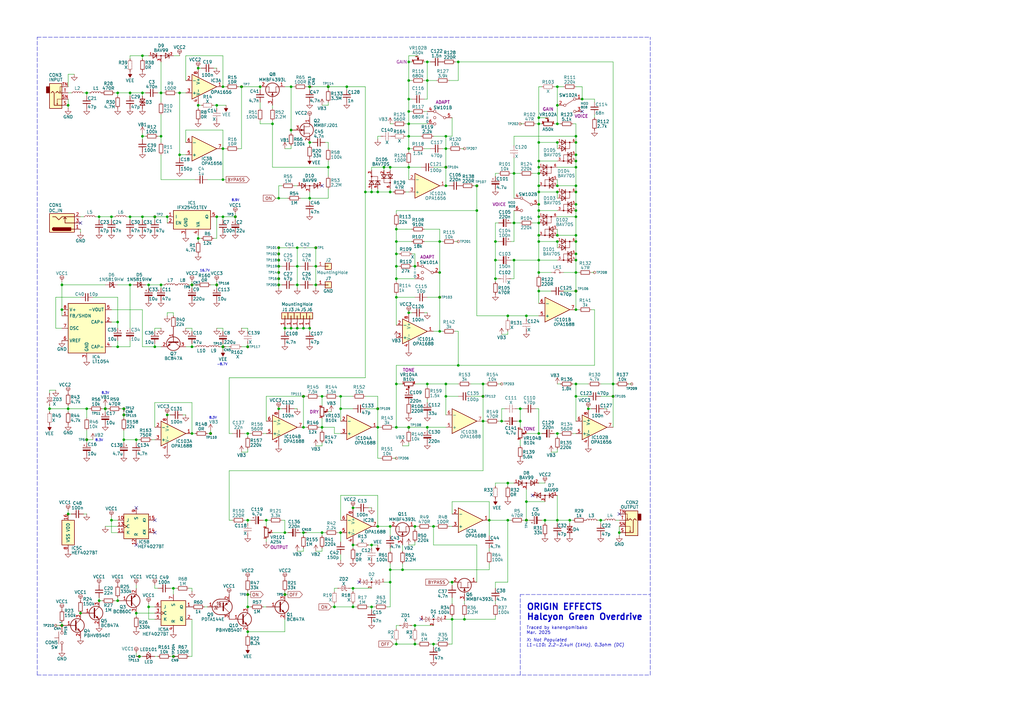
<source format=kicad_sch>
(kicad_sch (version 20250114) (generator "eeschema") (generator_version "9.0")
  (paper "A3")
  (text "MOD\n808" (at 238.125 43.4975 0) (effects (font (size 0.9525 0.9525)) (justify left)))
  (text "I\nII\nO" (at 175.26 48.5775 0) (effects (font (size 0.9525 0.9525))))
  (text "I\nII\nO" (at 170.18 112.0775 0) (effects (font (size 0.9525 0.9525))))
  (text "8.3V" (at 39.0525 180.6575 0) (effects (font (size 0.9525 0.9525)) (justify left)))
  (text "MOD\n808" (at 211.455 84.1375 0) (effects (font (size 0.9525 0.9525)) (justify right)))
  (text "-8.7V" (at 88.9 149.5425 0) (effects (font (size 0.9525 0.9525)) (justify left)))
  (text "ORIGIN EFFECTS\nHalcyon Green Overdrive" (at 215.9 254.635 0) (effects (font (size 2.54 2.54) (thickness 0.508) (bold yes)) (justify left bottom)))
  (text "16.7V" (at 81.915 111.125 0) (effects (font (size 0.9525 0.9525)) (justify left)))
  (text "X: Not Populated\nL1-L10: 2.2-2.4uH (1kHz), 0.3ohm (DC)" (at 215.9 265.43 0) (effects (font (size 1.27 1.27) (italic yes)) (justify left bottom)))
  (text "8.3V" (at 85.725 171.45 0) (effects (font (size 0.9525 0.9525)) (justify left)))
  (text "8.3V" (at 41.5925 161.29 0) (effects (font (size 0.9525 0.9525)) (justify left)))
  (text "Traced by kanengomibako\nMar. 2025" (at 215.9 260.35 0) (effects (font (size 1.27 1.27)) (justify left bottom)))
  (text "8.9V" (at 94.9325 82.2325 0) (effects (font (size 0.9525 0.9525)) (justify left)))
  (junction (at 180.34 135.89))
  (junction (at 220.98 119.38))
  (junction (at 213.36 172.72))
  (junction (at 180.34 121.92))
  (junction (at 220.98 68.58))
  (junction (at 165.1 233.68))
  (junction (at 236.22 119.38))
  (junction (at 238.76 40.64))
  (junction (at 236.22 55.88))
  (junction (at 160.02 238.76))
  (junction (at 220.98 111.76))
  (junction (at 121.92 116.84))
  (junction (at 182.88 60.96))
  (junction (at 88.9 88.9))
  (junction (at 124.46 175.26))
  (junction (at 73.66 63.5))
  (junction (at 167.64 50.8))
  (junction (at 101.6 177.8))
  (junction (at 170.18 264.16))
  (junction (at 175.26 157.48))
  (junction (at 66.04 116.84))
  (junction (at 162.56 264.16))
  (junction (at 182.88 68.58))
  (junction (at 220.98 96.52))
  (junction (at 48.26 132.08))
  (junction (at 236.22 68.58))
  (junction (at 114.3 104.14))
  (junction (at 88.9 116.84))
  (junction (at 114.3 111.76))
  (junction (at 124.46 162.56))
  (junction (at 220.98 71.12))
  (junction (at 60.96 116.84))
  (junction (at 68.58 170.18))
  (junction (at 228.6 78.74))
  (junction (at 246.38 213.36))
  (junction (at 27.94 167.64))
  (junction (at 27.94 43.18))
  (junction (at 236.22 88.9))
  (junction (at 66.04 55.88))
  (junction (at 50.8 170.18))
  (junction (at 114.3 101.6))
  (junction (at 236.22 157.48))
  (junction (at 111.76 50.8))
  (junction (at 101.6 243.84))
  (junction (at 208.28 198.12))
  (junction (at 220.98 83.82))
  (junction (at 215.9 129.54))
  (junction (at 180.34 99.06))
  (junction (at 236.22 58.42))
  (junction (at 162.56 99.06))
  (junction (at 210.82 71.12))
  (junction (at 78.74 142.24))
  (junction (at 233.68 213.36))
  (junction (at 210.82 106.68))
  (junction (at 170.18 109.22))
  (junction (at 142.24 35.56))
  (junction (at 236.22 106.68))
  (junction (at 48.26 38.1))
  (junction (at 114.3 106.68))
  (junction (at 154.94 215.9))
  (junction (at 63.5 88.9))
  (junction (at 48.26 246.38))
  (junction (at 68.58 88.9))
  (junction (at 228.6 35.56))
  (junction (at 167.64 40.64))
  (junction (at 236.22 76.2))
  (junction (at 228.6 213.36))
  (junction (at 160.02 68.58))
  (junction (at 182.88 157.48))
  (junction (at 106.68 35.56))
  (junction (at 220.98 58.42))
  (junction (at 236.22 96.52))
  (junction (at 55.88 180.34))
  (junction (at 241.3 167.64))
  (junction (at 198.12 172.72))
  (junction (at 190.5 254))
  (junction (at 162.56 114.3))
  (junction (at 81.28 97.79))
  (junction (at 58.42 55.88))
  (junction (at 195.58 76.2))
  (junction (at 220.98 78.74))
  (junction (at 200.66 213.36))
  (junction (at 57.15 269.24))
  (junction (at 91.44 88.9))
  (junction (at 167.64 33.02))
  (junction (at 53.34 88.9))
  (junction (at 236.22 83.82))
  (junction (at 139.7 162.56))
  (junction (at 228.6 76.2))
  (junction (at 139.7 167.64))
  (junction (at 208.28 213.36))
  (junction (at 160.02 78.74))
  (junction (at 167.64 175.26))
  (junction (at 50.8 180.34))
  (junction (at 228.6 96.52))
  (junction (at 236.22 99.06))
  (junction (at 127 81.28))
  (junction (at 167.64 60.96))
  (junction (at 236.22 78.74))
  (junction (at 162.56 104.14))
  (junction (at 96.52 88.9))
  (junction (at 162.56 157.48))
  (junction (at 236.22 63.5))
  (junction (at 50.8 167.64))
  (junction (at 236.22 162.56))
  (junction (at 167.64 45.72))
  (junction (at 132.08 162.56))
  (junction (at 27.94 210.82))
  (junction (at 220.98 66.04))
  (junction (at 91.44 73.66))
  (junction (at 215.9 213.36))
  (junction (at 129.54 116.84))
  (junction (at 175.26 25.4))
  (junction (at 220.98 86.36))
  (junction (at 154.94 78.74))
  (junction (at 228.6 50.8))
  (junction (at 210.82 91.44))
  (junction (at 91.44 142.24))
  (junction (at 73.66 38.1))
  (junction (at 167.64 128.27))
  (junction (at 81.28 43.18))
  (junction (at 45.72 213.36))
  (junction (at 45.72 88.9))
  (junction (at 35.56 180.34))
  (junction (at 91.44 35.56))
  (junction (at 160.02 233.68))
  (junction (at 121.92 109.22))
  (junction (at 119.38 53.34))
  (junction (at 162.56 109.22))
  (junction (at 20.32 167.64))
  (junction (at 251.46 157.48))
  (junction (at 203.2 114.3))
  (junction (at 88.9 43.18))
  (junction (at 220.98 48.26))
  (junction (at 182.88 76.2))
  (junction (at 167.64 25.4))
  (junction (at 185.42 238.76))
  (junction (at 58.42 88.9))
  (junction (at 236.22 111.76))
  (junction (at 144.78 248.92))
  (junction (at 114.3 114.3))
  (junction (at 149.86 78.74))
  (junction (at 127 35.56))
  (junction (at 220.98 88.9))
  (junction (at 132.08 218.44))
  (junction (at 48.26 142.24))
  (junction (at 154.94 167.64))
  (junction (at 236.22 127))
  (junction (at 137.16 248.92))
  (junction (at 154.94 175.26))
  (junction (at 223.52 213.36))
  (junction (at 58.42 38.1))
  (junction (at 55.88 251.46))
  (junction (at 66.04 38.1))
  (junction (at 162.56 175.26))
  (junction (at 187.96 149.86))
  (junction (at 152.4 78.74))
  (junction (at 236.22 66.04))
  (junction (at 144.78 223.52))
  (junction (at 170.18 256.54))
  (junction (at 116.84 134.62))
  (junction (at 215.9 205.74))
  (junction (at 167.64 68.58))
  (junction (at 129.54 109.22))
  (junction (at 220.98 177.8))
  (junction (at 78.74 177.8))
  (junction (at 116.84 243.84))
  (junction (at 63.5 142.24))
  (junction (at 205.74 172.72))
  (junction (at 203.2 106.68))
  (junction (at 251.46 162.56))
  (junction (at 220.98 91.44))
  (junction (at 228.6 177.8))
  (junction (at 170.18 215.9))
  (junction (at 101.6 142.24))
  (junction (at 167.64 55.88))
  (junction (at 119.38 35.56))
  (junction (at 198.12 157.48))
  (junction (at 177.8 264.16))
  (junction (at 236.22 104.14))
  (junction (at 208.28 129.54))
  (junction (at 124.46 218.44))
  (junction (at 101.6 248.92))
  (junction (at 114.3 116.84))
  (junction (at 182.88 55.88))
  (junction (at 157.48 68.58))
  (junction (at 40.64 88.9))
  (junction (at 160.02 215.9))
  (junction (at 121.92 101.6))
  (junction (at 220.98 76.2))
  (junction (at 71.12 269.24))
  (junction (at 139.7 218.44))
  (junction (at 60.96 248.92))
  (junction (at 114.3 109.22))
  (junction (at 180.34 111.76))
  (junction (at 101.6 259.08))
  (junction (at 195.58 86.36))
  (junction (at 134.62 68.58))
  (junction (at 152.4 223.52))
  (junction (at 129.54 101.6))
  (junction (at 220.98 50.8))
  (junction (at 177.8 215.9))
  (junction (at 35.56 38.1))
  (junction (at 119.38 134.62))
  (junction (at 127 134.62))
  (junction (at 175.26 33.02))
  (junction (at 134.62 35.56))
  (junction (at 78.74 116.84))
  (junction (at 116.84 218.44))
  (junction (at 254 218.44))
  (junction (at 185.42 254))
  (junction (at 175.26 175.26))
  (junction (at 182.88 162.56))
  (junction (at 162.56 121.92))
  (junction (at 25.4 127))
  (junction (at 220.98 99.06))
  (junction (at 58.42 22.86))
  (junction (at 53.34 116.84))
  (junction (at 144.78 208.28))
  (junction (at 114.3 81.28))
  (junction (at 228.6 43.18))
  (junction (at 91.44 60.96))
  (junction (at 213.36 167.64))
  (junction (at 228.6 58.42))
  (junction (at 71.12 241.3))
  (junction (at 228.6 99.06))
  (junction (at 220.98 106.68))
  (junction (at 144.78 241.3))
  (junction (at 127 58.42))
  (junction (at 152.4 248.92))
  (junction (at 25.4 256.54))
  (junction (at 132.08 175.26))
  (junction (at 236.22 86.36))
  (junction (at 203.2 99.06))
  (junction (at 114.3 167.64))
  (junction (at 53.34 38.1))
  (junction (at 99.06 35.56))
  (junction (at 187.96 25.4))
  (junction (at 109.22 213.36))
  (junction (at 43.18 167.64))
  (junction (at 162.56 93.98))
  (junction (at 101.6 213.36))
  (junction (at 121.92 134.62))
  (junction (at 86.36 177.8))
  (junction (at 81.28 27.94))
  (junction (at 33.02 251.46))
  (junction (at 25.4 116.84))
  (junction (at 124.46 134.62))
  (junction (at 35.56 167.64))
  (junction (at 40.64 246.38))
  (junction (at 198.12 162.56))
  (no_connect (at 238.76 45.72))
  (no_connect (at 33.02 91.44))
  (no_connect (at 63.5 218.44))
  (no_connect (at 132.08 76.2))
  (no_connect (at 254 210.82))
  (no_connect (at 218.44 203.2))
  (no_connect (at 172.72 254))
  (no_connect (at 55.88 208.28))
  (no_connect (at 55.88 223.52))
  (no_connect (at 63.5 213.36))
  (no_connect (at 147.32 238.76))
  (wire (pts (xy 114.3 116.84) (xy 115.57 116.84)))
  (wire (pts (xy 97.79 35.56) (xy 99.06 35.56)))
  (wire (pts (xy 162.56 175.26) (xy 161.29 175.26)))
  (wire (pts (xy 162.56 121.92) (xy 162.56 120.65)))
  (wire (pts (xy 167.64 25.4) (xy 168.91 25.4)))
  (wire (pts (xy 22.86 134.62) (xy 25.4 134.62)))
  (wire (pts (xy 134.62 77.47) (xy 134.62 81.28)))
  (wire (pts (xy 198.12 193.04) (xy 93.98 193.04)))
  (wire (pts (xy 203.2 246.38) (xy 203.2 247.65)))
  (wire (pts (xy 91.44 88.9) (xy 91.44 90.17)))
  (wire (pts (xy 109.22 248.92) (xy 107.95 248.92)))
  (wire (pts (xy 86.36 177.8) (xy 85.09 177.8)))
  (wire (pts (xy 134.62 41.91) (xy 134.62 43.18)))
  (wire (pts (xy 20.32 167.64) (xy 20.32 168.91)))
  (wire (pts (xy 101.6 177.8) (xy 102.87 177.8)))
  (wire (pts (xy 203.2 91.44) (xy 203.2 99.06)))
  (wire (pts (xy 181.61 60.96) (xy 182.88 60.96)))
  (wire (pts (xy 68.58 88.9) (xy 68.58 91.44)))
  (wire (pts (xy 121.92 101.6) (xy 124.46 101.6)))
  (wire (pts (xy 162.56 109.22) (xy 163.83 109.22)))
  (wire (pts (xy 114.3 114.3) (xy 114.3 111.76)))
  (wire (pts (xy 127 58.42) (xy 128.27 58.42)))
  (wire (pts (xy 203.2 71.12) (xy 204.47 71.12)))
  (wire (pts (xy 96.52 87.63) (xy 96.52 88.9)))
  (wire (pts (xy 161.29 50.8) (xy 160.02 50.8)))
  (wire (pts (xy 198.12 172.72) (xy 199.39 172.72)))
  (wire (pts (xy 27.94 44.45) (xy 27.94 43.18)))
  (wire (pts (xy 58.42 269.24) (xy 57.15 269.24)))
  (wire (pts (xy 116.84 243.84) (xy 118.11 243.84)))
  (wire (pts (xy 157.48 69.85) (xy 157.48 68.58)))
  (wire (pts (xy 236.22 88.9) (xy 236.22 96.52)))
  (wire (pts (xy 45.72 88.9) (xy 46.99 88.9)))
  (wire (pts (xy 187.96 99.06) (xy 186.69 99.06)))
  (wire (pts (xy 66.04 73.66) (xy 80.01 73.66)))
  (wire (pts (xy 43.18 166.37) (xy 43.18 167.64)))
  (wire (pts (xy 35.56 38.1) (xy 35.56 39.37)))
  (wire (pts (xy 127 135.89) (xy 127 134.62)))
  (wire (pts (xy 71.12 128.27) (xy 71.12 129.54)))
  (wire (pts (xy 125.73 218.44) (xy 132.08 218.44)))
  (wire (pts (xy 220.98 119.38) (xy 226.06 119.38)))
  (wire (pts (xy 252.73 213.36) (xy 254 213.36)))
  (wire (pts (xy 227.33 50.8) (xy 228.6 50.8)))
  (wire (pts (xy 139.7 162.56) (xy 138.43 162.56)))
  (wire (pts (xy 228.6 68.58) (xy 236.22 68.58)))
  (wire (pts (xy 35.56 38.1) (xy 36.83 38.1)))
  (wire (pts (xy 78.74 254) (xy 78.74 269.24)))
  (wire (pts (xy 109.22 213.36) (xy 110.49 213.36)))
  (wire (pts (xy 46.99 38.1) (xy 48.26 38.1)))
  (wire (pts (xy 73.66 63.5) (xy 76.2 63.5)))
  (wire (pts (xy 228.6 73.66) (xy 228.6 76.2)))
  (wire (pts (xy 243.84 41.91) (xy 243.84 40.64)))
  (wire (pts (xy 35.56 167.64) (xy 35.56 171.45)))
  (wire (pts (xy 220.98 86.36) (xy 220.98 83.82)))
  (wire (pts (xy 101.6 259.08) (xy 116.84 259.08)))
  (wire (pts (xy 220.98 68.58) (xy 220.98 66.04)))
  (wire (pts (xy 71.12 241.3) (xy 69.85 241.3)))
  (wire (pts (xy 182.88 68.58) (xy 182.88 76.2)))
  (wire (pts (xy 167.64 50.8) (xy 167.64 55.88)))
  (wire (pts (xy 166.37 78.74) (xy 167.64 78.74)))
  (wire (pts (xy 154.94 175.26) (xy 156.21 175.26)))
  (wire (pts (xy 171.45 22.86) (xy 167.64 22.86)))
  (wire (pts (xy 223.52 198.12) (xy 220.98 198.12)))
  (wire (pts (xy 55.88 267.97) (xy 55.88 269.24)))
  (wire (pts (xy 129.54 116.84) (xy 128.27 116.84)))
  (wire (pts (xy 76.2 33.02) (xy 76.2 22.86)))
  (wire (pts (xy 203.2 99.06) (xy 203.2 106.68)))
  (wire (pts (xy 203.2 91.44) (xy 204.47 91.44)))
  (wire (pts (xy 185.42 210.82) (xy 185.42 205.74)))
  (wire (pts (xy 187.96 149.86) (xy 243.84 149.86)))
  (wire (pts (xy 170.18 257.81) (xy 170.18 256.54)))
  (wire (pts (xy 220.98 91.44) (xy 220.98 96.52)))
  (wire (pts (xy 58.42 38.1) (xy 59.69 38.1)))
  (wire (pts (xy 251.46 25.4) (xy 251.46 157.48)))
  (wire (pts (xy 187.96 135.89) (xy 187.96 149.86)))
  (wire (pts (xy 36.83 167.64) (xy 35.56 167.64)))
  (wire (pts (xy 152.4 248.92) (xy 151.13 248.92)))
  (wire (pts (xy 63.5 90.17) (xy 63.5 88.9)))
  (wire (pts (xy 27.94 166.37) (xy 27.94 167.64)))
  (wire (pts (xy 78.74 116.84) (xy 78.74 118.11)))
  (wire (pts (xy 220.98 76.2) (xy 220.98 78.74)))
  (wire (pts (xy 162.56 149.86) (xy 187.96 149.86)))
  (wire (pts (xy 121.92 101.6) (xy 121.92 109.22)))
  (wire (pts (xy 101.6 259.08) (xy 101.6 260.35)))
  (wire (pts (xy 93.98 177.8) (xy 95.25 177.8)))
  (wire (pts (xy 81.28 44.45) (xy 81.28 43.18)))
  (wire (pts (xy 246.38 214.63) (xy 246.38 213.36)))
  (wire (pts (xy 167.64 223.52) (xy 170.18 223.52)))
  (wire (pts (xy 52.07 88.9) (xy 53.34 88.9)))
  (wire (pts (xy 55.88 240.03) (xy 55.88 241.3)))
  (wire (pts (xy 175.26 157.48) (xy 182.88 157.48)))
  (wire (pts (xy 154.94 162.56) (xy 154.94 167.64)))
  (wire (pts (xy 109.22 213.36) (xy 109.22 215.9)))
  (wire (pts (xy 73.66 38.1) (xy 73.66 63.5)))
  (wire (pts (xy 167.64 33.02) (xy 167.64 40.64)))
  (wire (pts (xy 203.2 99.06) (xy 204.47 99.06)))
  (wire (pts (xy 236.22 162.56) (xy 241.3 162.56)))
  (wire (pts (xy 86.36 116.84) (xy 88.9 116.84)))
  (wire (pts (xy 228.6 50.8) (xy 229.87 50.8)))
  (wire (pts (xy 152.4 241.3) (xy 144.78 241.3)))
  (wire (pts (xy 80.01 177.8) (xy 78.74 177.8)))
  (wire (pts (xy 160.02 78.74) (xy 161.29 78.74)))
  (wire (pts (xy 185.42 254) (xy 185.42 264.16)))
  (wire (pts (xy 162.56 92.71) (xy 162.56 93.98)))
  (wire (pts (xy 106.68 49.53) (xy 106.68 50.8)))
  (wire (pts (xy 236.22 119.38) (xy 236.22 127)))
  (wire (pts (xy 213.36 175.26) (xy 213.36 172.72)))
  (wire (pts (xy 200.66 224.79) (xy 200.66 226.06)))
  (wire (pts (xy 231.14 119.38) (xy 236.22 119.38)))
  (wire (pts (xy 91.44 53.34) (xy 91.44 60.96)))
  (wire (pts (xy 125.73 175.26) (xy 124.46 175.26)))
  (wire (pts (xy 162.56 93.98) (xy 162.56 99.06)))
  (wire (pts (xy 58.42 88.9) (xy 58.42 90.17)))
  (wire (pts (xy 109.22 162.56) (xy 124.46 162.56)))
  (wire (pts (xy 127 134.62) (xy 124.46 134.62)))
  (wire (pts (xy 142.24 35.56) (xy 149.86 35.56)))
  (wire (pts (xy 234.95 50.8) (xy 236.22 50.8)))
  (wire (pts (xy 53.34 38.1) (xy 53.34 39.37)))
  (wire (pts (xy 45.72 212.09) (xy 45.72 213.36)))
  (wire (pts (xy 222.25 213.36) (xy 223.52 213.36)))
  (wire (pts (xy 219.71 50.8) (xy 220.98 50.8)))
  (wire (pts (xy 20.32 166.37) (xy 20.32 167.64)))
  (wire (pts (xy 234.95 177.8) (xy 236.22 177.8)))
  (wire (pts (xy 116.84 213.36) (xy 116.84 218.44)))
  (wire (pts (xy 55.88 181.61) (xy 55.88 180.34)))
  (wire (pts (xy 228.6 213.36) (xy 233.68 213.36)))
  (wire (pts (xy 72.39 38.1) (xy 73.66 38.1)))
  (wire (pts (xy 132.08 43.18) (xy 134.62 43.18)))
  (wire (pts (xy 182.88 157.48) (xy 182.88 162.56)))
  (wire (pts (xy 210.82 114.3) (xy 209.55 114.3)))
  (wire (pts (xy 69.85 170.18) (xy 68.58 170.18)))
  (wire (pts (xy 228.6 43.18) (xy 228.6 50.8)))
  (wire (pts (xy 181.61 99.06) (xy 180.34 99.06)))
  (wire (pts (xy 233.68 214.63) (xy 233.68 213.36)))
  (wire (pts (xy 246.38 213.36) (xy 247.65 213.36)))
  (wire (pts (xy 27.94 209.55) (xy 27.94 210.82)))
  (wire (pts (xy 39.37 88.9) (xy 40.64 88.9)))
  (wire (pts (xy 142.24 36.83) (xy 142.24 35.56)))
  (wire (pts (xy 124.46 224.79) (xy 124.46 226.06)))
  (wire (pts (xy 162.56 149.86) (xy 162.56 157.48)))
  (wire (pts (xy 170.18 157.48) (xy 175.26 157.48)))
  (wire (pts (xy 213.36 167.64) (xy 212.09 167.64)))
  (wire (pts (xy 86.36 176.53) (xy 86.36 177.8)))
  (wire (pts (xy 175.26 40.64) (xy 173.99 40.64)))
  (wire (pts (xy 115.57 213.36) (xy 116.84 213.36)))
  (wire (pts (xy 81.28 97.79) (xy 82.55 97.79)))
  (wire (pts (xy 127 59.69) (xy 127 58.42)))
  (wire (pts (xy 138.43 218.44) (xy 139.7 218.44)))
  (wire (pts (xy 132.08 218.44) (xy 132.08 219.71)))
  (wire (pts (xy 20.32 167.64) (xy 27.94 167.64)))
  (wire (pts (xy 160.02 68.58) (xy 167.64 68.58)))
  (wire (pts (xy 113.03 81.28) (xy 114.3 81.28)))
  (wire (pts (xy 248.92 167.64) (xy 247.65 167.64)))
  (wire (pts (xy 220.98 111.76) (xy 220.98 113.03)))
  (wire (pts (xy 228.6 88.9) (xy 236.22 88.9)))
  (wire (pts (xy 129.54 118.11) (xy 129.54 116.84)))
  (wire (pts (xy 130.81 162.56) (xy 132.08 162.56)))
  (wire (pts (xy 220.98 106.68) (xy 220.98 111.76)))
  (wire (pts (xy 119.38 53.34) (xy 119.38 54.61)))
  (wire (pts (xy 153.67 248.92) (xy 152.4 248.92)))
  (wire (pts (xy 213.36 172.72) (xy 212.09 172.72)))
  (wire (pts (xy 45.72 218.44) (xy 45.72 213.36)))
  (wire (pts (xy 207.01 172.72) (xy 205.74 172.72)))
  (wire (pts (xy 127 82.55) (xy 127 81.28)))
  (wire (pts (xy 81.28 96.52) (xy 81.28 97.79)))
  (wire (pts (xy 152.4 248.92) (xy 152.4 250.19)))
  (wire (pts (xy 220.98 88.9) (xy 220.98 86.36)))
  (wire (pts (xy 46.99 246.38) (xy 48.26 246.38)))
  (wire (pts (xy 203.2 254) (xy 190.5 254)))
  (wire (pts (xy 190.5 254) (xy 185.42 254)))
  (wire (pts (xy 76.2 53.34) (xy 91.44 53.34)))
  (wire (pts (xy 120.65 116.84) (xy 121.92 116.84)))
  (wire (pts (xy 167.64 33.02) (xy 168.91 33.02)))
  (wire (pts (xy 186.69 25.4) (xy 187.96 25.4)))
  (wire (pts (xy 125.73 162.56) (xy 124.46 162.56)))
  (wire (pts (xy 175.26 175.26) (xy 182.88 175.26)))
  (wire (pts (xy 111.76 68.58) (xy 134.62 68.58)))
  (wire (pts (xy 198.12 172.72) (xy 198.12 193.04)))
  (wire (pts (xy 228.6 203.2) (xy 228.6 213.36)))
  (wire (pts (xy 167.64 182.88) (xy 167.64 181.61)))
  (wire (pts (xy 53.34 88.9) (xy 58.42 88.9)))
  (wire (pts (xy 30.48 30.48) (xy 27.94 30.48)))
  (wire (pts (xy 63.5 88.9) (xy 68.58 88.9)))
  (wire (pts (xy 71.12 241.3) (xy 72.39 241.3)))
  (wire (pts (xy 76.2 142.24) (xy 78.74 142.24)))
  (wire (pts (xy 210.82 106.68) (xy 210.82 114.3)))
  (wire (pts (xy 114.3 116.84) (xy 114.3 114.3)))
  (wire (pts (xy 66.04 134.62) (xy 63.5 134.62)))
  (wire (pts (xy 146.05 208.28) (xy 144.78 208.28)))
  (wire (pts (xy 91.44 134.62) (xy 91.44 135.89)))
  (wire (pts (xy 220.98 71.12) (xy 220.98 76.2)))
  (wire (pts (xy 149.86 35.56) (xy 149.86 78.74)))
  (wire (pts (xy 167.64 55.88) (xy 167.64 60.96)))
  (wire (pts (xy 116.84 134.62) (xy 119.38 134.62)))
  (wire (pts (xy 203.2 241.3) (xy 203.2 238.76)))
  (wire (pts (xy 137.16 247.65) (xy 137.16 248.92)))
  (wire (pts (xy 41.91 246.38) (xy 40.64 246.38)))
  (wire (pts (xy 93.98 154.94) (xy 149.86 154.94)))
  (wire (pts (xy 27.94 30.48) (xy 27.94 35.56)))
  (wire (pts (xy 168.91 128.27) (xy 167.64 128.27)))
  (wire (pts (xy 173.99 60.96) (xy 176.53 60.96)))
  (wire (pts (xy 182.88 60.96) (xy 182.88 68.58)))
  (wire (pts (xy 48.26 132.08) (xy 48.26 121.92)))
  (wire (pts (xy 27.94 167.64) (xy 27.94 168.91)))
  (wire (pts (xy 167.64 60.96) (xy 167.64 62.23)))
  (wire (pts (xy 100.33 213.36) (xy 101.6 213.36)))
  (wire (pts (xy 124.46 218.44) (xy 123.19 218.44)))
  (wire (pts (xy 182.88 55.88) (xy 182.88 60.96)))
  (wire (pts (xy 228.6 78.74) (xy 228.6 81.28)))
  (wire (pts (xy 114.3 76.2) (xy 115.57 76.2)))
  (wire (pts (xy 154.94 203.2) (xy 154.94 215.9)))
  (wire (pts (xy 236.22 96.52) (xy 236.22 99.06)))
  (wire (pts (xy 162.56 86.36) (xy 162.56 87.63)))
  (wire (pts (xy 53.34 38.1) (xy 58.42 38.1)))
  (wire (pts (xy 259.08 157.48) (xy 257.81 157.48)))
  (wire (pts (xy 63.5 142.24) (xy 66.04 142.24)))
  (wire (pts (xy 58.42 22.86) (xy 58.42 24.13)))
  (wire (pts (xy 170.18 215.9) (xy 171.45 215.9)))
  (wire (pts (xy 204.47 172.72) (xy 205.74 172.72)))
  (wire (pts (xy 45.72 142.24) (xy 48.26 142.24)))
  (wire (pts (xy 246.38 157.48) (xy 251.46 157.48)))
  (wire (pts (xy 160.02 238.76) (xy 160.02 248.92)))
  (wire (pts (xy 106.68 41.91) (xy 106.68 44.45)))
  (wire (pts (xy 177.8 264.16) (xy 179.07 264.16)))
  (wire (pts (xy 237.49 111.76) (xy 236.22 111.76)))
  (wire (pts (xy 200.66 231.14) (xy 200.66 233.68)))
  (wire (pts (xy 210.82 99.06) (xy 210.82 91.44)))
  (wire (pts (xy 64.77 241.3) (xy 63.5 241.3)))
  (wire (pts (xy 139.7 229.87) (xy 139.7 227.33)))
  (wire (pts (xy 170.18 222.25) (xy 170.18 223.52)))
  (wire (pts (xy 111.76 49.53) (xy 111.76 50.8)))
  (wire (pts (xy 180.34 135.89) (xy 181.61 135.89)))
  (wire (pts (xy 167.64 50.8) (xy 175.26 50.8)))
  (wire (pts (xy 127 78.74) (xy 127 81.28)))
  (wire (pts (xy 228.6 35.56) (xy 228.6 43.18)))
  (wire (pts (xy 129.54 101.6) (xy 129.54 109.22)))
  (wire (pts (xy 92.71 142.24) (xy 93.98 142.24)))
  (wire (pts (xy 66.04 25.4) (xy 66.04 38.1)))
  (wire (pts (xy 101.6 134.62) (xy 101.6 135.89)))
  (wire (pts (xy 177.8 223.52) (xy 195.58 223.52)))
  (wire (pts (xy 187.96 162.56) (xy 182.88 162.56)))
  (wire (pts (xy 233.68 213.36) (xy 234.95 213.36)))
  (wire (pts (xy 78.74 116.84) (xy 80.01 116.84)))
  (wire (pts (xy 58.42 142.24) (xy 63.5 142.24)))
  (wire (pts (xy 220.98 96.52) (xy 220.98 99.06)))
  (wire (pts (xy 184.15 264.16) (xy 185.42 264.16)))
  (wire (pts (xy 220.98 66.04) (xy 228.6 66.04)))
  (wire (pts (xy 53.34 88.9) (xy 53.34 90.17)))
  (wire (pts (xy 128.27 109.22) (xy 129.54 109.22)))
  (wire (pts (xy 135.89 248.92) (xy 137.16 248.92)))
  (wire (pts (xy 45.72 88.9) (xy 45.72 90.17)))
  (wire (pts (xy 246.38 162.56) (xy 251.46 162.56)))
  (wire (pts (xy 215.9 205.74) (xy 215.9 213.36)))
  (wire (pts (xy 187.96 25.4) (xy 251.46 25.4)))
  (wire (pts (xy 210.82 91.44) (xy 209.55 91.44)))
  (wire (pts (xy 57.15 180.34) (xy 55.88 180.34)))
  (wire (pts (xy 175.26 45.72) (xy 173.99 45.72)))
  (wire (pts (xy 208.28 129.54) (xy 215.9 129.54)))
  (wire (pts (xy 226.06 185.42) (xy 228.6 185.42)))
  (wire (pts (xy 102.87 213.36) (xy 101.6 213.36)))
  (wire (pts (xy 20.32 160.02) (xy 20.32 161.29)))
  (wire (pts (xy 185.42 55.88) (xy 182.88 55.88)))
  (wire (pts (xy 71.12 269.24) (xy 69.85 269.24)))
  (wire (pts (xy 78.74 134.62) (xy 78.74 135.89)))
  (wire (pts (xy 203.2 238.76) (xy 208.28 238.76)))
  (wire (pts (xy 220.98 35.56) (xy 222.25 35.56)))
  (wire (pts (xy 167.64 45.72) (xy 167.64 50.8)))
  (wire (pts (xy 64.77 55.88) (xy 66.04 55.88)))
  (wire (pts (xy 154.94 187.96) (xy 154.94 175.26)))
  (wire (pts (xy 139.7 203.2) (xy 154.94 203.2)))
  (wire (pts (xy 66.04 38.1) (xy 64.77 38.1)))
  (wire (pts (xy 177.8 264.16) (xy 177.8 265.43)))
  (wire (pts (xy 167.64 175.26) (xy 162.56 175.26)))
  (wire (pts (xy 228.6 58.42) (xy 228.6 60.96)))
  (wire (pts (xy 238.76 35.56) (xy 238.76 40.64)))
  (wire (pts (xy 93.98 213.36) (xy 95.25 213.36)))
  (wire (pts (xy 35.56 167.64) (xy 27.94 167.64)))
  (wire (pts (xy 63.5 241.3) (xy 63.5 240.03)))
  (wire (pts (xy 139.7 162.56) (xy 139.7 167.64)))
  (wire (pts (xy 137.16 242.57) (xy 137.16 241.3)))
  (wire (pts (xy 35.56 176.53) (xy 35.56 180.34)))
  (wire (pts (xy 55.88 180.34) (xy 50.8 180.34)))
  (wire (pts (xy 149.86 154.94) (xy 149.86 78.74)))
  (wire (pts (xy 210.82 106.68) (xy 209.55 106.68)))
  (wire (pts (xy 198.12 162.56) (xy 198.12 172.72)))
  (wire (pts (xy 137.16 177.8) (xy 139.7 177.8)))
  (wire (pts (xy 195.58 86.36) (xy 195.58 129.54)))
  (wire (pts (xy 132.08 162.56) (xy 133.35 162.56)))
  (polyline (pts (xy 266.7 276.86) (xy 266.7 15.24)) (stroke (width 0) (type dash)))
  (wire (pts (xy 229.87 177.8) (xy 228.6 177.8)))
  (wire (pts (xy 162.56 121.92) (xy 162.56 133.35)))
  (wire (pts (xy 25.4 255.27) (xy 25.4 256.54)))
  (wire (pts (xy 124.46 162.56) (xy 124.46 175.26)))
  (wire (pts (xy 149.86 162.56) (xy 154.94 162.56)))
  (wire (pts (xy 236.22 86.36) (xy 236.22 88.9)))
  (wire (pts (xy 109.22 172.72) (xy 109.22 162.56)))
  (wire (pts (xy 99.06 185.42) (xy 101.6 185.42)))
  (wire (pts (xy 101.6 140.97) (xy 101.6 142.24)))
  (wire (pts (xy 175.26 25.4) (xy 176.53 25.4)))
  (wire (pts (xy 40.64 88.9) (xy 45.72 88.9)))
  (wire (pts (xy 175.26 33.02) (xy 179.07 33.02)))
  (wire (pts (xy 210.82 71.12) (xy 210.82 81.28)))
  (wire (pts (xy 77.47 269.24) (xy 78.74 269.24)))
  (wire (pts (xy 114.3 109.22) (xy 115.57 109.22)))
  (wire (pts (xy 63.5 134.62) (xy 63.5 135.89)))
  (wire (pts (xy 160.02 77.47) (xy 160.02 78.74)))
  (wire (pts (xy 228.6 99.06) (xy 220.98 99.06)))
  (wire (pts (xy 114.3 76.2) (xy 114.3 81.28)))
  (wire (pts (xy 128.27 35.56) (xy 134.62 35.56)))
  (wire (pts (xy 58.42 55.88) (xy 59.69 55.88)))
  (wire (pts (xy 60.96 116.84) (xy 60.96 118.11)))
  (wire (pts (xy 146.05 223.52) (xy 144.78 223.52)))
  (wire (pts (xy 102.87 248.92) (xy 101.6 248.92)))
  (wire (pts (xy 40.64 245.11) (xy 40.64 246.38)))
  (wire (pts (xy 203.2 115.57) (xy 203.2 114.3)))
  (wire (pts (xy 43.18 167.64) (xy 44.45 167.64)))
  (wire (pts (xy 97.79 60.96) (xy 99.06 60.96)))
  (wire (pts (xy 127 81.28) (xy 134.62 81.28)))
  (wire (pts (xy 185.42 254) (xy 185.42 252.73)))
  (wire (pts (xy 170.18 114.3) (xy 162.56 114.3)))
  (wire (pts (xy 209.55 99.06) (xy 210.82 99.06)))
  (wire (pts (xy 92.71 73.66) (xy 91.44 73.66)))
  (wire (pts (xy 88.9 115.57) (xy 88.9 116.84)))
  (wire (pts (xy 121.92 226.06) (xy 124.46 226.06)))
  (wire (pts (xy 176.53 264.16) (xy 177.8 264.16)))
  (wire (pts (xy 177.8 215.9) (xy 179.07 215.9)))
  (wire (pts (xy 251.46 162.56) (xy 251.46 175.26)))
  (wire (pts (xy 162.56 109.22) (xy 162.56 114.3)))
  (wire (pts (xy 236.22 83.82) (xy 236.22 86.36)))
  (wire (pts (xy 78.74 142.24) (xy 80.01 142.24)))
  (wire (pts (xy 45.72 213.36) (xy 48.26 213.36)))
  (wire (pts (xy 144.78 248.92) (xy 146.05 248.92)))
  (wire (pts (xy 66.04 46.99) (xy 66.04 55.88)))
  (wire (pts (xy 48.26 139.7) (xy 48.26 142.24)))
  (wire (pts (xy 121.92 167.64) (xy 120.65 167.64)))
  (wire (pts (xy 228.6 35.56) (xy 231.14 35.56)))
  (wire (pts (xy 121.92 118.11) (xy 121.92 116.84)))
  (wire (pts (xy 170.18 264.16) (xy 171.45 264.16)))
  (wire (pts (xy 236.22 50.8) (xy 236.22 55.88)))
  (wire (pts (xy 162.56 86.36) (xy 195.58 86.36)))
  (wire (pts (xy 157.48 238.76) (xy 160.02 238.76)))
  (wire (pts (xy 154.94 77.47) (xy 154.94 78.74)))
  (wire (pts (xy 114.3 101.6) (xy 118.11 101.6)))
  (wire (pts (xy 63.5 140.97) (xy 63.5 142.24)))
  (wire (pts (xy 167.64 40.64) (xy 168.91 40.64)))
  (wire (pts (xy 210.82 91.44) (xy 213.36 91.44)))
  (wire (pts (xy 107.95 177.8) (xy 109.22 177.8)))
  (wire (pts (xy 76.2 58.42) (xy 76.2 53.34)))
  (wire (pts (xy 63.5 175.26) (xy 63.5 165.1)))
  (wire (pts (xy 64.77 269.24) (xy 63.5 269.24)))
  (wire (pts (xy 182.88 162.56) (xy 182.88 170.18)))
  (wire (pts (xy 208.28 198.12) (xy 210.82 198.12)))
  (wire (pts (xy 165.1 231.14) (xy 165.1 233.68)))
  (wire (pts (xy 167.64 25.4) (xy 167.64 33.02)))
  (wire (pts (xy 228.6 76.2) (xy 236.22 76.2)))
  (wire (pts (xy 228.6 96.52) (xy 236.22 96.52)))
  (polyline (pts (xy 15.24 276.86) (xy 15.24 15.24)) (stroke (width 0) (type dash)))
  (wire (pts (xy 190.5 60.96) (xy 189.23 60.96)))
  (wire (pts (xy 175.26 25.4) (xy 175.26 33.02)))
  (wire (pts (xy 82.55 27.94) (xy 81.28 27.94)))
  (wire (pts (xy 22.86 256.54) (xy 24.13 256.54)))
  (wire (pts (xy 48.26 38.1) (xy 48.26 39.37)))
  (wire (pts (xy 154.94 215.9) (xy 160.02 215.9)))
  (wire (pts (xy 167.64 40.64) (xy 167.64 45.72)))
  (wire (pts (xy 194.31 76.2) (xy 195.58 76.2)))
  (wire (pts (xy 167.64 25.4) (xy 167.64 22.86)))
  (wire (pts (xy 180.34 99.06) (xy 180.34 111.76)))
  (wire (pts (xy 101.6 242.57) (xy 101.6 243.84)))
  (wire (pts (xy 22.86 121.92) (xy 22.86 134.62)))
  (wire (pts (xy 251.46 157.48) (xy 251.46 162.56)))
  (wire (pts (xy 252.73 157.48) (xy 251.46 157.48)))
  (wire (pts (xy 203.2 106.68) (xy 203.2 114.3)))
  (wire (pts (xy 99.06 134.62) (xy 101.6 134.62)))
  (wire (pts (xy 25.4 116.84) (xy 25.4 127)))
  (wire (pts (xy 170.18 217.17) (xy 170.18 215.9)))
  (wire (pts (xy 137.16 248.92) (xy 144.78 248.92)))
  (wire (pts (xy 180.34 111.76) (xy 180.34 121.92)))
  (wire (pts (xy 119.38 35.56) (xy 116.84 35.56)))
  (wire (pts (xy 168.91 256.54) (xy 170.18 256.54)))
  (wire (pts (xy 161.29 264.16) (xy 162.56 264.16)))
  (wire (pts (xy 120.65 76.2) (xy 121.92 76.2)))
  (wire (pts (xy 173.99 99.06) (xy 180.34 99.06)))
  (polyline (pts (xy 15.24 276.86) (xy 266.7 276.86)) (stroke (width 0) (type dash)))
  (wire (pts (xy 195.58 129.54) (xy 208.28 129.54)))
  (wire (pts (xy 184.15 33.02) (xy 187.96 33.02)))
  (wire (pts (xy 114.3 101.6) (xy 114.3 104.14)))
  (wire (pts (xy 238.76 40.64) (xy 243.84 40.64)))
  (wire (pts (xy 236.22 78.74) (xy 236.22 83.82)))
  (wire (pts (xy 193.04 157.48) (xy 198.12 157.48)))
  (wire (pts (xy 116.84 243.84) (xy 116.84 242.57)))
  (wire (pts (xy 53.34 116.84) (xy 53.34 134.62)))
  (wire (pts (xy 53.34 139.7) (xy 53.34 142.24)))
  (wire (pts (xy 180.34 135.89) (xy 180.34 121.92)))
  (wire (pts (xy 45.72 132.08) (xy 48.26 132.08)))
  (wire (pts (xy 236.22 55.88) (xy 236.22 58.42)))
  (wire (pts (xy 180.34 93.98) (xy 180.34 99.06)))
  (wire (pts (xy 162.56 257.81) (xy 162.56 256.54)))
  (wire (pts (xy 152.4 223.52) (xy 154.94 223.52)))
  (wire (pts (xy 134.62 68.58) (xy 134.62 72.39)))
  (wire (pts (xy 88.9 118.11) (xy 88.9 116.84)))
  (wire (pts (xy 195.58 76.2) (xy 195.58 86.36)))
  (wire (pts (xy 130.81 175.26) (xy 132.08 175.26)))
  (wire (pts (xy 50.8 176.53) (xy 50.8 180.34)))
  (wire (pts (xy 200.66 205.74) (xy 200.66 213.36)))
  (wire (pts (xy 76.2 22.86) (xy 91.44 22.86)))
  (wire (pts (xy 111.76 44.45) (xy 111.76 43.18)))
  (wire (pts (xy 107.95 213.36) (xy 109.22 213.36)))
  (wire (pts (xy 166.37 50.8) (xy 167.64 50.8)))
  (wire (pts (xy 215.9 129.54) (xy 215.9 130.81)))
  (wire (pts (xy 205.74 137.16) (xy 208.28 137.16)))
  (wire (pts (xy 154.94 175.26) (xy 154.94 167.64)))
  (wire (pts (xy 220.98 50.8) (xy 220.98 58.42)))
  (wire (pts (xy 220.98 48.26) (xy 220.98 50.8)))
  (wire (pts (xy 91.44 60.96) (xy 91.44 73.66)))
  (wire (pts (xy 96.52 88.9) (xy 96.52 90.17)))
  (wire (pts (xy 210.82 55.88) (xy 236.22 55.88)))
  (wire (pts (xy 92.71 43.18) (xy 88.9 43.18)))
  (wire (pts (xy 177.8 256.54) (xy 170.18 256.54)))
  (wire (pts (xy 143.51 241.3) (xy 144.78 241.3)))
  (wire (pts (xy 162.56 187.96) (xy 161.29 187.96)))
  (wire (pts (xy 48.26 132.08) (xy 48.26 134.62)))
  (wire (pts (xy 101.6 213.36) (xy 101.6 214.63)))
  (wire (pts (xy 182.88 254) (xy 185.42 254)))
  (wire (pts (xy 205.74 167.64) (xy 205.74 172.72)))
  (wire (pts (xy 220.98 86.36) (xy 228.6 86.36)))
  (wire (pts (xy 210.82 55.88) (xy 210.82 59.69)))
  (wire (pts (xy 215.9 213.36) (xy 217.17 213.36)))
  (wire (pts (xy 198.12 157.48) (xy 198.12 162.56)))
  (wire (pts (xy 162.56 93.98) (xy 168.91 93.98)))
  (wire (pts (xy 127 35.56) (xy 127 36.83)))
  (wire (pts (xy 50.8 170.18) (xy 50.8 171.45)))
  (wire (pts (xy 134.62 66.04) (xy 134.62 68.58)))
  (wire (pts (xy 236.22 76.2) (xy 236.22 78.74)))
  (wire (pts (xy 43.18 168.91) (xy 43.18 167.64)))
  (wire (pts (xy 101.6 243.84) (xy 101.6 248.92)))
  (wire (pts (xy 228.6 157.48) (xy 229.87 157.48)))
  (wire (pts (xy 85.09 248.92) (xy 83.82 248.92)))
  (wire (pts (xy 228.6 185.42) (xy 228.6 184.15)))
  (wire (pts (xy 111.76 68.58) (xy 111.76 50.8)))
  (wire (pts (xy 132.08 182.88) (xy 129.54 182.88)))
  (wire (pts (xy 25.4 127) (xy 25.4 129.54)))
  (wire (pts (xy 185.42 205.74) (xy 200.66 205.74)))
  (wire (pts (xy 220.98 118.11) (xy 220.98 119.38)))
  (wire (pts (xy 132.08 224.79) (xy 132.08 226.06)))
  (wire (pts (xy 85.09 73.66) (xy 91.44 73.66)))
  (wire (pts (xy 177.8 68.58) (xy 182.88 68.58)))
  (wire (pts (xy 236.22 104.14) (xy 236.22 106.68)))
  (wire (pts (xy 63.5 180.34) (xy 62.23 180.34)))
  (wire (pts (xy 73.66 22.86) (xy 71.12 22.86)))
  (wire (pts (xy 48.26 116.84) (xy 53.34 116.84)))
  (wire (pts (xy 58.42 55.88) (xy 58.42 57.15)))
  (wire (pts (xy 29.21 38.1) (xy 27.94 38.1)))
  (wire (pts (xy 199.39 157.48) (xy 198.12 157.48)))
  (wire (pts (xy 88.9 27.94) (xy 87.63 27.94)))
  (wire (pts (xy 73.66 63.5) (xy 73.66 64.77)))
  (wire (pts (xy 48.26 245.11) (xy 48.26 246.38)))
  (wire (pts (xy 34.29 38.1) (xy 35.56 38.1)))
  (wire (pts (xy 208.28 129.54) (xy 208.28 130.81)))
  (wire (pts (xy 114.3 111.76) (xy 114.3 109.22)))
  (wire (pts (xy 214.63 213.36) (xy 215.9 213.36)))
  (wire (pts (xy 222.25 177.8) (xy 220.98 177.8)))
  (wire (pts (xy 193.04 162.56) (xy 198.12 162.56)))
  (wire (pts (xy 215.9 200.66) (xy 215.9 205.74)))
  (wire (pts (xy 154.94 78.74) (xy 160.02 78.74)))
  (polyline (pts (xy 213.36 243.84) (xy 266.7 243.84)) (stroke (width 0) (type dash)))
  (wire (pts (xy 66.04 38.1) (xy 66.04 41.91)))
  (wire (pts (xy 220.98 35.56) (xy 220.98 48.26)))
  (wire (pts (xy 165.1 233.68) (xy 200.66 233.68)))
  (wire (pts (xy 167.64 175.26) (xy 175.26 175.26)))
  (wire (pts (xy 162.56 104.14) (xy 163.83 104.14)))
  (wire (pts (xy 45.72 127) (xy 58.42 127)))
  (wire (pts (xy 243.84 127) (xy 243.84 149.86)))
  (wire (pts (xy 220.98 99.06) (xy 220.98 106.68)))
  (wire (pts (xy 210.82 86.36) (xy 210.82 91.44)))
  (wire (pts (xy 87.63 97.79) (xy 88.9 97.79)))
  (wire (pts (xy 190.5 254) (xy 190.5 252.73)))
  (wire (pts (xy 175.26 33.02) (xy 175.26 40.64)))
  (wire (pts (xy 134.62 58.42) (xy 134.62 60.96)))
  (wire (pts (xy 35.56 180.34) (xy 38.1 180.34)))
  (wire (pts (xy 101.6 184.15) (xy 101.6 185.42)))
  (wire (pts (xy 81.28 97.79) (xy 81.28 99.06)))
  (wire (pts (xy 78.74 140.97) (xy 78.74 142.24)))
  (wire (pts (xy 63.5 248.92) (xy 60.96 248.92)))
  (wire (pts (xy 152.4 68.58) (xy 157.48 68.58)))
  (wire (pts (xy 111.76 218.44) (xy 116.84 218.44)))
  (wire (pts (xy 114.3 104.14) (xy 114.3 106.68)))
  (wire (pts (xy 236.22 99.06) (xy 236.22 104.14)))
  (wire (pts (xy 99.06 35.56) (xy 106.68 35.56)))
  (wire (pts (xy 190.5 247.65) (xy 190.5 246.38)))
  (wire (pts (xy 35.56 210.82) (xy 34.29 210.82)))
  (wire (pts (xy 60.96 247.65) (xy 60.96 248.92)))
  (wire (pts (xy 173.99 93.98) (xy 180.34 93.98)))
  (wire (pts (xy 123.19 81.28) (xy 127 81.28)))
  (wire (pts (xy 33.02 121.92) (xy 22.86 121.92)))
  (wire (pts (xy 99.06 142.24) (xy 101.6 142.24)))
  (wire (pts (xy 203.2 198.12) (xy 208.28 198.12)))
  (wire (pts (xy 210.82 71.12) (xy 213.36 71.12)))
  (wire (pts (xy 204.47 114.3) (xy 203.2 114.3)))
  (wire (pts (xy 220.98 91.44) (xy 220.98 88.9)))
  (wire (pts (xy 66.04 116.84) (xy 67.31 116.84)))
  (wire (pts (xy 162.56 256.54) (xy 163.83 256.54)))
  (wire (pts (xy 63.5 165.1) (xy 78.74 165.1)))
  (wire (pts (xy 220.98 167.64) (xy 220.98 177.8)))
  (wire (pts (xy 162.56 104.14) (xy 162.56 109.22)))
  (wire (pts (xy 151.13 223.52) (xy 152.4 223.52)))
  (wire (pts (xy 58.42 88.9) (xy 63.5 88.9)))
  (wire (pts (xy 208.28 135.89) (xy 208.28 137.16)))
  (wire (pts (xy 220.98 58.42) (xy 228.6 58.42)))
  (wire (pts (xy 185.42 238.76) (xy 185.42 240.03)))
  (wire (pts (xy 68.58 128.27) (xy 71.12 128.27)))
  (wire (pts (xy 165.1 226.06) (xy 165.1 223.52)))
  (wire (pts (xy 78.74 165.1) (xy 78.74 177.8)))
  (wire (pts (xy 121.92 109.22) (xy 121.92 116.84)))
  (wire (pts (xy 88.9 88.9) (xy 88.9 97.79)))
  (wire (pts (xy 116.84 254) (xy 116.84 259.08)))
  (polyline (pts (xy 213.36 276.86) (xy 213.36 243.84)) (stroke (width 0) (type dash)))
  (wire (pts (xy 234.95 157.48) (xy 236.22 157.48)))
  (wire (pts (xy 254 215.9) (xy 254 218.44)))
  (wire (pts (xy 158.75 248.92) (xy 160.02 248.92)))
  (wire (pts (xy 134.62 35.56) (xy 142.24 35.56)))
  (wire (pts (xy 210.82 64.77) (xy 210.82 71.12)))
  (wire (pts (xy 162.56 264.16) (xy 170.18 264.16)))
  (wire (pts (xy 162.56 99.06) (xy 168.91 99.06)))
  (wire (pts (xy 49.53 167.64) (xy 50.8 167.64)))
  (wire (pts (xy 101.6 243.84) (xy 102.87 243.84)))
  (wire (pts (xy 236.22 68.58) (xy 236.22 76.2)))
  (wire (pts (xy 41.91 167.64) (xy 43.18 167.64)))
  (wire (pts (xy 154.94 55.88) (xy 156.21 55.88)))
  (wire (pts (xy 119.38 35.56) (xy 120.65 35.56)))
  (wire (pts (xy 200.66 219.71) (xy 200.66 213.36)))
  (wire (pts (xy 78.74 242.57) (xy 78.74 241.3)))
  (wire (pts (xy 129.54 109.22) (xy 129.54 116.84)))
  (wire (pts (xy 58.42 127) (xy 58.42 142.24)))
  (wire (pts (xy 223.52 213.36) (xy 223.52 214.63)))
  (wire (pts (xy 60.96 116.84) (xy 66.04 116.84)))
  (wire (pts (xy 139.7 213.36) (xy 139.7 203.2)))
  (wire (pts (xy 236.22 157.48) (xy 236.22 162.56)))
  (wire (pts (xy 149.86 167.64) (xy 154.94 167.64)))
  (wire (pts (xy 152.4 69.85) (xy 152.4 68.58)))
  (wire (pts (xy 33.02 88.9) (xy 34.29 88.9)))
  (wire (pts (xy 50.8 168.91) (xy 50.8 170.18)))
  (wire (pts (xy 144.78 247.65) (xy 144.78 248.92)))
  (wire (pts (xy 132.08 175.26) (xy 132.08 176.53)))
  (wire (pts (xy 96.52 88.9) (xy 91.44 88.9)))
  (wire (pts (xy 182.88 157.48) (xy 187.96 157.48)))
  (wire (pts (xy 91.44 140.97) (xy 91.44 142.24)))
  (wire (pts (xy 236.22 111.76) (xy 236.22 119.38)))
  (wire (pts (xy 195.58 223.52) (xy 195.58 238.76)))
  (wire (pts (xy 236.22 106.68) (xy 236.22 111.76)))
  (wire (pts (xy 116.84 60.96) (xy 119.38 60.96)))
  (wire (pts (xy 160.02 69.85) (xy 160.02 68.58)))
  (wire (pts (xy 93.98 193.04) (xy 93.98 213.36)))
  (wire (pts (xy 22.86 160.02) (xy 20.32 160.02)))
  (wire (pts (xy 88.9 43.18) (xy 87.63 43.18)))
  (wire (pts (xy 76.2 170.18) (xy 74.93 170.18)))
  (wire (pts (xy 88.9 43.18) (xy 88.9 44.45)))
  (wire (pts (xy 71.12 241.3) (xy 71.12 243.84)))
  (wire (pts (xy 60.96 248.92) (xy 60.96 254)))
  (wire (pts (xy 228.6 93.98) (xy 228.6 96.52)))
  (wire (pts (xy 106.68 50.8) (xy 111.76 50.8)))
  (wire (pts (xy 185.42 48.26) (xy 185.42 55.88)))
  (wire (pts (xy 168.91 60.96) (xy 167.64 60.96)))
  (wire (pts (xy 91.44 22.86) (xy 91.44 35.56)))
  (wire (pts (xy 137.16 175.26) (xy 137.16 177.8)))
  (wire (pts (xy 223.52 205.74) (xy 215.9 205.74)))
  (wire (pts (xy 78.74 134.62) (xy 76.2 134.62)))
  (wire (pts (xy 227.33 177.8) (xy 228.6 177.8)))
  (wire (pts (xy 134.62 35.56) (xy 134.62 36.83)))
  (wire (pts (xy 175.26 165.1) (xy 175.26 163.83)))
  (wire (pts (xy 88.9 134.62) (xy 91.44 134.62)))
  (wire (pts (xy 175.26 25.4) (xy 173.99 25.4)))
  (wire (pts (xy 184.15 215.9) (xy 185.42 215.9)))
  (wire (pts (xy 91.44 143.51) (xy 91.44 142.24)))
  (wire (pts (xy 114.3 81.28) (xy 118.11 81.28)))
  (wire (pts (xy 160.02 231.14) (xy 160.02 233.68)))
  (wire (pts (xy 58.42 54.61) (xy 58.42 55.88)))
  (wire (pts (xy 236.22 58.42) (xy 236.22 63.5)))
  (wire (pts (xy 55.88 251.46) (xy 63.5 251.46)))
  (wire (pts (xy 48.26 38.1) (xy 53.34 38.1)))
  (wire (pts (xy 154.94 55.88) (xy 154.94 57.15)))
  (wire (pts (xy 228.6 179.07) (xy 228.6 177.8)))
  (wire (pts (xy 134.62 168.91) (xy 135.89 168.91)))
  (wire (pts (xy 152.4 208.28) (xy 151.13 208.28)))
  (wire (pts (xy 55.88 251.46) (xy 55.88 252.73)))
  (wire (pts (xy 182.88 76.2) (xy 184.15 76.2)))
  (wire (pts (xy 123.19 116.84) (xy 121.92 116.84)))
  (wire (pts (xy 203.2 71.12) (xy 203.2 72.39)))
  (wire (pts (xy 175.26 175.26) (xy 175.26 176.53)))
  (wire (pts (xy 215.9 177.8) (xy 220.98 177.8)))
  (wire (pts (xy 204.47 106.68) (xy 203.2 106.68)))
  (wire (pts (xy 48.26 142.24) (xy 53.34 142.24)))
  (wire (pts (xy 160.02 68.58) (xy 157.48 68.58)))
  (wire (pts (xy 73.66 38.1) (xy 76.2 38.1)))
  (wire (pts (xy 33.02 95.25) (xy 33.02 93.98)))
  (wire (pts (xy 236.22 66.04) (xy 236.22 68.58)))
  (wire (pts (xy 245.11 213.36) (xy 246.38 213.36)))
  (wire (pts (xy 220.98 83.82) (xy 220.98 78.74)))
  (wire (pts (xy 124.46 219.71) (xy 124.46 218.44)))
  (wire (pts (xy 60.96 254) (xy 63.5 254)))
  (wire (pts (xy 237.49 127) (xy 236.22 127)))
  (wire (pts (xy 167.64 55.88) (xy 172.72 55.88)))
  (wire (pts (xy 236.22 63.5) (xy 236.22 66.04)))
  (wire (pts (xy 203.2 252.73) (xy 203.2 254)))
  (wire (pts (xy 177.8 215.9) (xy 177.8 223.52)))
  (wire (pts (xy 109.22 222.25) (xy 109.22 220.98)))
  (wire (pts (xy 25.4 115.57) (xy 25.4 116.84)))
  (wire (pts (xy 144.78 242.57) (xy 144.78 241.3)))
  (wire (pts (xy 220.98 58.42) (xy 220.98 66.04)))
  (wire (pts (xy 177.8 135.89) (xy 180.34 135.89)))
  (wire (pts (xy 210.82 106.68) (xy 220.98 106.68)))
  (wire (pts (xy 121.92 134.62) (xy 124.46 134.62)))
  (wire (pts (xy 29.21 210.82) (xy 27.94 210.82)))
  (wire (pts (xy 132.08 171.45) (xy 132.08 175.26)))
  (wire (pts (xy 167.64 67.31) (xy 167.64 68.58)))
  (wire (pts (xy 66.04 38.1) (xy 67.31 38.1)))
  (wire (pts (xy 220.98 119.38) (xy 220.98 124.46)))
  (wire (pts (xy 165.1 233.68) (xy 160.02 233.68)))
  (wire (pts (xy 228.6 99.06) (xy 228.6 101.6)))
  (wire (pts (xy 203.2 199.39) (xy 203.2 198.12)))
  (wire (pts (xy 50.8 180.34) (xy 50.8 181.61)))
  (wire (pts (xy 220.98 167.64) (xy 219.71 167.64)))
  (wire (pts (xy 106.68 35.56) (xy 106.68 36.83)))
  (wire (pts (xy 78.74 115.57) (xy 78.74 116.84)))
  (wire (pts (xy 218.44 71.12) (xy 220.98 71.12)))
  (wire (pts (xy 25.4 116.84) (xy 43.18 116.84)))
  (wire (pts (xy 208.28 199.39) (xy 208.28 198.12)))
  (wire (pts (xy 166.37 55.88) (xy 167.64 55.88)))
  (wire (pts (xy 243.84 48.26) (xy 243.84 46.99)))
  (wire (pts (xy 90.17 142.24) (xy 91.44 142.24)))
  (wire (pts (xy 167.64 68.58) (xy 172.72 68.58)))
  (wire (pts (xy 241.3 157.48) (xy 236.22 157.48)))
  (wire (pts (xy 167.64 176.53) (xy 167.64 175.26)))
  (wire (pts (xy 129.54 226.06) (xy 132.08 226.06)))
  (wire (pts (xy 99.06 35.56) (xy 99.06 60.96)))
  (wire (pts (xy 176.53 215.9) (xy 177.8 215.9)))
  (wire (pts (xy 214.63 167.64) (xy 213.36 167.64)))
  (wire (pts (xy 149.86 78.74) (xy 152.4 78.74)))
  (wire (pts (xy 134.62 58.42) (xy 133.35 58.42)))
  (wire (pts (xy 53.34 22.86) (xy 53.34 24.13)))
  (wire (pts (xy 114.3 106.68) (xy 114.3 109.22)))
  (wire (pts (xy 213.36 50.8) (xy 214.63 50.8)))
  (wire (pts (xy 53.34 116.84) (xy 54.61 116.84)))
  (wire (pts (xy 160.02 233.68) (xy 160.02 238.76)))
  (wire (pts (xy 160.02 219.71) (xy 160.02 215.9)))
  (wire (pts (xy 162.56 157.48) (xy 165.1 157.48)))
  (wire (pts (xy 132.08 175.26) (xy 137.16 175.26)))
  (wire (pts (xy 184.15 238.76) (xy 185.42 238.76)))
  (wire (pts (xy 139.7 222.25) (xy 139.7 218.44)))
  (wire (pts (xy 236.22 162.56) (xy 236.22 172.72)))
  (wire (pts (xy 101.6 177.8) (xy 100.33 177.8)))
  (wire (pts (xy 243.84 111.76) (xy 242.57 111.76)))
  (wire (pts (xy 119.38 101.6) (xy 121.92 101.6)))
  (wire (pts (xy 205.74 167.64) (xy 207.01 167.64)))
  (wire (pts (xy 242.57 167.64) (xy 241.3 167.64)))
  (wire (pts (xy 93.98 154.94) (xy 93.98 177.8)))
  (wire (pts (xy 125.73 101.6) (xy 129.54 101.6)))
  (wire (pts (xy 38.1 121.92) (xy 48.26 121.92)))
  (wire (pts (xy 173.99 33.02) (xy 175.26 33.02)))
  (wire (pts (xy 162.56 157.48) (xy 162.56 175.26)))
  (wire (pts (xy 66.04 55.88) (xy 66.04 58.42)))
  (wire (pts (xy 227.33 35.56) (xy 228.6 35.56)))
  (wire (pts (xy 120.65 109.22) (xy 121.92 109.22)))
  (wire (pts (xy 187.96 25.4) (xy 187.96 33.02)))
  (wire (pts (xy 152.4 78.74) (xy 154.94 78.74)))
  (wire (pts (xy 213.36 182.88) (xy 213.36 180.34)))
  (wire (pts (xy 208.28 213.36) (xy 209.55 213.36)))
  (wire (pts (xy 162.56 121.92) (xy 170.18 121.92)))
  (wire (pts (xy 165.1 182.88) (xy 167.64 182.88)))
  (wire (pts (xy 137.16 241.3) (xy 138.43 241.3)))
  (wire (pts (xy 119.38 134.62) (xy 121.92 134.62)))
  (wire (pts (xy 220.98 106.68) (xy 228.6 106.68)))
  (wire (pts (xy 77.47 116.84) (xy 78.74 116.84)))
  (wire (pts (xy 132.08 181.61) (xy 132.08 182.88)))
  (wire (pts (xy 139.7 172.72) (xy 139.7 167.64)))
  (wire (pts (xy 101.6 177.8) (xy 101.6 179.07)))
  (wire (pts (xy 170.18 109.22) (xy 168.91 109.22)))
  (wire (pts (xy 116.84 218.44) (xy 118.11 218.44)))
  (wire (pts (xy 58.42 38.1) (xy 58.42 39.37)))
  (wire (pts (xy 170.18 262.89) (xy 170.18 264.16)))
  (wire (pts (xy 168.91 104.14) (xy 170.18 104.14)))
  (wire (pts (xy 236.22 35.56) (xy 238.76 35.56)))
  (wire (pts (xy 91.44 60.96) (xy 92.71 60.96)))
  (wire (pts (xy 215.9 129.54) (xy 220.98 129.54)))
  (wire (pts (xy 91.44 35.56) (xy 92.71 35.56)))
  (wire (pts (xy 139.7 162.56) (xy 144.78 162.56)))
  (wire (pts (xy 208.28 213.36) (xy 208.28 238.76)))
  (wire (pts (xy 213.36 167.64) (xy 213.36 172.72)))
  (wire (pts (xy 66.04 116.84) (xy 66.04 118.11)))
  (wire (pts (xy 175.26 158.75) (xy 175.26 157.48)))
  (wire (pts (xy 152.4 223.52) (xy 152.4 224.79)))
  (wire (pts (xy 254 219.71) (xy 254 218.44)))
  (wire (pts (xy 119.38 53.34) (xy 119.38 35.56)))
  (wire (pts (xy 162.56 262.89) (xy 162.56 264.16)))
  (wire (pts (xy 115.57 167.64) (xy 114.3 167.64)))
  (wire (pts (xy 220.98 111.76) (xy 226.06 111.76)))
  (wire (pts (xy 152.4 77.47) (xy 152.4 78.74)))
  (wire (pts (xy 82.55 43.18) (xy 81.28 43.18)))
  (wire (pts (xy 184.15 60.96) (xy 182.88 60.96)))
  (wire (pts (xy 58.42 22.86) (xy 60.96 22.86)))
  (wire (pts (xy 177.8 55.88) (xy 182.88 55.88)))
  (wire (pts (xy 132.08 218.44) (xy 133.35 218.44)))
  (wire (pts (xy 66.04 63.5) (xy 66.04 73.66)))
  (wire (pts (xy 59.69 116.84) (xy 60.96 116.84)))
  (wire (pts (xy 218.44 91.44) (xy 220.98 91.44)))
  (wire (pts (xy 121.92 109.22) (xy 123.19 109.22)))
  (wire (pts (xy 170.18 104.14) (xy 170.18 109.22)))
  (wire (pts (xy 205.74 157.48) (xy 204.47 157.48)))
  (wire (pts (xy 200.66 213.36) (xy 208.28 213.36)))
  (wire (pts (xy 220.98 48.26) (xy 224.79 48.26)))
  (wire (pts (xy 185.42 245.11) (xy 185.42 247.65)))
  (wire (pts (xy 167.64 45.72) (xy 168.91 45.72)))
  (wire (pts (xy 222.25 50.8) (xy 220.98 50.8)))
  (wire (pts (xy 68.58 129.54) (xy 68.58 128.27)))
  (wire (pts (xy 144.78 167.64) (xy 139.7 167.64)))
  (wire (pts (xy 160.02 226.06) (xy 160.02 224.79)))
  (wire (pts (xy 127 35.56) (xy 125.73 35.56)))
  (wire (pts (xy 162.56 99.06) (xy 162.56 104.14)))
  (wire (pts (xy 209.55 71.12) (xy 210.82 71.12)))
  (wire (pts (xy 88.9 88.9) (xy 91.44 88.9)))
  (wire (pts (xy 223.52 213.36) (xy 228.6 213.36)))
  (wire (pts (xy 156.21 187.96) (xy 154.94 187.96)))
  (wire (pts (xy 175.26 128.27) (xy 173.99 128.27)))
  (wire (pts (xy 231.14 111.76) (xy 236.22 111.76)))
  (polyline (pts (xy 15.24 15.24) (xy 266.7 15.24)) (stroke (width 0) (type dash)))
  (wire (pts (xy 77.47 241.3) (xy 78.74 241.3)))
  (wire (pts (xy 48.26 218.44) (xy 45.72 218.44)))
  (wire (pts (xy 132.08 162.56) (xy 132.08 166.37)))
  (wire (pts (xy 40.64 88.9) (xy 40.64 90.17)))
  (wire (pts (xy 220.98 78.74) (xy 228.6 78.74)))
  (wire (pts (xy 114.3 118.11) (xy 114.3 116.84)))
  (wire (pts (xy 119.38 59.69) (xy 119.38 60.96)))
  (wire (pts (xy 144.78 224.79) (xy 144.78 223.52)))
  (wire (pts (xy 162.56 114.3) (xy 162.56 115.57)))
  (wire (pts (xy 187.96 135.89) (xy 186.69 135.89)))
  (wire (pts (xy 167.64 73.66) (xy 167.64 68.58)))
  (wire (pts (xy 242.57 127) (xy 243.84 127)))
  (wire (pts (xy 27.94 40.64) (xy 27.94 43.18)))
  (wire (pts (xy 228.6 214.63) (xy 228.6 213.36)))
  (wire (pts (xy 43.18 215.9) (xy 48.26 215.9)))
  (wire (pts (xy 58.42 22.86) (xy 53.34 22.86)))
  (wire (pts (xy 220.98 68.58) (xy 220.98 71.12)))
  (wire (pts (xy 116.84 135.89) (xy 116.84 134.62)))
  (wire (pts (xy 35.56 180.34) (xy 35.56 181.61)))
  (wire (pts (xy 175.26 121.92) (xy 180.34 121.92)))
  (global_label "BYPASS" (shape output) (at 92.71 73.66 0) (property "Intersheetrefs" "${INTERSHEET_REFS}" (effects (hide yes))))
  (global_label "BYPASS" (shape input) (at 184.15 238.76 180) (property "Intersheetrefs" "${INTERSHEET_REFS}" (effects (hide yes))))
  (global_label "OFF" (shape output) (at 118.11 243.84 0) (property "Intersheetrefs" "${INTERSHEET_REFS}" (effects (hide yes))))
  (global_label "ON" (shape input) (at 113.03 81.28 180) (property "Intersheetrefs" "${INTERSHEET_REFS}" (effects (hide yes))))
  (global_label "ON" (shape input) (at 135.89 248.92 180) (property "Intersheetrefs" "${INTERSHEET_REFS}" (effects (hide yes))))
  (global_label "ON" (shape output) (at 102.87 243.84 0) (property "Intersheetrefs" "${INTERSHEET_REFS}" (effects (hide yes))))
  (global_label "OFF" (shape input) (at 161.29 264.16 180) (property "Intersheetrefs" "${INTERSHEET_REFS}" (effects (hide yes))))
  (symbol (lib_id "power:GND") (at 58.42 44.45 0) (unit 1)
    (property "Reference" "#PWR030" (effects (hide yes)))
    (property "Value" "GND" (effects (hide yes)))
    (property "Description" "Power symbol creates a global label with name \"GND\" , ground" (effects (hide yes)))
  )
  (symbol (lib_id "power:GND") (at 127 140.97 0) (unit 1)
    (property "Reference" "#PWR0122" (effects (hide yes)))
    (property "Value" "GND" (effects (hide yes)))
    (property "Description" "Power symbol creates a global label with name \"GND\" , ground" (effects (hide yes)))
  )
  (symbol (lib_id "myLib:VCC") (at 96.52 87.63 0) (unit 1)
    (property "Reference" "#PWR052" (effects (hide yes)))
    (property "Value" "VCC1" (at 96.52 84.1375 0))
    (property "Description" "Power symbol creates a global label with name \"V+\"" (effects (hide yes)))
  )
  (symbol (lib_id "Device:R_Small") (at 185.42 250.19 180) (unit 1)
    (property "Reference" "R34" (at 184.4675 249.2375 0) (effects (justify left)))
    (property "Value" "100k" (at 184.4675 251.1425 0) (effects (justify left)))
    (property "Footprint" "Resistor_SMD:R_0603_1608Metric" (effects (hide yes)))
  )
  (symbol (lib_name "4027_1") (lib_id "4xxx:4027") (at 55.88 215.9 0) (unit 2)
    (property "Reference" "IC5" (at 56.8325 222.25 0) (effects (justify left)))
    (property "Value" "HEF4027BT" (at 56.515 224.155 0) (effects (justify left)))
    (property "Footprint" "Package_SO:SOIC-16_3.9x9.9mm_P1.27mm" (effects (hide yes)))
    (property "Description" "Dual JK FlipFlop, set & reset" (effects (hide yes)))
  )
  (symbol (lib_id "Device:R_Small") (at 165.1 228.6 180) (unit 1)
    (property "Reference" "R62" (at 166.0525 227.6475 0) (effects (justify right)))
    (property "Value" "2.2M" (at 166.0525 229.5525 0) (effects (justify right)))
    (property "Footprint" "Resistor_SMD:R_0603_1608Metric" (effects (hide yes)))
  )
  (symbol (lib_id "myLib:my_conn_line") (at 119.38 101.6 0) (mirror y) (unit 1)
    (property "Reference" "CN1" (at 118.745 100.33 0))
    (property "Value" "~" (at 118.745 101.6 0))
    (property "Footprint" "myFoot:my_conn" (effects (hide yes)))
    (property "Description" "Diode, small symbol" (effects (hide yes)))
  )
  (symbol (lib_id "myLib:VCC") (at 101.6 237.49 0) (unit 1)
    (property "Reference" "#PWR087" (effects (hide yes)))
    (property "Value" "VCC2" (at 101.6 233.9975 0))
    (property "Description" "Power symbol creates a global label with name \"V+\"" (effects (hide yes)))
  )
  (symbol (lib_id "Connector:TestPoint_Small") (at 162.56 187.96 0) (unit 1)
    (property "Reference" "TP206" (at 163.195 187.96 0) (effects (font (size 0.9525 0.9525)) (justify left)))
    (property "Footprint" "myFoot:my_SmallestPad_0-6mmDrill" (effects (hide yes)))
    (property "Description" "test point" (effects (hide yes)))
  )
  (symbol (lib_id "Connector:TestPoint_Small") (at 96.52 88.9 0) (mirror y) (unit 1)
    (property "Reference" "TP3" (at 95.885 87.9475 0) (effects (font (size 0.9525 0.9525)) (justify left)))
    (property "Footprint" "myFoot:my_SmallestPad_0-6mmDrill" (effects (hide yes)))
    (property "Description" "test point" (effects (hide yes)))
  )
  (symbol (lib_id "Device:R_Small") (at 167.64 179.07 0) (mirror y) (unit 1)
    (property "Reference" "R140" (at 168.5925 178.1175 0) (effects (justify right)))
    (property "Value" "10k" (at 168.5925 180.0225 0) (effects (justify right)))
    (property "Footprint" "Resistor_SMD:R_0603_1608Metric" (effects (hide yes)))
  )
  (symbol (lib_id "Device:C_Small") (at 58.42 92.71 0) (mirror x) (unit 1)
    (property "Reference" "C31" (at 58.7375 91.1225 0) (effects (justify left)))
    (property "Value" "47p" (at 58.7375 94.615 0) (effects (justify left)))
    (property "Footprint" "Capacitor_SMD:C_0603_1608Metric" (effects (hide yes)))
  )
  (symbol (lib_id "Device:R_Small") (at 255.27 157.48 270) (unit 1)
    (property "Reference" "R137" (at 255.27 153.67 90))
    (property "Value" "10k" (at 255.27 155.575 90))
    (property "Footprint" "Resistor_SMD:R_0603_1608Metric" (effects (hide yes)))
  )
  (symbol (lib_id "myLib:D_Small_dual_series3_NP") (at 177.8 254 180) (unit 1)
    (property "Reference" "D1" (at 177.8 250.825 0))
    (property "Value" "X" (at 177.8 252.73 0))
    (property "Footprint" "myFoot:SOT-23_mxr" (effects (hide yes)))
    (property "Description" "Diode, small symbol" (effects (hide yes)))
  )
  (symbol (lib_id "Device:C_Polarized_Small") (at 175.26 167.64 0) (unit 1)
    (property "Reference" "C112" (at 175.5775 166.0525 0) (effects (justify left)))
    (property "Value" "33u" (at 175.5775 169.545 0) (effects (justify left)))
    (property "Footprint" "Capacitor_SMD:CP_Elec_6.3x5.4" (effects (hide yes)))
  )
  (symbol (lib_id "Amplifier_Operational:TL072") (at 83.82 35.56 0) (unit 3)
    (property "Reference" "IC3" (effects (hide yes)))
    (property "Value" "OPA1656" (effects (hide yes)))
    (property "Footprint" "Package_SO:SOIC-8_3.9x4.9mm_P1.27mm" (effects (hide yes)))
  )
  (symbol (lib_id "Device:R_Small") (at 171.45 60.96 90) (mirror x) (unit 1)
    (property "Reference" "R118" (at 171.45 59.055 90))
    (property "Value" "1.5k" (at 171.45 62.865 90))
    (property "Footprint" "Resistor_SMD:R_0603_1608Metric" (effects (hide yes)))
  )
  (symbol (lib_id "myLib:R_Potentiometer_Dual_Separate_small") (at 171.45 25.4 270) (mirror x) (unit 2)
    (property "Reference" "VR102" (at 171.45 19.685 90))
    (property "Value" "A50k" (effects (hide yes)))
    (property "Footprint" "myFoot:my_pot_5mm_dual" (effects (hide yes)))
    (property "Description" "Dual potentiometer, separate units" (effects (hide yes)))
    (property "値2" "A50k" (at 171.45 21.59 90))
    (property "NAME" "GAIN" (at 167.005 25.4 90) (effects (justify right)))
  )
  (symbol (lib_id "Device:R_Small") (at 163.83 78.74 90) (mirror x) (unit 1)
    (property "Reference" "R129" (at 163.83 74.93 90))
    (property "Value" "47R" (at 163.83 76.835 90))
    (property "Footprint" "Resistor_SMD:R_0603_1608Metric" (effects (hide yes)))
  )
  (symbol (lib_id "myLib:VCC") (at 88.9 115.57 0) (unit 1)
    (property "Reference" "#PWR080" (effects (hide yes)))
    (property "Value" "VCC3" (at 88.9 112.0775 0))
    (property "Description" "Power symbol creates a global label with name \"V+\"" (effects (hide yes)))
  )
  (symbol (lib_id "Connector:TestPoint_Small") (at 50.8 167.64 0) (unit 1)
    (property "Reference" "TP12" (at 51.435 167.3225 0) (effects (font (size 0.9525 0.9525)) (justify left)))
    (property "Footprint" "myFoot:my_SmallestPad_0-6mmDrill" (effects (hide yes)))
    (property "Description" "test point" (effects (hide yes)))
  )
  (symbol (lib_id "Device:R_Small") (at 228.6 181.61 0) (unit 1)
    (property "Reference" "R135" (at 229.5525 181.61 0) (effects (justify left)))
    (property "Value" "220k" (at 229.5525 183.515 0) (effects (justify left)))
    (property "Footprint" "Resistor_SMD:R_0603_1608Metric" (effects (hide yes)))
  )
  (symbol (lib_id "Device:L_Small") (at 74.93 116.84 270) (mirror x) (unit 1)
    (property "Reference" "L8" (at 74.93 114.935 90))
    (property "Value" "?" (effects (hide yes)))
    (property "Footprint" "Inductor_SMD:L_0805_2012Metric_Pad1.15x1.40mm_HandSolder" (effects (hide yes)))
  )
  (symbol (lib_id "myLib:R_Small_NP") (at 96.52 142.24 90) (mirror x) (unit 1)
    (property "Reference" "R162" (at 97.155 144.4625 90))
    (property "Value" "X" (at 97.4725 146.3675 90))
    (property "Footprint" "Resistor_SMD:R_0603_1608Metric" (effects (hide yes)))
    (property "Description" "Resistor, small symbol" (effects (hide yes)))
  )
  (symbol (lib_id "Device:C_Small") (at 185.42 242.57 180) (unit 1)
    (property "Reference" "C37" (at 183.515 242.57 0) (effects (justify left)))
    (property "Value" "4.7n" (at 183.8325 244.475 0) (effects (justify left)))
    (property "Footprint" "Capacitor_SMD:C_0603_1608Metric" (effects (hide yes)))
  )
  (symbol (lib_id "Device:R_Small") (at 101.6 240.03 0) (unit 1)
    (property "Reference" "R47" (at 102.5525 239.0775 0) (effects (justify left)))
    (property "Value" "33k" (at 102.5525 240.9825 0) (effects (justify left)))
    (property "Footprint" "Resistor_SMD:R_0603_1608Metric" (effects (hide yes)))
  )
  (symbol (lib_id "Switch:SW_Push") (at 25.4 261.62 90) (mirror x) (unit 1)
    (property "Reference" "CON5" (at 23.8125 263.525 90) (effects (justify left)))
    (property "Value" "SW" (at 23.8125 265.43 90) (effects (justify left)))
    (property "Footprint" "myFoot:my_conn" (effects (hide yes)))
  )
  (symbol (lib_id "power:GND") (at 25.4 266.7 0) (unit 1)
    (property "Reference" "#PWR063" (effects (hide yes)))
    (property "Value" "GND" (at 25.4 270.1925 0))
    (property "Description" "Power symbol creates a global label with name \"GND\" , ground" (effects (hide yes)))
  )
  (symbol (lib_id "power:GND") (at 99.06 134.62 0) (unit 1)
    (property "Reference" "#PWR0104" (effects (hide yes)))
    (property "Value" "GND" (effects (hide yes)))
    (property "Description" "Power symbol creates a global label with name \"GND\" , ground" (effects (hide yes)))
  )
  (symbol (lib_id "Device:C_Polarized_Small") (at 43.18 171.45 0) (unit 1)
    (property "Reference" "C17" (at 43.4975 169.545 0) (effects (justify left)))
    (property "Value" "10u" (at 43.4975 173.355 0) (effects (justify left)))
    (property "Footprint" "Capacitor_SMD:CP_Elec_4x5.4" (effects (hide yes)))
  )
  (symbol (lib_id "Device:R_Small") (at 118.11 76.2 90) (mirror x) (unit 1)
    (property "Reference" "R55" (at 118.11 72.39 90))
    (property "Value" "1M" (at 118.11 74.295 90))
    (property "Footprint" "Resistor_SMD:R_0603_1608Metric" (effects (hide yes)))
  )
  (symbol (lib_id "myLib:VCC") (at 55.88 240.03 0) (unit 1)
    (property "Reference" "#PWR067" (effects (hide yes)))
    (property "Value" "VCC1" (at 55.88 236.5375 0))
    (property "Description" "Power symbol creates a global label with name \"V+\"" (effects (hide yes)))
  )
  (symbol (lib_id "Device:Q_NPN_BEC") (at 30.48 256.54 0) (unit 1)
    (property "Reference" "Q4" (at 34.29 258.7625 0) (effects (justify left)))
    (property "Value" "PBHV8540T" (at 34.29 260.6675 0) (effects (justify left)))
    (property "Footprint" "myFoot:SOT-23_mxr" (effects (hide yes)))
    (property "Datasheet" "Marking: W4_" (effects (hide yes)))
    (property "Description" "NPN transistor, base/emitter/collector" (effects (hide yes)))
  )
  (symbol (lib_id "myLib:VB") (at 116.84 60.96 0) (mirror y) (unit 1)
    (property "Reference" "#PWR040" (effects (hide yes)))
    (property "Value" "VB1" (at 116.84 57.4675 0))
    (property "Description" "Power symbol creates a global label with name \"+4V5\"" (effects (hide yes)))
  )
  (symbol (lib_id "Device:C_Small") (at 73.66 67.31 0) (unit 1)
    (property "Reference" "C18" (at 73.9775 65.405 0) (effects (justify left)))
    (property "Value" "150p" (at 73.9775 69.215 0) (effects (justify left)))
    (property "Footprint" "Capacitor_SMD:C_0603_1608Metric" (effects (hide yes)))
  )
  (symbol (lib_id "myLib:R_Small_NP") (at 85.09 43.18 90) (unit 1)
    (property "Reference" "R14" (at 85.09 39.6875 90))
    (property "Value" "X" (at 85.09 41.5925 90))
    (property "Footprint" "Resistor_SMD:R_0603_1608Metric" (effects (hide yes)))
    (property "Description" "Resistor, small symbol" (effects (hide yes)))
  )
  (symbol (lib_id "Amplifier_Operational:TL072") (at 66.04 177.8 0) (mirror y) (unit 3)
    (property "Reference" "IC103" (effects (hide yes)))
    (property "Value" "OPA1688" (effects (hide yes)))
    (property "Footprint" "Package_SO:SOIC-8_3.9x4.9mm_P1.27mm" (effects (hide yes)))
  )
  (symbol (lib_id "Device:R_Small") (at 116.84 240.03 0) (mirror x) (unit 1)
    (property "Reference" "R21" (at 117.7925 239.0775 0) (effects (justify left)))
    (property "Value" "33k" (at 117.7925 240.9825 0) (effects (justify left)))
    (property "Footprint" "Resistor_SMD:R_0603_1608Metric" (effects (hide yes)))
  )
  (symbol (lib_id "Device:R_Small") (at 232.41 177.8 90) (mirror x) (unit 1)
    (property "Reference" "R134" (at 232.41 173.99 90))
    (property "Value" "560R" (at 232.41 175.895 90))
    (property "Footprint" "Resistor_SMD:R_0603_1608Metric" (effects (hide yes)))
  )
  (symbol (lib_id "myLib:VCC") (at 127 48.26 0) (mirror y) (unit 1)
    (property "Reference" "#PWR045" (effects (hide yes)))
    (property "Value" "VCC2" (at 126.0475 46.355 0) (effects (justify left)))
    (property "Description" "Power symbol creates a global label with name \"V+\"" (effects (hide yes)))
  )
  (symbol (lib_id "power:GND") (at 55.88 186.69 0) (unit 1)
    (property "Reference" "#PWR082" (effects (hide yes)))
    (property "Value" "GND" (effects (hide yes)))
    (property "Description" "Power symbol creates a global label with name \"GND\" , ground" (effects (hide yes)))
  )
  (symbol (lib_id "myLib:C_Small_NP") (at 158.75 55.88 270) (unit 1)
    (property "Reference" "C140" (at 158.75 53.34 90))
    (property "Value" "X" (at 158.75 58.42 90))
    (property "Footprint" "Capacitor_Tantalum_SMD:CP_EIA-3216-12_Kemet-S" (effects (hide yes)))
  )
  (symbol (lib_id "power:GND") (at 35.56 210.82 0) (unit 1)
    (property "Reference" "#PWR0144" (effects (hide yes)))
    (property "Value" "GND" (effects (hide yes)))
    (property "Description" "Power symbol creates a global label with name \"GND\" , ground" (effects (hide yes)))
  )
  (symbol (lib_id "Device:C_Small") (at 106.68 39.37 180) (unit 1)
    (property "Reference" "C41" (at 106.3625 37.465 0) (effects (justify left)))
    (property "Value" "4.7n" (at 106.3625 41.275 0) (effects (justify left)))
    (property "Footprint" "Capacitor_SMD:C_0603_1608Metric" (effects (hide yes)))
  )
  (symbol (lib_id "Connector:TestPoint_Small") (at 71.12 269.24 0) (mirror y) (unit 1)
    (property "Reference" "TP204" (at 71.12 268.605 90) (effects (font (size 0.9525 0.9525)) (justify left)))
    (property "Footprint" "myFoot:my_SmallestPad_0-6mmDrill" (effects (hide yes)))
    (property "Description" "test point" (effects (hide yes)))
  )
  (symbol (lib_id "Device:Q_NJFET_DSG") (at 124.46 53.34 0) (unit 1)
    (property "Reference" "Q2" (at 128.5875 49.53 0) (effects (justify left)))
    (property "Value" "MMBFJ201" (at 128.5875 51.435 0) (effects (justify left)))
    (property "Footprint" "myFoot:SOT-23_mxr" (effects (hide yes)))
    (property "Datasheet" "Marking: 6U" (effects (hide yes)))
    (property "Description" "N-JFET transistor, drain/source/gate" (effects (hide yes)))
  )
  (symbol (lib_id "Device:Q_PNP_BEC") (at 53.34 246.38 0) (mirror x) (unit 1)
    (property "Reference" "Q3" (at 51.7525 248.92 0) (effects (justify right)))
    (property "Value" "BC860C" (at 53.975 250.825 0) (effects (justify right)))
    (property "Footprint" "myFoot:SOT-23_mxr" (effects (hide yes)))
    (property "Datasheet" "Marking: 4GW" (effects (hide yes)))
    (property "Description" "PNP transistor, base/emitter/collector" (effects (hide yes)))
  )
  (symbol (lib_id "Device:D_TVS_Small") (at 58.42 41.91 90) (unit 1)
    (property "Reference" "D3" (at 59.69 41.91 90) (effects (justify right)))
    (property "Value" "??" (effects (hide yes)))
    (property "Footprint" "Diode_SMD:D_0805_2012Metric" (effects (hide yes)))
    (property "Datasheet" "Cd: 100pF" (effects (hide yes)))
    (property "Description" "Bidirectional transient-voltage-suppression diode, small symbol" (effects (hide yes)))
  )
  (symbol (lib_id "Connector:TestPoint_Small") (at 50.8 170.18 270) (unit 1)
    (property "Reference" "TP115" (at 51.435 170.4975 90) (effects (font (size 0.9525 0.9525)) (justify left)))
    (property "Footprint" "myFoot:my_SmallestPad_0-6mmDrill" (effects (hide yes)))
    (property "Description" "test point" (effects (hide yes)))
  )
  (symbol (lib_id "Device:R_Small") (at 201.93 157.48 270) (unit 1)
    (property "Reference" "R154" (at 201.93 153.67 90))
    (property "Value" "10k" (at 201.93 155.575 90))
    (property "Footprint" "Resistor_SMD:R_0603_1608Metric" (effects (hide yes)))
  )
  (symbol (lib_id "power:GND") (at 78.74 242.57 0) (unit 1)
    (property "Reference" "#PWR057" (effects (hide yes)))
    (property "Value" "GND" (effects (hide yes)))
    (property "Description" "Power symbol creates a global label with name \"GND\" , ground" (effects (hide yes)))
  )
  (symbol (lib_id "power:GND") (at 254 219.71 0) (unit 1)
    (property "Reference" "#PWR0149" (effects (hide yes)))
    (property "Value" "GND" (at 254 223.2025 0))
    (property "Description" "Power symbol creates a global label with name \"GND\" , ground" (effects (hide yes)))
  )
  (symbol (lib_id "myLib:SW_DPDT") (at 215.9 83.82 0) (mirror y) (unit 2)
    (property "Reference" "SW102" (at 216.535 79.6925 0))
    (property "Value" "SW2" (effects (hide yes)))
    (property "Footprint" "Connector_PinHeader_2.54mm:PinHeader_2x03_P2.54mm_Vertical" (effects (hide yes)))
    (property "Description" "SW_DPDT" (effects (hide yes)))
    (property "NAME" "VOICE" (at 204.7875 83.82 0))
  )
  (symbol (lib_id "Connector:TestPoint_Small") (at 243.84 111.76 0) (unit 1)
    (property "Reference" "TP208" (at 244.475 111.76 0) (effects (font (size 0.9525 0.9525)) (justify left)))
    (property "Footprint" "myFoot:my_SmallestPad_0-6mmDrill" (effects (hide yes)))
    (property "Description" "test point" (effects (hide yes)))
  )
  (symbol (lib_id "Device:C_Small") (at 45.72 92.71 0) (unit 1)
    (property "Reference" "C24" (at 46.0375 91.1225 0) (effects (justify left)))
    (property "Value" "47n" (at 46.0375 94.615 0) (effects (justify left)))
    (property "Footprint" "Capacitor_SMD:C_0603_1608Metric" (effects (hide yes)))
  )
  (symbol (lib_id "myLib:Jumper_2_Open_small") (at 228.6 111.76 0) (mirror y) (unit 1)
    (property "Reference" "LK1" (at 228.6 109.5375 0))
    (property "Value" "JP" (effects (hide yes)))
    (property "Footprint" "Connector_PinHeader_2.54mm:PinHeader_1x02_P2.54mm_Vertical" (effects (hide yes)))
    (property "Description" "Jumper, 2-pole, closed/bridged" (effects (hide yes)))
  )
  (symbol (lib_id "Connector:TestPoint_Small") (at 236.22 119.38 0) (unit 1)
    (property "Reference" "TP106" (at 236.855 118.4275 0) (effects (font (size 0.9525 0.9525)) (justify left)))
    (property "Footprint" "myFoot:my_SmallestPad_0-6mmDrill" (effects (hide yes)))
    (property "Description" "test point" (effects (hide yes)))
  )
  (symbol (lib_id "Device:R_Small") (at 167.64 64.77 0) (mirror x) (unit 1)
    (property "Reference" "R126" (at 166.6875 63.8175 0) (effects (justify right)))
    (property "Value" "100R" (at 166.6875 65.7225 0) (effects (justify right)))
    (property "Footprint" "Resistor_SMD:R_0603_1608Metric" (effects (hide yes)))
  )
  (symbol (lib_id "power:GND") (at 27.94 173.99 0) (unit 1)
    (property "Reference" "#PWR019" (effects (hide yes)))
    (property "Value" "GND" (at 27.94 177.4825 0))
    (property "Description" "Power symbol creates a global label with name \"GND\" , ground" (effects (hide yes)))
  )
  (symbol (lib_id "myLib:VB") (at 58.42 54.61 0) (unit 1)
    (property "Reference" "#PWR033" (effects (hide yes)))
    (property "Value" "VB1" (at 58.42 51.1175 0))
    (property "Description" "Power symbol creates a global label with name \"+4V5\"" (effects (hide yes)))
  )
  (symbol (lib_id "power:GND") (at 33.02 95.25 0) (unit 1)
    (property "Reference" "#PWR05" (effects (hide yes)))
    (property "Value" "GND" (at 33.02 98.7425 0))
    (property "Description" "Power symbol creates a global label with name \"GND\" , ground" (effects (hide yes)))
  )
  (symbol (lib_id "Device:L_Small") (at 36.83 88.9 270) (mirror x) (unit 1)
    (property "Reference" "L5" (at 36.83 86.995 90))
    (property "Value" "?" (effects (hide yes)))
    (property "Footprint" "Inductor_SMD:L_0805_2012Metric_Pad1.15x1.40mm_HandSolder" (effects (hide yes)))
  )
  (symbol (lib_id "power:GND") (at 55.88 257.81 0) (unit 1)
    (property "Reference" "#PWR068" (effects (hide yes)))
    (property "Value" "GND" (effects (hide yes)))
    (property "Description" "Power symbol creates a global label with name \"GND\" , ground" (effects (hide yes)))
  )
  (symbol (lib_id "Device:C_Small") (at 171.45 128.27 270) (unit 1)
    (property "Reference" "C126" (at 171.45 125.73 90))
    (property "Value" "100n" (at 171.45 131.1275 90))
    (property "Footprint" "Capacitor_SMD:C_0603_1608Metric" (effects (hide yes)))
  )
  (symbol (lib_id "Connector:TestPoint_Small") (at 154.94 167.64 0) (unit 1)
    (property "Reference" "TP109" (at 155.575 167.64 0) (effects (font (size 0.9525 0.9525)) (justify left)))
    (property "Footprint" "myFoot:my_SmallestPad_0-6mmDrill" (effects (hide yes)))
    (property "Description" "test point" (effects (hide yes)))
  )
  (symbol (lib_id "myLib:C_Small_NP") (at 88.9 46.99 0) (mirror y) (unit 1)
    (property "Reference" "C14" (at 88.9 45.4025 0) (effects (justify left)))
    (property "Value" "X" (at 88.5825 48.895 0) (effects (justify left)))
    (property "Footprint" "Capacitor_SMD:C_0603_1608Metric" (effects (hide yes)))
  )
  (symbol (lib_id "Connector:TestPoint_Small") (at 86.36 177.8 270) (unit 1)
    (property "Reference" "TP110" (at 84.455 179.3875 90) (effects (font (size 0.9525 0.9525)) (justify left)))
    (property "Footprint" "myFoot:my_SmallestPad_0-6mmDrill" (effects (hide yes)))
    (property "Description" "test point" (effects (hide yes)))
  )
  (symbol (lib_id "Device:C_Small") (at 142.24 39.37 180) (unit 1)
    (property "Reference" "C128" (at 142.5575 37.7825 0) (effects (justify right)))
    (property "Value" "1n" (at 142.5575 41.275 0) (effects (justify right)))
    (property "Footprint" "Capacitor_SMD:C_0603_1608Metric" (effects (hide yes)))
  )
  (symbol (lib_id "Device:C_Small") (at 217.17 167.64 270) (unit 1)
    (property "Reference" "C110" (at 217.17 163.195 90))
    (property "Value" "470p" (at 217.17 165.1 90))
    (property "Footprint" "Capacitor_SMD:C_0603_1608Metric" (effects (hide yes)))
  )
  (symbol (lib_id "myLib:C_Small_NP") (at 101.6 217.17 180) (unit 1)
    (property "Reference" "C118" (at 101.2825 215.5825 0) (effects (justify left)))
    (property "Value" "X" (at 101.2825 218.7575 0) (effects (justify left)))
    (property "Footprint" "Capacitor_SMD:C_0805_2012Metric" (effects (hide yes)))
  )
  (symbol (lib_id "myLib:SW_DPDT_MSM") (at 175.26 111.76 0) (mirror y) (unit 1)
    (property "Reference" "SW101" (at 175.895 107.6325 0))
    (property "Value" "SW1" (effects (hide yes)))
    (property "Footprint" "Connector_PinHeader_2.54mm:PinHeader_2x03_P2.54mm_Vertical" (effects (hide yes)))
    (property "Description" "SW_DPDT" (effects (hide yes)))
    (property "NAME" "ADAPT" (at 175.26 105.41 0))
  )
  (symbol (lib_id "Device:R_Small") (at 203.2 250.19 180) (unit 1)
    (property "Reference" "R37" (at 204.1525 249.2375 0) (effects (justify right)))
    (property "Value" "100k" (at 204.1525 251.1425 0) (effects (justify right)))
    (property "Footprint" "Resistor_SMD:R_0603_1608Metric" (effects (hide yes)))
  )
  (symbol (lib_id "power:VEE") (at 20.32 173.99 0) (mirror x) (unit 1)
    (property "Reference" "#PWR0155" (effects (hide yes)))
    (property "Value" "VEE" (at 20.32 177.8 0))
    (property "Description" "Power symbol creates a global label with name \"VEE\"" (effects (hide yes)))
  )
  (symbol (lib_id "myLib:VB") (at 160.02 50.8 0) (unit 1)
    (property "Reference" "#PWR085" (effects (hide yes)))
    (property "Value" "VB3" (at 159.0675 48.895 0) (effects (justify right)))
    (property "Description" "Power symbol creates a global label with name \"+4V5\"" (effects (hide yes)))
  )
  (symbol (lib_id "Device:R_Small") (at 128.27 162.56 90) (mirror x) (unit 1)
    (property "Reference" "R145" (at 128.27 158.75 90))
    (property "Value" "7.5k" (at 128.27 160.655 90))
    (property "Footprint" "Resistor_SMD:R_0603_1608Metric" (effects (hide yes)))
  )
  (symbol (lib_id "Device:R_Small") (at 58.42 26.67 0) (mirror y) (unit 1)
    (property "Reference" "R38" (at 59.3725 25.7175 0) (effects (justify right)))
    (property "Value" "0R" (at 59.3725 27.6225 0) (effects (justify right)))
    (property "Footprint" "Resistor_SMD:R_0603_1608Metric" (effects (hide yes)))
  )
  (symbol (lib_id "power:GND") (at 58.42 62.23 0) (unit 1)
    (property "Reference" "#PWR031" (effects (hide yes)))
    (property "Value" "GND" (effects (hide yes)))
    (property "Description" "Power symbol creates a global label with name \"GND\" , ground" (effects (hide yes)))
  )
  (symbol (lib_id "Device:C_Polarized_Small") (at 88.9 120.65 0) (unit 1)
    (property "Reference" "C113" (at 89.2175 118.745 0) (effects (justify left)))
    (property "Value" "10u" (at 89.2175 122.555 0) (effects (justify left)))
    (property "Footprint" "Capacitor_SMD:CP_Elec_4x5.4" (effects (hide yes)))
  )
  (symbol (lib_id "Connector_Generic:Conn_01x01") (at 121.92 129.54 90) (unit 1)
    (property "Reference" "J4" (at 121.92 127 90))
    (property "Value" "MountingHole" (effects (hide yes)))
    (property "Footprint" "MountingHole:MountingHole_3.2mm_M3_DIN965_Pad" (effects (hide yes)))
    (property "Description" "Generic connector, single row, 01x01, script generated (kicad-library-utils/schlib/autogen/connector/)" (effects (hide yes)))
  )
  (symbol (lib_id "power:GND") (at 43.18 215.9 0) (unit 1)
    (property "Reference" "#PWR060" (effects (hide yes)))
    (property "Value" "GND" (effects (hide yes)))
    (property "Description" "Power symbol creates a global label with name \"GND\" , ground" (effects (hide yes)))
  )
  (symbol (lib_id "Connector:TestPoint_Small") (at 63.5 88.9 0) (unit 1)
    (property "Reference" "TP2" (at 64.135 87.9475 0) (effects (font (size 0.9525 0.9525)) (justify left)))
    (property "Footprint" "myFoot:my_SmallestPad_0-6mmDrill" (effects (hide yes)))
    (property "Description" "test point" (effects (hide yes)))
  )
  (symbol (lib_id "power:GND") (at 175.26 128.27 0) (unit 1)
    (property "Reference" "#PWR0134" (effects (hide yes)))
    (property "Value" "GND" (effects (hide yes)))
    (property "Description" "Power symbol creates a global label with name \"GND\" , ground" (effects (hide yes)))
  )
  (symbol (lib_id "Device:R_Small") (at 55.88 255.27 0) (unit 1)
    (property "Reference" "R26" (at 56.8325 255.27 0) (effects (justify left)))
    (property "Value" "330k" (at 56.8325 257.175 0) (effects (justify left)))
    (property "Footprint" "Resistor_SMD:R_0603_1608Metric" (effects (hide yes)))
  )
  (symbol (lib_id "Device:R_Small") (at 134.62 63.5 0) (mirror y) (unit 1)
    (property "Reference" "R58" (at 135.5725 62.5475 0) (effects (justify right)))
    (property "Value" "100k" (at 135.5725 64.4525 0) (effects (justify right)))
    (property "Footprint" "Resistor_SMD:R_0603_1608Metric" (effects (hide yes)))
  )
  (symbol (lib_id "myLib:VCC") (at 73.66 22.86 0) (mirror y) (unit 1)
    (property "Reference" "#PWR078" (effects (hide yes)))
    (property "Value" "VCC2" (at 73.66 19.3675 0))
    (property "Description" "Power symbol creates a global label with name \"V+\"" (effects (hide yes)))
  )
  (symbol (lib_id "Device:R_Small") (at 184.15 99.06 90) (mirror x) (unit 1)
    (property "Reference" "R115" (at 184.15 95.25 90))
    (property "Value" "10k" (at 184.15 97.155 90))
    (property "Footprint" "Resistor_SMD:R_0603_1608Metric" (effects (hide yes)))
  )
  (symbol (lib_id "myLib:R_Potentiometer_Dual_Separate_small") (at 213.36 177.8 0) (unit 2)
    (property "Reference" "VR104" (at 214.63 179.705 0) (effects (justify left)))
    (property "Value" "B10k" (effects (hide yes)))
    (property "Footprint" "myFoot:my_pot_5mm_dual" (effects (hide yes)))
    (property "Description" "Dual potentiometer, separate units" (effects (hide yes)))
    (property "値2" "B10k" (at 214.63 181.61 0) (effects (justify left)))
    (property "NAME" "TONE" (at 214.63 175.895 0) (effects (justify left)))
  )
  (symbol (lib_id "Device:R_Small") (at 215.9 91.44 90) (unit 1)
    (property "Reference" "R104" (at 215.9 89.535 90))
    (property "Value" "220k" (at 215.9 93.345 90))
    (property "Footprint" "Resistor_SMD:R_0603_1608Metric" (effects (hide yes)))
  )
  (symbol (lib_id "Device:C_Small") (at 85.09 27.94 90) (mirror x) (unit 1)
    (property "Reference" "C19" (at 85.09 25.4 90))
    (property "Value" "100n" (at 85.09 30.7975 90))
    (property "Footprint" "Capacitor_SMD:C_0603_1608Metric" (effects (hide yes)))
  )
  (symbol (lib_id "myLib:VB") (at 165.1 182.88 0) (unit 1)
    (property "Reference" "#PWR0152" (effects (hide yes)))
    (property "Value" "VB3" (at 164.1475 179.3875 0))
    (property "Description" "Power symbol creates a global label with name \"+4V5\"" (effects (hide yes)))
  )
  (symbol (lib_id "Device:C_Small") (at 147.32 167.64 90) (mirror x) (unit 1)
    (property "Reference" "C133" (at 148.2725 166.37 90) (effects (justify right)))
    (property "Value" "47p" (at 148.2725 169.2275 90) (effects (justify right)))
    (property "Footprint" "Capacitor_SMD:C_0603_1608Metric" (effects (hide yes)))
  )
  (symbol (lib_id "Device:R_Small") (at 44.45 246.38 270) (unit 1)
    (property "Reference" "R27" (at 44.45 248.285 90))
    (property "Value" "1M" (at 44.45 250.19 90))
    (property "Footprint" "Resistor_SMD:R_0603_1608Metric" (effects (hide yes)))
  )
  (symbol (lib_id "Device:L_Small") (at 39.37 38.1 270) (mirror x) (unit 1)
    (property "Reference" "L1" (at 39.37 36.195 90))
    (property "Value" "?" (effects (hide yes)))
    (property "Footprint" "Inductor_SMD:L_0805_2012Metric_Pad1.15x1.40mm_HandSolder" (effects (hide yes)))
  )
  (symbol (lib_id "myLib:VCC") (at 48.26 240.03 0) (unit 1)
    (property "Reference" "#PWR066" (effects (hide yes)))
    (property "Value" "VCC1" (at 48.26 236.5375 0))
    (property "Description" "Power symbol creates a global label with name \"V+\"" (effects (hide yes)))
  )
  (symbol (lib_id "Device:R_Small") (at 212.09 213.36 270) (unit 1)
    (property "Reference" "R5" (at 212.09 209.55 90))
    (property "Value" "470R" (at 212.09 211.455 90))
    (property "Footprint" "Resistor_SMD:R_0603_1608Metric" (effects (hide yes)))
  )
  (symbol (lib_id "Device:R_Small") (at 223.52 217.17 0) (unit 1)
    (property "Reference" "R31" (at 222.5675 216.535 0) (effects (justify right)))
    (property "Value" "33k" (at 222.5675 218.44 0) (effects (justify right)))
    (property "Footprint" "Resistor_SMD:R_0603_1608Metric" (effects (hide yes)))
  )
  (symbol (lib_id "Device:C_Polarized_Small") (at 105.41 213.36 90) (mirror x) (unit 1)
    (property "Reference" "C119" (at 105.41 208.915 90))
    (property "Value" "4.7u" (at 105.41 210.82 90))
    (property "Footprint" "Capacitor_Tantalum_SMD:CP_EIA-3216-12_Kemet-S" (effects (hide yes)))
  )
  (symbol (lib_id "Device:R_Small") (at 208.28 201.93 0) (unit 1)
    (property "Reference" "R32" (at 209.2325 200.9775 0) (effects (justify left)))
    (property "Value" "0R" (at 209.2325 202.8825 0) (effects (justify left)))
    (property "Footprint" "Resistor_SMD:R_0603_1608Metric" (effects (hide yes)))
  )
  (symbol (lib_id "Device:C_Small") (at 179.07 25.4 270) (unit 1)
    (property "Reference" "C122" (at 179.07 20.955 90))
    (property "Value" "1.5n" (at 179.07 22.86 90))
    (property "Footprint" "Capacitor_SMD:C_0603_1608Metric" (effects (hide yes)))
  )
  (symbol (lib_id "Device:R_Potentiometer_Small") (at 109.22 218.44 0) (mirror x) (unit 1)
    (property "Reference" "VR101" (at 110.8075 220.345 0) (effects (justify left)))
    (property "Value" "A25k" (at 110.8075 222.25 0) (effects (justify left)))
    (property "Footprint" "myFoot:my_pot_5mm" (effects (hide yes)))
    (property "Description" "Potentiometer" (effects (hide yes)))
    (property "NAME" "OUTPUT" (at 110.8075 224.4725 0) (effects (justify left)))
  )
  (symbol (lib_id "Connector:TestPoint_Small") (at 35.56 180.34 0) (mirror y) (unit 1)
    (property "Reference" "TP6" (at 34.925 180.34 0) (effects (font (size 0.9525 0.9525)) (justify left)))
    (property "Footprint" "myFoot:my_SmallestPad_0-6mmDrill" (effects (hide yes)))
    (property "Description" "test point" (effects (hide yes)))
  )
  (symbol (lib_id "myLib:D_Small_BAV70S") (at 154.94 73.66 270) (unit 1)
    (property "Reference" "D106" (at 156.5275 65.405 90))
    (property "Value" "BAV70S" (at 156.21 67.31 90))
    (property "Footprint" "myFoot:my_SOT-363_SC-70-6" (effects (hide yes)))
    (property "Description" "Diode, small symbol" (effects (hide yes)))
  )
  (symbol (lib_id "Connector_Generic:Conn_01x01") (at 116.84 129.54 90) (unit 1)
    (property "Reference" "J1" (at 116.84 127 90))
    (property "Value" "MountingHole" (effects (hide yes)))
    (property "Footprint" "MountingHole:MountingHole_3.2mm_M3_DIN965_Pad" (effects (hide yes)))
    (property "Description" "Generic connector, single row, 01x01, script generated (kicad-library-utils/schlib/autogen/connector/)" (effects (hide yes)))
  )
  (symbol (lib_id "myLib:C_Small_NP") (at 210.82 62.23 0) (unit 1)
    (property "Reference" "C120" (at 211.1375 60.325 0) (effects (justify left)))
    (property "Value" "X" (at 211.1375 64.135 0) (effects (justify left)))
    (property "Footprint" "Capacitor_SMD:C_0603_1608Metric" (effects (hide yes)))
  )
  (symbol (lib_id "Device:C_Small") (at 190.5 162.56 90) (mirror x) (unit 1)
    (property "Reference" "C135" (at 191.4525 161.29 90) (effects (justify right)))
    (property "Value" "100p" (at 191.4525 163.83 90) (effects (justify right)))
    (property "Footprint" "Capacitor_SMD:C_0603_1608Metric" (effects (hide yes)))
  )
  (symbol (lib_id "power:GND") (at 233.68 219.71 0) (unit 1)
    (property "Reference" "#PWR0146" (effects (hide yes)))
    (property "Value" "GND" (effects (hide yes)))
    (property "Description" "Power symbol creates a global label with name \"GND\" , ground" (effects (hide yes)))
  )
  (symbol (lib_id "myLib:R_Small_NP") (at 208.28 133.35 180) (unit 1)
    (property "Reference" "R131" (at 209.2325 132.3975 0) (effects (justify right)))
    (property "Value" "X" (at 209.2325 134.3025 0) (effects (justify right)))
    (property "Footprint" "Resistor_SMD:R_0603_1608Metric" (effects (hide yes)))
    (property "Description" "Resistor, small symbol" (effects (hide yes)))
  )
  (symbol (lib_id "Device:C_Small") (at 40.64 92.71 0) (unit 1)
    (property "Reference" "C23" (at 40.9575 91.1225 0) (effects (justify left)))
    (property "Value" "47p" (at 40.9575 94.615 0) (effects (justify left)))
    (property "Footprint" "Capacitor_SMD:C_0603_1608Metric" (effects (hide yes)))
  )
  (symbol (lib_id "Device:R_Small") (at 62.23 55.88 90) (mirror x) (unit 1)
    (property "Reference" "R12" (at 62.23 52.07 90))
    (property "Value" "100k" (at 62.23 53.975 90))
    (property "Footprint" "Resistor_SMD:R_0603_1608Metric" (effects (hide yes)))
  )
  (symbol (lib_id "myLib:R_Potentiometer_Dual_Separate_small") (at 167.64 157.48 90) (mirror x) (unit 1)
    (property "Reference" "VR104" (at 167.64 153.67 90))
    (property "Value" "B10k" (at 167.64 155.575 90))
    (property "Footprint" "myFoot:my_pot_5mm_dual" (effects (hide yes)))
    (property "Description" "Dual potentiometer, separate units" (effects (hide yes)))
    (property "値2" "B10k" (effects (hide yes)))
    (property "NAME" "TONE" (at 167.64 151.765 90))
  )
  (symbol (lib_id "Device:R_Small") (at 74.93 241.3 270) (unit 1)
    (property "Reference" "R68" (at 74.93 237.49 90))
    (property "Value" "1M" (at 74.93 239.395 90))
    (property "Footprint" "Resistor_SMD:R_0603_1608Metric" (effects (hide yes)))
  )
  (symbol (lib_id "Device:C_Small") (at 177.8 267.97 0) (mirror x) (unit 1)
    (property "Reference" "C6" (at 178.1175 266.3825 0) (effects (justify left)))
    (property "Value" "47n" (at 178.1175 269.875 0) (effects (justify left)))
    (property "Footprint" "Capacitor_SMD:C_0603_1608Metric" (effects (hide yes)))
  )
  (symbol (lib_id "Device:C_Polarized_Small") (at 175.26 179.07 0) (unit 1)
    (property "Reference" "C130" (at 175.5775 177.165 0) (effects (justify left)))
    (property "Value" "220n" (at 175.5775 180.975 0) (effects (justify left)))
    (property "Footprint" "Capacitor_Tantalum_SMD:CP_EIA-3216-12_Kemet-S" (effects (hide yes)))
  )
  (symbol (lib_id "power:GND") (at 177.8 270.51 0) (unit 1)
    (property "Reference" "#PWR075" (effects (hide yes)))
    (property "Value" "GND" (effects (hide yes)))
    (property "Description" "Power symbol creates a global label with name \"GND\" , ground" (effects (hide yes)))
  )
  (symbol (lib_id "myLib:VCC") (at 68.58 170.18 0) (unit 1)
    (property "Reference" "#PWR0127" (effects (hide yes)))
    (property "Value" "VCC3" (at 69.5325 166.6875 0) (effects (justify right)))
    (property "Description" "Power symbol creates a global label with name \"V+\"" (effects (hide yes)))
  )
  (symbol (lib_id "Device:R_Small") (at 243.84 50.8 180) (unit 1)
    (property "Reference" "R112" (at 244.7925 49.8475 0) (effects (justify right)))
    (property "Value" "2.7k" (at 244.7925 51.7525 0) (effects (justify right)))
    (property "Footprint" "Resistor_SMD:R_0603_1608Metric" (effects (hide yes)))
  )
  (symbol (lib_id "Device:C_Polarized_Small") (at 53.34 137.16 0) (unit 1)
    (property "Reference" "C34" (at 53.6575 135.255 0) (effects (justify left)))
    (property "Value" "10u" (at 53.6575 139.065 0) (effects (justify left)))
    (property "Footprint" "Capacitor_Tantalum_SMD:CP_EIA-6032-15_Kemet-U_Pad2.25x2.35mm_HandSolder" (effects (hide yes)))
  )
  (symbol (lib_id "4xxx:4027") (at 27.94 218.44 0) (unit 3)
    (property "Reference" "IC5" (at 29.21 224.79 0) (effects (justify left)))
    (property "Value" "HEF4027BT" (at 29.21 226.695 0) (effects (justify left)))
    (property "Footprint" "Package_SO:SOIC-16_3.9x9.9mm_P1.27mm" (effects (hide yes)))
    (property "Description" "Dual JK FlipFlop, set & reset" (effects (hide yes)))
  )
  (symbol (lib_id "power:GND") (at 88.9 49.53 0) (mirror y) (unit 1)
    (property "Reference" "#PWR038" (effects (hide yes)))
    (property "Value" "GND" (effects (hide yes)))
    (property "Description" "Power symbol creates a global label with name \"GND\" , ground" (effects (hide yes)))
  )
  (symbol (lib_id "Device:C_Small") (at 152.4 252.73 0) (mirror x) (unit 1)
    (property "Reference" "C15" (at 152.7175 251.1425 0) (effects (justify left)))
    (property "Value" "47n" (at 152.7175 254.635 0) (effects (justify left)))
    (property "Footprint" "Capacitor_SMD:C_0603_1608Metric" (effects (hide yes)))
  )
  (symbol (lib_id "myLib:D_Small_BAV70S") (at 224.79 93.98 0) (unit 1)
    (property "Reference" "D102" (at 227.965 90.17 0) (effects (justify left)))
    (property "Value" "BAV70S" (at 227.965 92.075 0) (effects (justify left)))
    (property "Footprint" "myFoot:my_SOT-363_SC-70-6" (effects (hide yes)))
    (property "Description" "Diode, small symbol" (effects (hide yes)))
  )
  (symbol (lib_id "Device:R_Small") (at 144.78 227.33 180) (unit 1)
    (property "Reference" "R7" (at 145.7325 227.6475 0) (effects (justify right)))
    (property "Value" "0R" (at 145.7325 229.5525 0) (effects (justify right)))
    (property "Footprint" "Resistor_SMD:R_0603_1608Metric" (effects (hide yes)))
  )
  (symbol (lib_id "Connector:TestPoint_Small") (at 198.12 162.56 0) (unit 1)
    (property "Reference" "TP112" (at 198.755 162.56 0) (effects (font (size 0.9525 0.9525)) (justify left)))
    (property "Footprint" "myFoot:my_SmallestPad_0-6mmDrill" (effects (hide yes)))
    (property "Description" "test point" (effects (hide yes)))
  )
  (symbol (lib_id "myLib:VB") (at 38.1 180.34 0) (unit 1)
    (property "Reference" "#PWR096" (effects (hide yes)))
    (property "Value" "VB2" (at 38.735 178.435 0) (effects (justify left)))
    (property "Description" "Power symbol creates a global label with name \"+4V5\"" (effects (hide yes)))
  )
  (symbol (lib_id "Device:R_Small") (at 101.6 181.61 0) (unit 1)
    (property "Reference" "R157" (at 102.5525 180.6575 0) (effects (justify left)))
    (property "Value" "220k" (at 102.5525 182.5625 0) (effects (justify left)))
    (property "Footprint" "Resistor_SMD:R_0603_1608Metric" (effects (hide yes)))
  )
  (symbol (lib_id "Device:R_Small") (at 106.68 46.99 180) (unit 1)
    (property "Reference" "R51" (at 105.7275 46.0375 0) (effects (justify left)))
    (property "Value" "100k" (at 105.7275 47.9425 0) (effects (justify left)))
    (property "Footprint" "Resistor_SMD:R_0603_1608Metric" (effects (hide yes)))
  )
  (symbol (lib_id "myLib:VCC") (at 25.4 115.57 0) (unit 1)
    (property "Reference" "#PWR074" (effects (hide yes)))
    (property "Value" "VCC1" (at 25.4 112.0775 0))
    (property "Description" "Power symbol creates a global label with name \"V+\"" (effects (hide yes)))
  )
  (symbol (lib_id "myLib:VCC") (at 63.5 240.03 0) (unit 1)
    (property "Reference" "#PWR056" (effects (hide yes)))
    (property "Value" "VCC1" (at 64.77 236.5375 0) (effects (justify right)))
    (property "Description" "Power symbol creates a global label with name \"V+\"" (effects (hide yes)))
  )
  (symbol (lib_id "power:GND") (at 88.9 123.19 0) (unit 1)
    (property "Reference" "#PWR079" (effects (hide yes)))
    (property "Value" "GND" (effects (hide yes)))
    (property "Description" "Power symbol creates a global label with name \"GND\" , ground" (effects (hide yes)))
  )
  (symbol (lib_id "Device:R_Small") (at 111.76 46.99 0) (mirror x) (unit 1)
    (property "Reference" "R52" (at 112.7125 46.0375 0) (effects (justify left)))
    (property "Value" "2.2M" (at 112.7125 47.9425 0) (effects (justify left)))
    (property "Footprint" "Resistor_SMD:R_0603_1608Metric" (effects (hide yes)))
  )
  (symbol (lib_id "Device:R_Small") (at 160.02 228.6 180) (unit 1)
    (property "Reference" "R61" (at 159.0675 227.6475 0) (effects (justify left)))
    (property "Value" "100k" (at 159.0675 229.5525 0) (effects (justify left)))
    (property "Footprint" "Resistor_SMD:R_0603_1608Metric" (effects (hide yes)))
  )
  (symbol (lib_id "Device:R_Small") (at 200.66 228.6 180) (unit 1)
    (property "Reference" "R64" (at 201.6125 227.6475 0) (effects (justify right)))
    (property "Value" "100k" (at 201.6125 229.5525 0) (effects (justify right)))
    (property "Footprint" "Resistor_SMD:R_0603_1608Metric" (effects (hide yes)))
  )
  (symbol (lib_id "Device:R_Small") (at 135.89 218.44 270) (unit 1)
    (property "Reference" "R42" (at 135.89 214.63 90))
    (property "Value" "2.2k" (at 135.89 216.535 90))
    (property "Footprint" "Resistor_SMD:R_0603_1608Metric" (effects (hide yes)))
  )
  (symbol (lib_id "power:GND") (at 27.94 226.06 0) (unit 1)
    (property "Reference" "#PWR058" (effects (hide yes)))
    (property "Value" "GND" (effects (hide yes)))
    (property "Description" "Power symbol creates a global label with name \"GND\" , ground" (effects (hide yes)))
  )
  (symbol (lib_id "myLib:VCC") (at 144.78 208.28 0) (unit 1)
    (property "Reference" "#PWR076" (effects (hide yes)))
    (property "Value" "VCC2" (at 146.05 204.7875 0) (effects (justify right)))
    (property "Description" "Power symbol creates a global label with name \"V+\"" (effects (hide yes)))
  )
  (symbol (lib_id "Connector:TestPoint_Small") (at 99.06 35.56 0) (unit 1)
    (property "Reference" "TP7" (at 99.695 34.6075 0) (effects (font (size 0.9525 0.9525)) (justify left)))
    (property "Footprint" "myFoot:my_SmallestPad_0-6mmDrill" (effects (hide yes)))
    (property "Description" "test point" (effects (hide yes)))
  )
  (symbol (lib_id "Device:R_Small") (at 71.12 132.08 0) (mirror x) (unit 1)
    (property "Reference" "R40" (at 72.0725 131.1275 0) (effects (justify left)))
    (property "Value" "22k" (at 72.0725 133.0325 0) (effects (justify left)))
    (property "Footprint" "Resistor_SMD:R_0603_1608Metric" (effects (hide yes)))
  )
  (symbol (lib_id "Device:R_Small") (at 171.45 45.72 90) (mirror x) (unit 1)
    (property "Reference" "R117" (at 171.45 43.815 90))
    (property "Value" "680R" (at 171.45 47.9425 90))
    (property "Footprint" "Resistor_SMD:R_0603_1608Metric" (effects (hide yes)))
  )
  (symbol (lib_id "Device:C_Small") (at 118.11 109.22 270) (unit 1)
    (property "Reference" "C25" (at 118.11 104.775 90))
    (property "Value" "47p" (at 118.11 106.68 90))
    (property "Footprint" "Capacitor_SMD:C_0603_1608Metric" (effects (hide yes)))
  )
  (symbol (lib_id "Device:C_Small") (at 246.38 217.17 0) (mirror x) (unit 1)
    (property "Reference" "C22" (at 246.6975 215.5825 0) (effects (justify left)))
    (property "Value" "47p" (at 246.6975 219.075 0) (effects (justify left)))
    (property "Footprint" "Capacitor_SMD:C_0603_1608Metric" (effects (hide yes)))
  )
  (symbol (lib_id "Device:D_Schottky_Small") (at 45.72 116.84 180) (unit 1)
    (property "Reference" "D6" (at 45.72 112.7125 0))
    (property "Value" "1N5819HW" (at 45.72 114.6175 0))
    (property "Footprint" "Diode_SMD:D_SOD-123F" (effects (hide yes)))
    (property "Datasheet" "Marking: SL" (effects (hide yes)))
    (property "Description" "Schottky diode, small symbol" (effects (hide yes)))
  )
  (symbol (lib_id "power:GND") (at 121.92 167.64 0) (mirror y) (unit 1)
    (property "Reference" "#PWR0130" (effects (hide yes)))
    (property "Value" "GND" (effects (hide yes)))
    (property "Description" "Power symbol creates a global label with name \"GND\" , ground" (effects (hide yes)))
  )
  (symbol (lib_id "Device:C_Polarized_Small") (at 207.01 91.44 270) (unit 1)
    (property "Reference" "C105" (at 207.01 86.995 90))
    (property "Value" "220n" (at 207.01 88.9 90))
    (property "Footprint" "Capacitor_Tantalum_SMD:CP_EIA-3216-12_Kemet-S" (effects (hide yes)))
  )
  (symbol (lib_id "myLib:VB") (at 132.08 43.18 0) (unit 1)
    (property "Reference" "#PWR0105" (effects (hide yes)))
    (property "Value" "VB3" (at 132.08 44.45 0))
    (property "Description" "Power symbol creates a global label with name \"+4V5\"" (effects (hide yes)))
  )
  (symbol (lib_id "power:GND") (at 129.54 118.11 0) (unit 1)
    (property "Reference" "#PWR0141" (effects (hide yes)))
    (property "Value" "GND" (effects (hide yes)))
    (property "Description" "Power symbol creates a global label with name \"GND\" , ground" (effects (hide yes)))
  )
  (symbol (lib_id "Device:R_Small") (at 175.26 161.29 0) (mirror x) (unit 1)
    (property "Reference" "R159" (at 176.2125 160.3375 0) (effects (justify left)))
    (property "Value" "1.5k" (at 176.2125 162.2425 0) (effects (justify left)))
    (property "Footprint" "Resistor_SMD:R_0603_1608Metric" (effects (hide yes)))
  )
  (symbol (lib_id "Device:R_Small") (at 203.2 118.11 0) (mirror x) (unit 1)
    (property "Reference" "R105" (at 204.1525 118.11 0) (effects (justify left)))
    (property "Value" "470R" (at 204.1525 120.015 0) (effects (justify left)))
    (property "Footprint" "Resistor_SMD:R_1206_3216Metric_Pad1.30x1.75mm_HandSolder" (effects (hide yes)))
  )
  (symbol (lib_id "Device:C_Small") (at 186.69 76.2 90) (mirror x) (unit 1)
    (property "Reference" "C106" (at 186.69 71.755 90))
    (property "Value" "220n" (at 186.69 73.66 90))
    (property "Footprint" "Capacitor_THT:C_Rect_L7.0mm_W2.5mm_P5.00mm" (effects (hide yes)))
  )
  (symbol (lib_id "power:GND") (at 43.18 173.99 0) (unit 1)
    (property "Reference" "#PWR021" (effects (hide yes)))
    (property "Value" "GND" (effects (hide yes)))
    (property "Description" "Power symbol creates a global label with name \"GND\" , ground" (effects (hide yes)))
  )
  (symbol (lib_id "Amplifier_Operational:TL072") (at 83.82 35.56 0) (mirror x) (unit 1)
    (property "Reference" "IC3" (at 86.36 33.02 0) (effects (justify left)))
    (property "Value" "OPA1656" (at 86.36 37.7825 0) (effects (justify left)))
    (property "Footprint" "Package_SO:SOIC-8_3.9x4.9mm_P1.27mm" (effects (hide yes)))
  )
  (symbol (lib_id "Connector:TestPoint_Small") (at 101.6 243.84 0) (mirror y) (unit 1)
    (property "Reference" "TP8" (at 100.965 243.84 0) (effects (font (size 0.9525 0.9525)) (justify left)))
    (property "Footprint" "myFoot:my_SmallestPad_0-6mmDrill" (effects (hide yes)))
    (property "Description" "test point" (effects (hide yes)))
  )
  (symbol (lib_id "Device:R_Small") (at 181.61 264.16 270) (unit 1)
    (property "Reference" "R35" (at 181.61 260.35 90))
    (property "Value" "2.2M" (at 181.61 262.255 90))
    (property "Footprint" "Resistor_SMD:R_0603_1608Metric" (effects (hide yes)))
  )
  (symbol (lib_id "Device:L_Small") (at 49.53 88.9 270) (mirror x) (unit 1)
    (property "Reference" "L6" (at 49.53 86.995 90))
    (property "Value" "?" (effects (hide yes)))
    (property "Footprint" "Inductor_SMD:L_0805_2012Metric_Pad1.15x1.40mm_HandSolder" (effects (hide yes)))
  )
  (symbol (lib_id "Device:Q_NPN_BEC") (at 38.1 251.46 0) (unit 1)
    (property "Reference" "Q5" (at 41.275 254.635 0) (effects (justify left)))
    (property "Value" "BC847A" (at 41.275 256.54 0) (effects (justify left)))
    (property "Footprint" "myFoot:SOT-23_mxr" (effects (hide yes)))
    (property "Datasheet" "Marking: 1EW" (effects (hide yes)))
    (property "Description" "NPN transistor, base/emitter/collector" (effects (hide yes)))
  )
  (symbol (lib_id "Device:C_Polarized_Small") (at 219.71 213.36 90) (unit 1)
    (property "Reference" "C5" (at 219.71 208.915 90))
    (property "Value" "10u" (at 219.71 210.82 90))
    (property "Footprint" "Capacitor_SMD:CP_Elec_4x5.4" (effects (hide yes)))
  )
  (symbol (lib_id "Transistor_BJT:DTA144E") (at 91.44 248.92 0) (mirror x) (unit 1)
    (property "Reference" "Q9" (at 87.63 252.095 0) (effects (justify right)))
    (property "Value" "PDTA144E" (at 92.075 254 0) (effects (justify right)))
    (property "Footprint" "myFoot:SOT-23_mxr" (effects (hide yes)))
    (property "Description" "Digital PNP Transistor, 47k/47k, SOT-23" (effects (hide yes)))
  )
  (symbol (lib_id "Device:R_Small") (at 163.83 50.8 90) (mirror x) (unit 1)
    (property "Reference" "R125" (at 163.83 46.99 90))
    (property "Value" "560R" (at 163.83 48.895 90))
    (property "Footprint" "Resistor_SMD:R_0603_1608Metric" (effects (hide yes)))
  )
  (symbol (lib_id "myLib:C_Small_NP") (at 207.01 114.3 270) (unit 1)
    (property "Reference" "C102" (at 207.01 111.76 90))
    (property "Value" "X" (at 207.9625 115.8875 90) (effects (justify left)))
    (property "Footprint" "Capacitor_SMD:C_1206_3216Metric" (effects (hide yes)))
  )
  (symbol (lib_id "Device:C_Polarized_Small") (at 78.74 120.65 0) (unit 1)
    (property "Reference" "C9" (at 79.0575 118.745 0) (effects (justify left)))
    (property "Value" "220u" (at 79.0575 122.555 0) (effects (justify left)))
    (property "Footprint" "Capacitor_SMD:CP_Elec_8x5.4" (effects (hide yes)))
  )
  (symbol (lib_id "Device:R_Small") (at 158.75 187.96 270) (unit 1)
    (property "Reference" "R151" (at 158.75 184.15 90))
    (property "Value" "10k" (at 158.75 186.055 90))
    (property "Footprint" "Resistor_SMD:R_0603_1608Metric" (effects (hide yes)))
  )
  (symbol (lib_id "myLib:D_Small_BAV70S") (at 232.41 83.82 0) (unit 1)
    (property "Reference" "D103" (at 227.965 81.28 0) (effects (justify right)))
    (property "Value" "BAV70S" (at 230.1875 83.185 0) (effects (justify right)))
    (property "Footprint" "myFoot:my_SOT-363_SC-70-6" (effects (hide yes)))
    (property "Description" "Diode, small symbol" (effects (hide yes)))
  )
  (symbol (lib_id "Device:C_Small") (at 127 138.43 0) (unit 1)
    (property "Reference" "C107" (at 127.3175 136.8425 0) (effects (justify left)))
    (property "Value" "47p" (at 127.3175 140.335 0) (effects (justify left)))
    (property "Footprint" "Capacitor_SMD:C_0603_1608Metric" (effects (hide yes)))
  )
  (symbol (lib_id "power:GND") (at 215.9 135.89 0) (unit 1)
    (property "Reference" "#PWR0108" (effects (hide yes)))
    (property "Value" "GND" (effects (hide yes)))
    (property "Description" "Power symbol creates a global label with name \"GND\" , ground" (effects (hide yes)))
  )
  (symbol (lib_id "Connector:TestPoint_Small") (at 91.44 142.24 0) (mirror y) (unit 1)
    (property "Reference" "TP10" (at 91.1225 140.97 0) (effects (font (size 0.9525 0.9525)) (justify left)))
    (property "Footprint" "myFoot:my_SmallestPad_0-6mmDrill" (effects (hide yes)))
    (property "Description" "test point" (effects (hide yes)))
  )
  (symbol (lib_id "Device:R_Small") (at 232.41 50.8 270) (unit 1)
    (property "Reference" "R123" (at 232.41 46.99 90))
    (property "Value" "5.1k" (at 232.41 48.895 90))
    (property "Footprint" "Resistor_SMD:R_0603_1608Metric" (effects (hide yes)))
  )
  (symbol (lib_id "Device:R_Small") (at 175.26 55.88 270) (unit 1)
    (property "Reference" "R119" (at 175.26 52.07 90))
    (property "Value" "2.2k" (at 175.26 53.975 90))
    (property "Footprint" "Resistor_SMD:R_0603_1608Metric" (effects (hide yes)))
  )
  (symbol (lib_id "power:GND") (at 248.92 167.64 0) (mirror y) (unit 1)
    (property "Reference" "#PWR0124" (effects (hide yes)))
    (property "Value" "GND" (effects (hide yes)))
    (property "Description" "Power symbol creates a global label with name \"GND\" , ground" (effects (hide yes)))
  )
  (symbol (lib_id "Device:R_Small") (at 237.49 213.36 90) (mirror x) (unit 1)
    (property "Reference" "R29" (at 237.49 209.55 90))
    (property "Value" "1k" (at 237.49 211.455 90))
    (property "Footprint" "Resistor_SMD:R_2010_5025Metric_Pad1.40x2.65mm_HandSolder" (effects (hide yes)))
  )
  (symbol (lib_id "Device:R_Small") (at 173.99 264.16 90) (unit 1)
    (property "Reference" "R4" (at 173.99 260.35 90))
    (property "Value" "1M" (at 173.99 262.255 90))
    (property "Footprint" "Resistor_SMD:R_0603_1608Metric" (effects (hide yes)))
  )
  (symbol (lib_id "Device:C_Small") (at 125.73 116.84 270) (unit 1)
    (property "Reference" "C26" (at 125.73 112.395 90))
    (property "Value" "47n" (at 125.73 114.3 90))
    (property "Footprint" "Capacitor_SMD:C_0603_1608Metric" (effects (hide yes)))
  )
  (symbol (lib_id "Connector_Generic:Conn_01x01") (at 119.38 129.54 90) (unit 1)
    (property "Reference" "J3" (at 119.38 127 90))
    (property "Value" "MountingHole" (effects (hide yes)))
    (property "Footprint" "MountingHole:MountingHole_3.2mm_M3_DIN965_Pad" (effects (hide yes)))
    (property "Description" "Generic connector, single row, 01x01, script generated (kicad-library-utils/schlib/autogen/connector/)" (effects (hide yes)))
  )
  (symbol (lib_id "myLib:my_conn_line") (at 92.71 142.24 0) (mirror y) (unit 1)
    (property "Reference" "CN5" (at 91.7575 143.51 0) (effects (font (size 0.9525 0.9525)) (justify right)))
    (property "Value" "~" (at 92.075 142.24 0))
    (property "Footprint" "myFoot:my_conn" (effects (hide yes)))
    (property "Description" "Diode, small symbol" (effects (hide yes)))
  )
  (symbol (lib_id "Device:R_Small") (at 171.45 99.06 270) (mirror x) (unit 1)
    (property "Reference" "R107" (at 171.45 97.155 90))
    (property "Value" "18k" (at 171.45 100.965 90))
    (property "Footprint" "Resistor_SMD:R_0603_1608Metric" (effects (hide yes)))
  )
  (symbol (lib_id "Device:LED_Small") (at 60.96 269.24 0) (mirror y) (unit 1)
    (property "Reference" "LED101" (at 60.96 266.3825 0))
    (property "Value" "LED" (at 60.96 271.4625 0))
    (property "Footprint" "myFoot:my_LED_5mm" (effects (hide yes)))
    (property "Description" "Light emitting diode, small symbol" (effects (hide yes)))
  )
  (symbol (lib_id "Device:C_Small") (at 97.79 177.8 90) (mirror x) (unit 1)
    (property "Reference" "C137" (at 97.79 173.355 90))
    (property "Value" "22n" (at 97.79 175.26 90))
    (property "Footprint" "Capacitor_SMD:C_0805_2012Metric" (effects (hide yes)))
  )
  (symbol (lib_id "myLib:VCC") (at 33.02 246.38 0) (unit 1)
    (property "Reference" "#PWR062" (effects (hide yes)))
    (property "Value" "VCC1" (at 33.02 242.8875 0))
    (property "Description" "Power symbol creates a global label with name \"V+\"" (effects (hide yes)))
  )
  (symbol (lib_id "Device:R_Small") (at 191.77 76.2 270) (unit 1)
    (property "Reference" "R138" (at 192.0875 72.39 90))
    (property "Value" "220R" (at 192.0875 74.295 90))
    (property "Footprint" "Resistor_SMD:R_0603_1608Metric" (effects (hide yes)))
  )
  (symbol (lib_id "Device:L_Small") (at 87.63 142.24 90) (unit 1)
    (property "Reference" "L9" (at 87.63 143.8275 90))
    (property "Value" "?" (effects (hide yes)))
    (property "Footprint" "Inductor_SMD:L_0805_2012Metric_Pad1.15x1.40mm_HandSolder" (effects (hide yes)))
  )
  (symbol (lib_id "power:VEE") (at 203.2 204.47 180) (unit 1)
    (property "Reference" "#PWR090" (effects (hide yes)))
    (property "Value" "VEE" (at 203.835 208.28 0))
    (property "Description" "Power symbol creates a global label with name \"VEE\"" (effects (hide yes)))
  )
  (symbol (lib_id "Connector:TestPoint_Small") (at 25.4 256.54 90) (mirror x) (unit 1)
    (property "Reference" "TP15" (at 26.9875 256.8575 0) (effects (font (size 0.9525 0.9525)) (justify left)))
    (property "Footprint" "myFoot:my_SmallestPad_0-6mmDrill" (effects (hide yes)))
    (property "Description" "test point" (effects (hide yes)))
  )
  (symbol (lib_id "Device:C_Small") (at 82.55 73.66 270) (unit 1)
    (property "Reference" "C4" (at 82.55 69.215 90))
    (property "Value" "1u" (at 82.55 71.12 90))
    (property "Footprint" "Capacitor_THT:C_Rect_L7.0mm_W2.5mm_P5.00mm" (effects (hide yes)))
  )
  (symbol (lib_id "myLib:my_conn_line") (at 124.46 218.44 0) (unit 1)
    (property "Reference" "CN10" (at 125.73 217.17 0) (effects (font (size 0.9525 0.9525))))
    (property "Value" "~" (at 125.095 218.44 0))
    (property "Footprint" "myFoot:my_conn" (effects (hide yes)))
    (property "Description" "Diode, small symbol" (effects (hide yes)))
  )
  (symbol (lib_id "Device:R_Small") (at 48.26 242.57 0) (unit 1)
    (property "Reference" "R25" (at 49.2125 240.665 0) (effects (justify left)))
    (property "Value" "330k" (at 49.2125 242.57 0) (effects (justify left)))
    (property "Footprint" "Resistor_SMD:R_0603_1608Metric" (effects (hide yes)))
  )
  (symbol (lib_id "Device:R_Small") (at 81.28 248.92 90) (mirror x) (unit 1)
    (property "Reference" "R60" (at 81.28 247.015 90))
    (property "Value" "1k" (at 81.28 250.825 90))
    (property "Footprint" "Resistor_SMD:R_0603_1608Metric" (effects (hide yes)))
  )
  (symbol (lib_id "Device:D_TVS_Small") (at 233.68 217.17 90) (unit 1)
    (property "Reference" "D4" (at 234.95 217.17 90) (effects (justify right)))
    (property "Value" "??" (effects (hide yes)))
    (property "Footprint" "Diode_SMD:D_0805_2012Metric" (effects (hide yes)))
    (property "Datasheet" "Cd: 100pF" (effects (hide yes)))
    (property "Description" "Bidirectional transient-voltage-suppression diode, small symbol" (effects (hide yes)))
  )
  (symbol (lib_id "power:GND") (at 40.64 256.54 0) (unit 1)
    (property "Reference" "#PWR065" (effects (hide yes)))
    (property "Value" "GND" (effects (hide yes)))
    (property "Description" "Power symbol creates a global label with name \"GND\" , ground" (effects (hide yes)))
  )
  (symbol (lib_id "myLib:C_Small_NP") (at 215.9 133.35 180) (unit 1)
    (property "Reference" "C124" (at 216.2175 131.7625 0) (effects (justify right)))
    (property "Value" "X" (at 216.2175 135.255 0) (effects (justify right)))
    (property "Footprint" "Capacitor_SMD:C_0603_1608Metric" (effects (hide yes)))
  )
  (symbol (lib_id "myLib:D_Small_dual_series3") (at 66.04 22.86 180) (unit 1)
    (property "Reference" "D9" (at 66.04 18.7325 0))
    (property "Value" "BAV99" (at 66.04 20.6375 0))
    (property "Footprint" "myFoot:SOT-23_mxr" (effects (hide yes)))
    (property "Description" "Diode, small symbol" (effects (hide yes)))
  )
  (symbol (lib_id "power:GND") (at 68.58 185.42 0) (unit 1)
    (property "Reference" "#PWR0131" (effects (hide yes)))
    (property "Value" "GND" (effects (hide yes)))
    (property "Description" "Power symbol creates a global label with name \"GND\" , ground" (effects (hide yes)))
  )
  (symbol (lib_id "Device:R_Small") (at 167.64 167.64 0) (unit 1)
    (property "Reference" "R106" (at 168.5925 166.6875 0) (effects (justify left)))
    (property "Value" "220R" (at 168.5925 168.5925 0) (effects (justify left)))
    (property "Footprint" "Resistor_SMD:R_0603_1608Metric" (effects (hide yes)))
  )
  (symbol (lib_id "power:GND") (at 66.04 123.19 0) (unit 1)
    (property "Reference" "#PWR047" (effects (hide yes)))
    (property "Value" "GND" (effects (hide yes)))
    (property "Description" "Power symbol creates a global label with name \"GND\" , ground" (effects (hide yes)))
  )
  (symbol (lib_id "Device:R_Small") (at 134.62 74.93 0) (unit 1)
    (property "Reference" "R53" (at 135.5725 73.9775 0) (effects (justify left)))
    (property "Value" "2.2M" (at 135.5725 75.8825 0) (effects (justify left)))
    (property "Footprint" "Resistor_SMD:R_0603_1608Metric" (effects (hide yes)))
  )
  (symbol (lib_id "myLib:VCC") (at 223.52 198.12 0) (unit 1)
    (property "Reference" "#PWR077" (effects (hide yes)))
    (property "Value" "VCC2" (at 223.52 194.6275 0))
    (property "Description" "Power symbol creates a global label with name \"V+\"" (effects (hide yes)))
  )
  (symbol (lib_id "myLib:VCC") (at 114.3 167.64 0) (mirror y) (unit 1)
    (property "Reference" "#PWR0132" (effects (hide yes)))
    (property "Value" "VCC3" (at 115.57 164.1475 0) (effects (justify left)))
    (property "Description" "Power symbol creates a global label with name \"V+\"" (effects (hide yes)))
  )
  (symbol (lib_id "myLib:D_Small_BAV70S") (at 232.41 104.14 0) (unit 1)
    (property "Reference" "D101" (at 227.6475 102.235 0) (effects (justify right)))
    (property "Value" "BAV70S" (at 229.87 104.14 0) (effects (justify right)))
    (property "Footprint" "myFoot:my_SOT-363_SC-70-6" (effects (hide yes)))
    (property "Description" "Diode, small symbol" (effects (hide yes)))
  )
  (symbol (lib_id "Device:R_Small") (at 132.08 179.07 0) (mirror x) (unit 1)
    (property "Reference" "R147" (at 133.0325 179.3875 0) (effects (justify left)))
    (property "Value" "47k" (at 133.0325 181.2925 0) (effects (justify left)))
    (property "Footprint" "Resistor_SMD:R_0603_1608Metric" (effects (hide yes)))
  )
  (symbol (lib_id "Device:R_Small") (at 50.8 173.99 0) (mirror y) (unit 1)
    (property "Reference" "R158" (at 51.7525 173.0375 0) (effects (justify right)))
    (property "Value" "22k" (at 51.7525 174.9425 0) (effects (justify right)))
    (property "Footprint" "Resistor_SMD:R_0603_1608Metric" (effects (hide yes)))
  )
  (symbol (lib_id "myLib:VCC") (at 60.96 247.65 0) (unit 1)
    (property "Reference" "#PWR054" (effects (hide yes)))
    (property "Value" "VCC1" (at 60.96 244.1575 0))
    (property "Description" "Power symbol creates a global label with name \"V+\"" (effects (hide yes)))
  )
  (symbol (lib_id "Device:C_Polarized_Small") (at 209.55 172.72 90) (unit 1)
    (property "Reference" "C141" (at 209.55 175.5775 90))
    (property "Value" "4.7u" (at 209.55 177.4825 90))
    (property "Footprint" "Capacitor_Tantalum_SMD:CP_EIA-3216-12_Kemet-S" (effects (hide yes)))
  )
  (symbol (lib_id "Device:C_Polarized_Small") (at 207.01 106.68 270) (unit 1)
    (property "Reference" "C103" (at 207.01 104.14 90))
    (property "Value" "150n" (at 207.01 109.22 90))
    (property "Footprint" "Capacitor_Tantalum_SMD:CP_EIA-3216-12_Kemet-S" (effects (hide yes)))
  )
  (symbol (lib_id "myLib:my_conn_line") (at 128.27 35.56 0) (mirror y) (unit 1)
    (property "Reference" "CN6" (at 128.5875 34.925 90) (effects (font (size 0.9525 0.9525)) (justify left)))
    (property "Value" "~" (at 127.635 35.56 0))
    (property "Footprint" "myFoot:my_conn" (effects (hide yes)))
    (property "Description" "Diode, small symbol" (effects (hide yes)))
  )
  (symbol (lib_id "Device:R_Small") (at 128.27 175.26 90) (mirror x) (unit 1)
    (property "Reference" "R146" (at 128.27 173.355 90))
    (property "Value" "12k" (at 128.27 177.165 90))
    (property "Footprint" "Resistor_SMD:R_0603_1608Metric" (effects (hide yes)))
  )
  (symbol (lib_id "Connector:TestPoint_Small") (at 182.88 68.58 0) (unit 1)
    (property "Reference" "TP104" (at 183.515 68.58 0) (effects (font (size 0.9525 0.9525)) (justify left)))
    (property "Footprint" "myFoot:my_SmallestPad_0-6mmDrill" (effects (hide yes)))
    (property "Description" "test point" (effects (hide yes)))
  )
  (symbol (lib_id "Device:R_Small") (at 97.79 213.36 90) (mirror x) (unit 1)
    (property "Reference" "R150" (at 97.79 209.55 90))
    (property "Value" "220R" (at 97.79 211.455 90))
    (property "Footprint" "Resistor_SMD:R_0603_1608Metric" (effects (hide yes)))
  )
  (symbol (lib_id "myLib:D_Small_dual_series3") (at 223.52 203.2 0) (mirror x) (unit 1)
    (property "Reference" "D7" (at 226.06 199.0725 0))
    (property "Value" "BAV99" (at 226.06 200.9775 0))
    (property "Footprint" "myFoot:SOT-23_mxr" (effects (hide yes)))
    (property "Description" "Diode, small symbol" (effects (hide yes)))
  )
  (symbol (lib_id "power:GND") (at 53.34 44.45 0) (unit 1)
    (property "Reference" "#PWR029" (effects (hide yes)))
    (property "Value" "GND" (effects (hide yes)))
    (property "Description" "Power symbol creates a global label with name \"GND\" , ground" (effects (hide yes)))
  )
  (symbol (lib_id "Device:C_Small") (at 53.34 92.71 0) (mirror x) (unit 1)
    (property "Reference" "C30" (at 53.6575 91.1225 0) (effects (justify left)))
    (property "Value" "47n" (at 53.6575 94.615 0) (effects (justify left)))
    (property "Footprint" "Capacitor_SMD:C_0603_1608Metric" (effects (hide yes)))
  )
  (symbol (lib_id "Device:R_Small") (at 124.46 222.25 0) (unit 1)
    (property "Reference" "R155" (at 125.4125 221.2975 0) (effects (justify left)))
    (property "Value" "1M" (at 125.4125 223.2025 0) (effects (justify left)))
    (property "Footprint" "Resistor_SMD:R_0603_1608Metric" (effects (hide yes)))
  )
  (symbol (lib_id "Device:R_Small") (at 35.56 173.99 0) (mirror x) (unit 1)
    (property "Reference" "R46" (at 36.5125 173.0375 0) (effects (justify left)))
    (property "Value" "10k" (at 36.5125 174.9425 0) (effects (justify left)))
    (property "Footprint" "Resistor_SMD:R_0603_1608Metric" (effects (hide yes)))
  )
  (symbol (lib_id "Amplifier_Operational:TL072") (at 147.32 215.9 0) (mirror x) (unit 2)
    (property "Reference" "IC2" (at 148.9075 213.36 0) (effects (justify left)))
    (property "Value" "OPA1688" (at 149.5425 218.1225 0) (effects (justify left)))
    (property "Footprint" "Package_SO:SOIC-8_3.9x4.9mm_P1.27mm" (effects (hide yes)))
  )
  (symbol (lib_id "Device:L_Small") (at 69.85 116.84 270) (mirror x) (unit 1)
    (property "Reference" "L7" (at 69.85 114.935 90))
    (property "Value" "?" (effects (hide yes)))
    (property "Footprint" "Inductor_SMD:L_0805_2012Metric_Pad1.15x1.40mm_HandSolder" (effects (hide yes)))
  )
  (symbol (lib_id "power:VEE") (at 92.71 43.18 180) (unit 1)
    (property "Reference" "#PWR036" (effects (hide yes)))
    (property "Value" "VEE" (at 91.1225 46.99 0) (effects (justify right)))
    (property "Description" "Power symbol creates a global label with name \"VEE\"" (effects (hide yes)))
  )
  (symbol (lib_id "Connector:TestPoint_Small") (at 259.08 157.48 0) (unit 1)
    (property "Reference" "TP209" (at 259.08 159.385 0) (effects (font (size 0.9525 0.9525))))
    (property "Footprint" "myFoot:my_SmallestPad_0-6mmDrill" (effects (hide yes)))
    (property "Description" "test point" (effects (hide yes)))
  )
  (symbol (lib_id "Device:R_Small") (at 148.59 248.92 90) (mirror x) (unit 1)
    (property "Reference" "R17" (at 148.59 245.11 90))
    (property "Value" "1M" (at 148.59 247.015 90))
    (property "Footprint" "Resistor_SMD:R_0603_1608Metric" (effects (hide yes)))
  )
  (symbol (lib_id "myLib:VB") (at 226.06 185.42 0) (unit 1)
    (property "Reference" "#PWR0114" (effects (hide yes)))
    (property "Value" "VB3" (at 226.06 186.69 0))
    (property "Description" "Power symbol creates a global label with name \"+4V5\"" (effects (hide yes)))
  )
  (symbol (lib_id "Amplifier_Operational:TL072") (at 175.26 76.2 0) (mirror x) (unit 1)
    (property "Reference" "IC102" (at 176.2125 79.375 0) (effects (justify left)))
    (property "Value" "OPA1656" (at 174.3075 81.28 0) (effects (justify left)))
    (property "Footprint" "Package_SO:SOIC-8_3.9x4.9mm_P1.27mm" (effects (hide yes)))
  )
  (symbol (lib_id "myLib:D_Schottky_Small_NP") (at 140.97 241.3 180) (unit 1)
    (property "Reference" "ZD2" (at 140.97 237.49 0))
    (property "Value" "X" (at 140.97 239.395 0))
    (property "Footprint" "Diode_SMD:D_SOD-123F" (effects (hide yes)))
    (property "Description" "Schottky diode, small symbol" (effects (hide yes)))
  )
  (symbol (lib_id "Device:C_Small") (at 245.11 167.64 90) (mirror x) (unit 1)
    (property "Reference" "C127" (at 246.0625 166.37 90) (effects (justify right)))
    (property "Value" "100n" (at 245.11 170.4975 90))
    (property "Footprint" "Capacitor_SMD:C_0603_1608Metric" (effects (hide yes)))
  )
  (symbol (lib_id "power:GND") (at 152.4 208.28 0) (unit 1)
    (property "Reference" "#PWR092" (effects (hide yes)))
    (property "Value" "GND" (effects (hide yes)))
    (property "Description" "Power symbol creates a global label with name \"GND\" , ground" (effects (hide yes)))
  )
  (symbol (lib_id "myLib:VCC") (at 25.4 250.19 0) (unit 1)
    (property "Reference" "#PWR061" (effects (hide yes)))
    (property "Value" "VCC1" (at 25.4 246.6975 0))
    (property "Description" "Power symbol creates a global label with name \"V+\"" (effects (hide yes)))
  )
  (symbol (lib_id "Device:R_Small") (at 233.68 35.56 270) (unit 1)
    (property "Reference" "R111" (at 233.68 31.75 90))
    (property "Value" "220k" (at 233.68 33.655 90))
    (property "Footprint" "Resistor_SMD:R_0603_1608Metric" (effects (hide yes)))
  )
  (symbol (lib_id "Device:R_Small") (at 158.75 175.26 270) (unit 1)
    (property "Reference" "R143" (at 158.75 171.45 90))
    (property "Value" "3k" (at 158.75 173.355 90))
    (property "Footprint" "Resistor_SMD:R_0603_1608Metric" (effects (hide yes)))
  )
  (symbol (lib_id "Connector:TestPoint_Small") (at 251.46 162.56 0) (unit 1)
    (property "Reference" "TP105" (at 252.095 162.56 0) (effects (font (size 0.9525 0.9525)) (justify left)))
    (property "Footprint" "myFoot:my_SmallestPad_0-6mmDrill" (effects (hide yes)))
    (property "Description" "test point" (effects (hide yes)))
  )
  (symbol (lib_id "power:VEE") (at 53.34 29.21 0) (mirror x) (unit 1)
    (property "Reference" "#PWR049" (effects (hide yes)))
    (property "Value" "VEE" (at 53.34 33.02 0))
    (property "Description" "Power symbol creates a global label with name \"VEE\"" (effects (hide yes)))
  )
  (symbol (lib_id "Device:C_Polarized_Small") (at 96.52 92.71 0) (unit 1)
    (property "Reference" "C2" (at 96.8375 91.1225 0) (effects (justify left)))
    (property "Value" "22u" (at 96.8375 94.615 0) (effects (justify left)))
    (property "Footprint" "Capacitor_Tantalum_SMD:CP_EIA-6032-15_Kemet-U_Pad2.25x2.35mm_HandSolder" (effects (hide yes)))
  )
  (symbol (lib_id "myLib:my_conn_line") (at 81.28 116.84 0) (mirror y) (unit 1)
    (property "Reference" "CN7" (at 80.645 115.8875 0) (effects (font (size 0.9525 0.9525))))
    (property "Value" "~" (at 80.645 116.84 0))
    (property "Footprint" "myFoot:my_conn" (effects (hide yes)))
    (property "Description" "Diode, small symbol" (effects (hide yes)))
  )
  (symbol (lib_id "Connector:TestPoint_Small") (at 205.74 157.48 0) (unit 1)
    (property "Reference" "TP203" (at 206.375 157.48 0) (effects (font (size 0.9525 0.9525)) (justify left)))
    (property "Footprint" "myFoot:my_SmallestPad_0-6mmDrill" (effects (hide yes)))
    (property "Description" "test point" (effects (hide yes)))
  )
  (symbol (lib_id "power:GND") (at 48.26 44.45 0) (unit 1)
    (property "Reference" "#PWR028" (effects (hide yes)))
    (property "Value" "GND" (effects (hide yes)))
    (property "Description" "Power symbol creates a global label with name \"GND\" , ground" (effects (hide yes)))
  )
  (symbol (lib_id "Device:R_Small") (at 74.93 269.24 270) (unit 1)
    (property "Reference" "R67" (at 74.93 265.43 90))
    (property "Value" "100R" (at 74.93 267.335 90))
    (property "Footprint" "Resistor_SMD:R_0603_1608Metric" (effects (hide yes)))
  )
  (symbol (lib_id "Device:Q_NPN_BEC") (at 71.12 139.7 270) (unit 1)
    (property "Reference" "Q7" (at 71.12 145.0975 90))
    (property "Value" "BC847A" (at 71.12 147.0025 90))
    (property "Footprint" "myFoot:SOT-23_mxr" (effects (hide yes)))
    (property "Datasheet" "Marking: 1EW" (effects (hide yes)))
    (property "Description" "NPN transistor, base/emitter/collector" (effects (hide yes)))
  )
  (symbol (lib_id "Device:C_Small") (at 148.59 208.28 270) (unit 1)
    (property "Reference" "C13" (at 148.59 205.4225 90))
    (property "Value" "100n" (at 148.59 211.1375 90))
    (property "Footprint" "Capacitor_SMD:C_0603_1608Metric" (effects (hide yes)))
  )
  (symbol (lib_id "Connector:TestPoint_Small") (at 57.15 269.24 0) (mirror y) (unit 1)
    (property "Reference" "TP113" (at 57.15 270.8275 0) (effects (font (size 0.9525 0.9525)) (justify left)))
    (property "Footprint" "myFoot:my_SmallestPad_0-6mmDrill" (effects (hide yes)))
    (property "Description" "test point" (effects (hide yes)))
  )
  (symbol (lib_id "Device:C_Polarized_Small") (at 78.74 138.43 0) (unit 1)
    (property "Reference" "C10" (at 79.0575 136.525 0) (effects (justify left)))
    (property "Value" "47u" (at 79.0575 140.335 0) (effects (justify left)))
    (property "Footprint" "Capacitor_SMD:CP_Elec_6.3x5.4" (effects (hide yes)))
  )
  (symbol (lib_id "Device:R_Small") (at 46.99 167.64 270) (unit 1)
    (property "Reference" "R59" (at 46.99 163.83 90))
    (property "Value" "470R" (at 46.99 165.735 90))
    (property "Footprint" "Resistor_SMD:R_0603_1608Metric" (effects (hide yes)))
  )
  (symbol (lib_id "Connector:TestPoint_Small") (at 114.3 101.6 0) (mirror y) (unit 1)
    (property "Reference" "TP101" (at 113.665 101.6 0) (effects (font (size 0.9525 0.9525)) (justify left)))
    (property "Footprint" "myFoot:my_SmallestPad_0-6mmDrill" (effects (hide yes)))
    (property "Description" "test point" (effects (hide yes)))
  )
  (symbol (lib_id "Device:R_Potentiometer_Small") (at 132.08 168.91 0) (mirror x) (unit 1)
    (property "Reference" "VR103" (at 133.35 170.4975 0) (effects (justify left)))
    (property "Value" "B10k" (at 133.35 172.4025 0) (effects (justify left)))
    (property "Footprint" "myFoot:my_pot_5mm" (effects (hide yes)))
    (property "Description" "Potentiometer" (effects (hide yes)))
    (property "NAME" "DRY" (at 130.81 168.91 0) (effects (justify right)))
  )
  (symbol (lib_id "myLib:VB") (at 135.89 168.91 0) (unit 1)
    (property "Reference" "#PWR0106" (effects (hide yes)))
    (property "Value" "VB3" (at 135.89 165.4175 0))
    (property "Description" "Power symbol creates a global label with name \"+4V5\"" (effects (hide yes)))
  )
  (symbol (lib_id "Device:Q_NPN_BEC") (at 99.06 254 0) (unit 1)
    (property "Reference" "Q10" (at 97.79 256.54 0) (effects (justify right)))
    (property "Value" "PBHV8540T" (at 99.3775 258.445 0) (effects (justify right)))
    (property "Footprint" "myFoot:SOT-23_mxr" (effects (hide yes)))
    (property "Datasheet" "Marking: W4_" (effects (hide yes)))
    (property "Description" "NPN transistor, base/emitter/collector" (effects (hide yes)))
  )
  (symbol (lib_id "Connector:TestPoint_Small") (at 101.6 142.24 0) (unit 1)
    (property "Reference" "TP117" (at 102.235 142.24 0) (effects (font (size 0.9525 0.9525)) (justify left)))
    (property "Footprint" "myFoot:my_SmallestPad_0-6mmDrill" (effects (hide yes)))
    (property "Description" "test point" (effects (hide yes)))
  )
  (symbol (lib_id "myLib:VCC") (at 93.98 243.84 0) (unit 1)
    (property "Reference" "#PWR071" (effects (hide yes)))
    (property "Value" "VCC1" (at 93.98 240.3475 0))
    (property "Description" "Power symbol creates a global label with name \"V+\"" (effects (hide yes)))
  )
  (symbol (lib_id "myLib:R_Small_NP") (at 166.37 104.14 270) (unit 1)
    (property "Reference" "R109" (at 166.37 102.235 90))
    (property "Value" "X" (at 169.2275 105.41 90))
    (property "Footprint" "Resistor_SMD:R_0603_1608Metric" (effects (hide yes)))
    (property "Description" "Resistor, small symbol" (effects (hide yes)))
  )
  (symbol (lib_id "Device:R_Small") (at 27.94 163.83 0) (mirror x) (unit 1)
    (property "Reference" "R43" (at 28.8925 162.8775 0) (effects (justify left)))
    (property "Value" "4.7k" (at 28.8925 164.7825 0) (effects (justify left)))
    (property "Footprint" "Resistor_SMD:R_0603_1608Metric" (effects (hide yes)))
  )
  (symbol (lib_id "myLib:SW_DPDT") (at 233.68 43.18 0) (unit 1)
    (property "Reference" "SW102" (at 233.045 39.0525 0))
    (property "Value" "SW2" (effects (hide yes)))
    (property "Footprint" "Connector_PinHeader_2.54mm:PinHeader_2x03_P2.54mm_Vertical" (effects (hide yes)))
    (property "Description" "SW_DPDT" (effects (hide yes)))
    (property "NAME" "VOICE" (at 238.4425 47.625 0))
  )
  (symbol (lib_id "Device:C_Polarized_Small") (at 167.64 162.56 0) (unit 1)
    (property "Reference" "C109" (at 167.9575 160.9725 0) (effects (justify left)))
    (property "Value" "220n" (at 167.9575 164.465 0) (effects (justify left)))
    (property "Footprint" "Capacitor_Tantalum_SMD:CP_EIA-3216-12_Kemet-S" (effects (hide yes)))
  )
  (symbol (lib_id "Device:C_Small") (at 58.42 59.69 0) (mirror x) (unit 1)
    (property "Reference" "C39" (at 60.325 59.69 0) (effects (justify left)))
    (property "Value" "100n" (at 59.055 61.595 0) (effects (justify left)))
    (property "Footprint" "Capacitor_SMD:C_0603_1608Metric" (effects (hide yes)))
  )
  (symbol (lib_id "Device:R_Small") (at 127 62.23 0) (mirror y) (unit 1)
    (property "Reference" "R20" (at 127.9525 61.9125 0) (effects (justify right)))
    (property "Value" "33k" (at 128.27 63.8175 0) (effects (justify right)))
    (property "Footprint" "Resistor_SMD:R_0603_1608Metric" (effects (hide yes)))
  )
  (symbol (lib_id "myLib:VB") (at 167.64 223.52 0) (mirror y) (unit 1)
    (property "Reference" "#PWR099" (effects (hide yes)))
    (property "Value" "VB2" (at 167.64 224.79 0))
    (property "Description" "Power symbol creates a global label with name \"+4V5\"" (effects (hide yes)))
  )
  (symbol (lib_id "power:GND") (at 76.2 134.62 0) (unit 1)
    (property "Reference" "#PWR024" (effects (hide yes)))
    (property "Value" "GND" (effects (hide yes)))
    (property "Description" "Power symbol creates a global label with name \"GND\" , ground" (effects (hide yes)))
  )
  (symbol (lib_id "Device:R_Small") (at 82.55 177.8 90) (mirror x) (unit 1)
    (property "Reference" "R148" (at 82.55 173.99 90))
    (property "Value" "0R" (at 82.55 175.895 90))
    (property "Footprint" "Resistor_SMD:R_0603_1608Metric" (effects (hide yes)))
  )
  (symbol (lib_id "myLib:VB") (at 43.18 166.37 0) (unit 1)
    (property "Reference" "#PWR034" (effects (hide yes)))
    (property "Value" "VB1" (at 43.18 162.8775 0))
    (property "Description" "Power symbol creates a global label with name \"+4V5\"" (effects (hide yes)))
  )
  (symbol (lib_id "Amplifier_Operational:TL072") (at 170.18 135.89 0) (mirror x) (unit 1)
    (property "Reference" "IC101" (at 171.1325 139.065 0) (effects (justify left)))
    (property "Value" "OPA1688" (at 169.2275 140.97 0) (effects (justify left)))
    (property "Footprint" "Package_SO:SOIC-8_3.9x4.9mm_P1.27mm" (effects (hide yes)))
  )
  (symbol (lib_id "Connector:TestPoint_Small") (at 22.86 256.54 0) (unit 1)
    (property "Reference" "TP210" (at 22.225 256.54 0) (effects (font (size 0.9525 0.9525)) (justify right)))
    (property "Footprint" "myFoot:my_SmallestPad_0-6mmDrill" (effects (hide yes)))
    (property "Description" "test point" (effects (hide yes)))
  )
  (symbol (lib_id "myLib:C_Small_NP") (at 209.55 167.64 90) (unit 1)
    (property "Reference" "C111" (at 209.55 163.195 90))
    (property "Value" "X" (at 209.55 165.1 90))
    (property "Footprint" "Capacitor_SMD:CP_Elec_6.3x5.4" (effects (hide yes)))
  )
  (symbol (lib_id "myLib:D_Small_dual_series3_NP") (at 152.4 238.76 0) (mirror x) (unit 1)
    (property "Reference" "D2" (at 152.4 235.585 0))
    (property "Value" "X" (at 152.4 237.49 0))
    (property "Footprint" "myFoot:SOT-23_mxr" (effects (hide yes)))
    (property "Description" "Diode, small symbol" (effects (hide yes)))
  )
  (symbol (lib_id "power:GND") (at 76.2 170.18 0) (unit 1)
    (property "Reference" "#PWR0133" (effects (hide yes)))
    (property "Value" "GND" (effects (hide yes)))
    (property "Description" "Power symbol creates a global label with name \"GND\" , ground" (effects (hide yes)))
  )
  (symbol (lib_id "Device:R_Small") (at 162.56 90.17 0) (unit 1)
    (property "Reference" "R113" (at 163.5125 88.9 0) (effects (justify left)))
    (property "Value" "22k" (at 163.5125 91.1225 0) (effects (justify left)))
    (property "Footprint" "Resistor_SMD:R_0603_1608Metric" (effects (hide yes)))
  )
  (symbol (lib_id "myLib:R_Small_NP") (at 203.2 201.93 0) (unit 1)
    (property "Reference" "R33" (at 202.2475 200.9775 0) (effects (justify right)))
    (property "Value" "X" (at 202.2475 202.8825 0) (effects (justify right)))
    (property "Footprint" "Resistor_SMD:R_0603_1608Metric" (effects (hide yes)))
    (property "Description" "Resistor, small symbol" (effects (hide yes)))
  )
  (symbol (lib_id "myLib:my_conn_line") (at 50.8 168.91 270) (mirror x) (unit 1)
    (property "Reference" "CN8" (at 51.435 168.91 90) (effects (font (size 0.9525 0.9525)) (justify left)))
    (property "Value" "~" (at 50.8 168.275 0))
    (property "Footprint" "myFoot:my_conn" (effects (hide yes)))
    (property "Description" "Diode, small symbol" (effects (hide yes)))
  )
  (symbol (lib_id "myLib:R_Small_NP") (at 137.16 245.11 0) (mirror x) (unit 1)
    (property "Reference" "R19" (at 136.2075 244.1575 0) (effects (justify right)))
    (property "Value" "X" (at 136.2075 246.0625 0) (effects (justify right)))
    (property "Footprint" "Resistor_SMD:R_0603_1608Metric" (effects (hide yes)))
    (property "Description" "Resistor, small symbol" (effects (hide yes)))
  )
  (symbol (lib_id "Device:C_Small") (at 160.02 222.25 0) (mirror x) (unit 1)
    (property "Reference" "C43" (at 160.02 220.6625 0) (effects (justify left)))
    (property "Value" "4.7n" (at 160.02 224.155 0) (effects (justify left)))
    (property "Footprint" "Capacitor_SMD:C_0603_1608Metric" (effects (hide yes)))
  )
  (symbol (lib_id "power:GND") (at 25.4 139.7 0) (unit 1)
    (property "Reference" "#PWR015" (effects (hide yes)))
    (property "Value" "GND" (at 25.4 143.1925 0))
    (property "Description" "Power symbol creates a global label with name \"GND\" , ground" (effects (hide yes)))
  )
  (symbol (lib_id "Device:R_Small") (at 69.85 38.1 90) (mirror x) (unit 1)
    (property "Reference" "R9" (at 69.85 34.29 90))
    (property "Value" "100R" (at 69.85 36.195 90))
    (property "Footprint" "Resistor_SMD:R_0603_1608Metric" (effects (hide yes)))
  )
  (symbol (lib_id "Device:R_Small") (at 207.01 71.12 270) (unit 1)
    (property "Reference" "R101" (at 207.01 67.31 90))
    (property "Value" "10k" (at 207.01 69.215 90))
    (property "Footprint" "Resistor_SMD:R_0603_1608Metric" (effects (hide yes)))
  )
  (symbol (lib_id "power:GND") (at 91.44 95.25 0) (unit 1)
    (property "Reference" "#PWR013" (effects (hide yes)))
    (property "Value" "GND" (effects (hide yes)))
    (property "Description" "Power symbol creates a global label with name \"GND\" , ground" (effects (hide yes)))
  )
  (symbol (lib_id "Device:R_Small") (at 119.38 57.15 0) (mirror x) (unit 1)
    (property "Reference" "R66" (at 120.3325 57.15 0) (effects (justify left)))
    (property "Value" "100k" (at 120.3325 59.055 0) (effects (justify left)))
    (property "Footprint" "Resistor_SMD:R_0603_1608Metric" (effects (hide yes)))
  )
  (symbol (lib_id "Device:C_Small") (at 203.2 243.84 180) (unit 1)
    (property "Reference" "C38" (at 203.5175 242.2525 0) (effects (justify right)))
    (property "Value" "4.7n" (at 203.5175 245.745 0) (effects (justify right)))
    (property "Footprint" "Capacitor_SMD:C_0603_1608Metric" (effects (hide yes)))
  )
  (symbol (lib_id "power:GND") (at 127 41.91 0) (mirror y) (unit 1)
    (property "Reference" "#PWR042" (effects (hide yes)))
    (property "Value" "GND" (effects (hide yes)))
    (property "Description" "Power symbol creates a global label with name \"GND\" , ground" (effects (hide yes)))
  )
  (symbol (lib_id "myLib:R_Potentiometer_Dual_Separate_small") (at 224.79 50.8 270) (mirror x) (unit 1)
    (property "Reference" "VR102" (at 224.79 46.99 90))
    (property "Value" "A50k" (at 224.79 53.0225 90))
    (property "Footprint" "myFoot:my_pot_5mm_dual" (effects (hide yes)))
    (property "Description" "Dual potentiometer, separate units" (effects (hide yes)))
    (property "値2" "A50k" (effects (hide yes)))
    (property "NAME" "GAIN" (at 224.79 44.7675 90))
  )
  (symbol (lib_id "power:GND") (at 35.56 147.32 0) (unit 1)
    (property "Reference" "#PWR016" (effects (hide yes)))
    (property "Value" "GND" (effects (hide yes)))
    (property "Description" "Power symbol creates a global label with name \"GND\" , ground" (effects (hide yes)))
  )
  (symbol (lib_id "myLib:R_Small_NP") (at 162.56 260.35 0) (mirror x) (unit 1)
    (property "Reference" "R2" (at 161.6075 259.3975 0) (effects (justify right)))
    (property "Value" "X" (at 161.6075 261.3025 0) (effects (justify right)))
    (property "Footprint" "Resistor_SMD:R_0603_1608Metric" (effects (hide yes)))
    (property "Description" "Resistor, small symbol" (effects (hide yes)))
  )
  (symbol (lib_id "Amplifier_Operational:TL072") (at 142.24 215.9 0) (mirror y) (unit 3)
    (property "Reference" "IC2" (effects (hide yes)))
    (property "Value" "OPA1688" (effects (hide yes)))
    (property "Footprint" "Package_SO:SOIC-8_3.9x4.9mm_P1.27mm" (effects (hide yes)))
  )
  (symbol (lib_id "power:VEE") (at 91.44 143.51 0) (mirror x) (unit 1)
    (property "Reference" "#PWR035" (effects (hide yes)))
    (property "Value" "VEE" (at 91.44 147.32 0))
    (property "Description" "Power symbol creates a global label with name \"VEE\"" (effects (hide yes)))
  )
  (symbol (lib_id "myLib:VCC") (at 45.72 212.09 0) (unit 1)
    (property "Reference" "#PWR055" (effects (hide yes)))
    (property "Value" "VCC1" (at 45.72 208.5975 0))
    (property "Description" "Power symbol creates a global label with name \"V+\"" (effects (hide yes)))
  )
  (symbol (lib_id "Device:R_Small") (at 215.9 71.12 270) (unit 1)
    (property "Reference" "R124" (at 215.9 67.31 90))
    (property "Value" "220k" (at 215.9 69.215 90))
    (property "Footprint" "Resistor_SMD:R_0603_1608Metric" (effects (hide yes)))
  )
  (symbol (lib_id "Device:C_Polarized_Small") (at 120.65 218.44 270) (unit 1)
    (property "Reference" "C136" (at 120.65 213.995 90))
    (property "Value" "220n" (at 120.65 215.9 90))
    (property "Footprint" "Capacitor_Tantalum_SMD:CP_EIA-3216-12_Kemet-S" (effects (hide yes)))
  )
  (symbol (lib_id "myLib:VB") (at 162.56 138.43 0) (unit 1)
    (property "Reference" "#PWR086" (effects (hide yes)))
    (property "Value" "VB3" (at 162.56 139.7 0))
    (property "Description" "Power symbol creates a global label with name \"+4V5\"" (effects (hide yes)))
  )
  (symbol (lib_id "Regulator_Linear:IFX25401TEV") (at 78.74 88.9 0) (unit 1)
    (property "Reference" "IC1" (at 78.74 83.185 0))
    (property "Value" "IFX25401TEV" (at 78.74 85.09 0))
    (property "Footprint" "Package_TO_SOT_SMD:TO-252-4" (effects (hide yes)))
    (property "Description" "Adjustable LDO Linear Voltage Regulator (TO-252-4)" (effects (hide yes)))
  )
  (symbol (lib_name "4027_2") (lib_id "4xxx:4027") (at 71.12 251.46 0) (unit 1)
    (property "Reference" "IC5" (at 69.215 258.1275 0) (effects (justify right)))
    (property "Value" "HEF4027BT" (at 69.215 260.0325 0) (effects (justify right)))
    (property "Footprint" "Package_SO:SOIC-16_3.9x9.9mm_P1.27mm" (effects (hide yes)))
    (property "Description" "Dual JK FlipFlop, set & reset" (effects (hide yes)))
  )
  (symbol (lib_id "Device:R_Small") (at 171.45 33.02 270) (unit 1)
    (property "Reference" "R116" (at 171.45 29.21 90))
    (property "Value" "680k" (at 171.45 31.115 90))
    (property "Footprint" "Resistor_SMD:R_0603_1608Metric" (effects (hide yes)))
  )
  (symbol (lib_id "Device:R_Small") (at 181.61 33.02 270) (unit 1)
    (property "Reference" "R127" (at 181.61 29.21 90))
    (property "Value" "3.9k" (at 181.61 31.115 90))
    (property "Footprint" "Resistor_SMD:R_0603_1608Metric" (effects (hide yes)))
  )
  (symbol (lib_id "power:GND") (at 30.48 30.48 0) (unit 1)
    (property "Reference" "#PWR097" (effects (hide yes)))
    (property "Value" "GND" (effects (hide yes)))
    (property "Description" "Power symbol creates a global label with name \"GND\" , ground" (effects (hide yes)))
  )
  (symbol (lib_id "Amplifier_Operational:TL072") (at 71.12 177.8 0) (mirror x) (unit 1)
    (property "Reference" "IC103" (at 72.0725 180.975 0) (effects (justify left)))
    (property "Value" "OPA1688" (at 70.1675 182.88 0) (effects (justify left)))
    (property "Footprint" "Package_SO:SOIC-8_3.9x4.9mm_P1.27mm" (effects (hide yes)))
  )
  (symbol (lib_id "Device:R_Small") (at 59.69 180.34 90) (mirror x) (unit 1)
    (property "Reference" "R163" (at 59.69 176.53 90))
    (property "Value" "750R" (at 59.69 178.435 90))
    (property "Footprint" "Resistor_SMD:R_0603_1608Metric" (effects (hide yes)))
  )
  (symbol (lib_id "Connector:TestPoint_Small") (at 78.74 116.84 0) (unit 1)
    (property "Reference" "TP9" (at 78.105 117.7925 0) (effects (font (size 0.9525 0.9525)) (justify right)))
    (property "Footprint" "myFoot:my_SmallestPad_0-6mmDrill" (effects (hide yes)))
    (property "Description" "test point" (effects (hide yes)))
  )
  (symbol (lib_id "Device:R_Small") (at 67.31 269.24 270) (unit 1)
    (property "Reference" "R161" (at 67.31 265.43 90))
    (property "Value" "10k" (at 67.31 267.335 90))
    (property "Footprint" "Resistor_SMD:R_0603_1608Metric" (effects (hide yes)))
  )
  (symbol (lib_id "power:GND") (at 114.3 118.11 0) (unit 1)
    (property "Reference" "#PWR0143" (effects (hide yes)))
    (property "Value" "GND" (effects (hide yes)))
    (property "Description" "Power symbol creates a global label with name \"GND\" , ground" (effects (hide yes)))
  )
  (symbol (lib_id "myLib:my_conn_line") (at 71.12 269.24 0) (unit 1)
    (property "Reference" "CN9" (at 71.755 270.8275 0) (effects (font (size 0.9525 0.9525))))
    (property "Value" "~" (at 71.755 269.24 0))
    (property "Footprint" "myFoot:my_conn" (effects (hide yes)))
    (property "Description" "Diode, small symbol" (effects (hide yes)))
  )
  (symbol (lib_id "Device:C_Small") (at 118.11 116.84 270) (unit 1)
    (property "Reference" "C27" (at 118.11 112.395 90))
    (property "Value" "47p" (at 118.11 114.3 90))
    (property "Footprint" "Capacitor_SMD:C_0603_1608Metric" (effects (hide yes)))
  )
  (symbol (lib_id "power:GND") (at 76.2 96.52 0) (unit 1)
    (property "Reference" "#PWR011" (effects (hide yes)))
    (property "Value" "GND" (effects (hide yes)))
    (property "Description" "Power symbol creates a global label with name \"GND\" , ground" (effects (hide yes)))
  )
  (symbol (lib_id "Device:D_Schottky_Small") (at 57.15 116.84 180) (unit 1)
    (property "Reference" "D5" (at 57.15 112.7125 0))
    (property "Value" "1N5819HW" (at 57.15 114.6175 0))
    (property "Footprint" "Diode_SMD:D_SOD-123F" (effects (hide yes)))
    (property "Datasheet" "Marking: SL" (effects (hide yes)))
    (property "Description" "Schottky diode, small symbol" (effects (hide yes)))
  )
  (symbol (lib_id "Device:C_Polarized_Small") (at 66.04 120.65 0) (unit 1)
    (property "Reference" "C11" (at 66.3575 118.745 0) (effects (justify left)))
    (property "Value" "47u" (at 66.3575 122.555 0) (effects (justify left)))
    (property "Footprint" "Capacitor_SMD:CP_Elec_6.3x5.4" (effects (hide yes)))
  )
  (symbol (lib_id "power:GND") (at 152.4 229.87 0) (mirror y) (unit 1)
    (property "Reference" "#PWR095" (effects (hide yes)))
    (property "Value" "GND" (effects (hide yes)))
    (property "Description" "Power symbol creates a global label with name \"GND\" , ground" (effects (hide yes)))
  )
  (symbol (lib_id "power:GND") (at 142.24 41.91 0) (unit 1)
    (property "Reference" "#PWR051" (effects (hide yes)))
    (property "Value" "GND" (effects (hide yes)))
    (property "Description" "Power symbol creates a global label with name \"GND\" , ground" (effects (hide yes)))
  )
  (symbol (lib_id "Device:R_Small") (at 95.25 35.56 90) (mirror x) (unit 1)
    (property "Reference" "R15" (at 95.25 31.75 90))
    (property "Value" "10R" (at 95.25 33.655 90))
    (property "Footprint" "Resistor_SMD:R_0603_1608Metric" (effects (hide yes)))
  )
  (symbol (lib_id "myLib:C_Small_NP") (at 101.6 138.43 0) (unit 1)
    (property "Reference" "C139" (at 101.6 136.525 0) (effects (justify left)))
    (property "Value" "X" (at 101.9175 140.335 0) (effects (justify left)))
    (property "Footprint" "Capacitor_SMD:C_0603_1608Metric" (effects (hide yes)))
  )
  (symbol (lib_id "power:GND") (at 35.56 44.45 0) (unit 1)
    (property "Reference" "#PWR027" (effects (hide yes)))
    (property "Value" "GND" (effects (hide yes)))
    (property "Description" "Power symbol creates a global label with name \"GND\" , ground" (effects (hide yes)))
  )
  (symbol (lib_id "power:GND") (at 35.56 186.69 0) (unit 1)
    (property "Reference" "#PWR020" (effects (hide yes)))
    (property "Value" "GND" (effects (hide yes)))
    (property "Description" "Power symbol creates a global label with name \"GND\" , ground" (effects (hide yes)))
  )
  (symbol (lib_id "power:VEE") (at 154.94 223.52 180) (unit 1)
    (property "Reference" "#PWR094" (effects (hide yes)))
    (property "Value" "VEE" (at 154.94 222.25 0))
    (property "Description" "Power symbol creates a global label with name \"VEE\"" (effects (hide yes)))
  )
  (symbol (lib_id "Device:C_Small") (at 228.6 119.38 270) (unit 1)
    (property "Reference" "C125" (at 229.5525 118.11 90) (effects (justify left)))
    (property "Value" "470p" (at 229.5525 120.65 90) (effects (justify left)))
    (property "Footprint" "Capacitor_SMD:C_0603_1608Metric" (effects (hide yes)))
  )
  (symbol (lib_id "myLib:R_Small_NP") (at 53.34 26.67 0) (unit 1)
    (property "Reference" "R39" (at 52.3875 25.7175 0) (effects (justify right)))
    (property "Value" "X" (at 52.3875 27.6225 0) (effects (justify right)))
    (property "Footprint" "Resistor_SMD:R_0603_1608Metric" (effects (hide yes)))
    (property "Description" "Resistor, small symbol" (effects (hide yes)))
  )
  (symbol (lib_id "myLib:VCC") (at 241.3 167.64 0) (mirror y) (unit 1)
    (property "Reference" "#PWR0126" (effects (hide yes)))
    (property "Value" "VCC3" (at 242.2525 164.1475 0) (effects (justify left)))
    (property "Description" "Power symbol creates a global label with name \"V+\"" (effects (hide yes)))
  )
  (symbol (lib_id "Device:R_Small") (at 132.08 222.25 180) (unit 1)
    (property "Reference" "R41" (at 133.0325 221.2975 0) (effects (justify right)))
    (property "Value" "220k" (at 133.0325 223.2025 0) (effects (justify right)))
    (property "Footprint" "Resistor_SMD:R_0603_1608Metric" (effects (hide yes)))
  )
  (symbol (lib_id "Device:C_Small") (at 200.66 222.25 180) (unit 1)
    (property "Reference" "C44" (at 200.9775 220.6625 0) (effects (justify right)))
    (property "Value" "4.7n" (at 200.9775 224.155 0) (effects (justify right)))
    (property "Footprint" "Capacitor_SMD:C_0603_1608Metric" (effects (hide yes)))
  )
  (symbol (lib_id "power:GND") (at 213.36 187.96 0) (unit 1)
    (property "Reference" "#PWR0113" (effects (hide yes)))
    (property "Value" "GND" (effects (hide yes)))
    (property "Description" "Power symbol creates a global label with name \"GND\" , ground" (effects (hide yes)))
  )
  (symbol (lib_id "myLib:VB") (at 228.6 157.48 0) (unit 1)
    (property "Reference" "#PWR0115" (effects (hide yes)))
    (property "Value" "VB3" (at 227.6475 153.9875 0))
    (property "Description" "Power symbol creates a global label with name \"+4V5\"" (effects (hide yes)))
  )
  (symbol (lib_id "Device:R_Small") (at 123.19 35.56 270) (unit 1)
    (property "Reference" "R65" (at 123.19 31.75 90))
    (property "Value" "100R" (at 123.19 33.655 90))
    (property "Footprint" "Resistor_SMD:R_0603_1608Metric" (effects (hide yes)))
  )
  (symbol (lib_id "Amplifier_Operational:TL072") (at 193.04 213.36 0) (mirror x) (unit 1)
    (property "Reference" "IC2" (at 191.135 217.805 0) (effects (justify left)))
    (property "Value" "OPA1688" (at 190.8175 219.71 0) (effects (justify left)))
    (property "Footprint" "Package_SO:SOIC-8_3.9x4.9mm_P1.27mm" (effects (hide yes)))
  )
  (symbol (lib_id "myLib:D_Small_dual_series3") (at 127 76.2 180) (unit 1)
    (property "Reference" "D10" (at 127 72.0725 0))
    (property "Value" "BAV99" (at 127 73.9775 0))
    (property "Footprint" "myFoot:SOT-23_mxr" (effects (hide yes)))
    (property "Description" "Diode, small symbol" (effects (hide yes)))
  )
  (symbol (lib_id "Device:R_Small") (at 190.5 250.19 0) (mirror x) (unit 1)
    (property "Reference" "R36" (at 191.4525 249.2375 0) (effects (justify left)))
    (property "Value" "2.2M" (at 191.4525 251.1425 0) (effects (justify left)))
    (property "Footprint" "Resistor_SMD:R_0603_1608Metric" (effects (hide yes)))
  )
  (symbol (lib_id "myLib:VCC") (at 40.64 240.03 0) (unit 1)
    (property "Reference" "#PWR069" (effects (hide yes)))
    (property "Value" "VCC1" (at 40.64 236.5375 0))
    (property "Description" "Power symbol creates a global label with name \"V+\"" (effects (hide yes)))
  )
  (symbol (lib_id "Connector:TestPoint_Small") (at 88.9 116.84 0) (unit 1)
    (property "Reference" "TP116" (at 89.535 116.205 0) (effects (font (size 0.9525 0.9525)) (justify left)))
    (property "Footprint" "myFoot:my_SmallestPad_0-6mmDrill" (effects (hide yes)))
    (property "Description" "test point" (effects (hide yes)))
  )
  (symbol (lib_id "power:GND") (at 68.58 129.54 0) (unit 1)
    (property "Reference" "#PWR023" (effects (hide yes)))
    (property "Value" "GND" (effects (hide yes)))
    (property "Description" "Power symbol creates a global label with name \"GND\" , ground" (effects (hide yes)))
  )
  (symbol (lib_id "Device:C_Small") (at 35.56 121.92 90) (mirror x) (unit 1)
    (property "Reference" "C40" (at 34.6075 120.65 90) (effects (justify left)))
    (property "Value" "10p" (at 36.5125 120.65 90) (effects (justify right)))
    (property "Footprint" "Capacitor_SMD:C_0603_1608Metric" (effects (hide yes)))
  )
  (symbol (lib_id "Connector:TestPoint_Small") (at 127 35.56 270) (mirror x) (unit 1)
    (property "Reference" "TP13" (at 127 34.925 0) (effects (font (size 0.9525 0.9525)) (justify left)))
    (property "Footprint" "myFoot:my_SmallestPad_0-6mmDrill" (effects (hide yes)))
    (property "Description" "test point" (effects (hide yes)))
  )
  (symbol (lib_id "myLib:VCC") (at 78.74 115.57 0) (unit 1)
    (property "Reference" "#PWR043" (effects (hide yes)))
    (property "Value" "VCC2" (at 78.74 112.0775 0))
    (property "Description" "Power symbol creates a global label with name \"V+\"" (effects (hide yes)))
  )
  (symbol (lib_id "myLib:D_Schottky_Small_NP") (at 166.37 256.54 0) (mirror x) (unit 1)
    (property "Reference" "ZD1" (at 166.37 252.4125 0))
    (property "Value" "X" (at 166.37 254.3175 0))
    (property "Footprint" "Diode_SMD:D_SOD-123F" (effects (hide yes)))
    (property "Description" "Schottky diode, small symbol" (effects (hide yes)))
  )
  (symbol (lib_id "Device:R_Small") (at 66.04 44.45 0) (unit 1)
    (property "Reference" "R10" (at 66.9925 43.4975 0) (effects (justify left)))
    (property "Value" "22k" (at 66.9925 45.4025 0) (effects (justify left)))
    (property "Footprint" "Resistor_SMD:R_0603_1608Metric" (effects (hide yes)))
  )
  (symbol (lib_id "Device:R_Small") (at 25.4 252.73 0) (unit 1)
    (property "Reference" "R23" (at 26.3525 250.5075 0) (effects (justify left)))
    (property "Value" "150k" (at 26.3525 252.4125 0) (effects (justify left)))
    (property "Footprint" "Resistor_SMD:R_0603_1608Metric" (effects (hide yes)))
  )
  (symbol (lib_id "power:GND") (at 33.02 261.62 0) (unit 1)
    (property "Reference" "#PWR064" (effects (hide yes)))
    (property "Value" "GND" (effects (hide yes)))
    (property "Description" "Power symbol creates a global label with name \"GND\" , ground" (effects (hide yes)))
  )
  (symbol (lib_id "Device:C_Small") (at 31.75 210.82 90) (mirror x) (unit 1)
    (property "Reference" "C48" (at 31.75 206.375 90))
    (property "Value" "100n" (at 31.75 208.28 90))
    (property "Footprint" "Capacitor_SMD:C_0603_1608Metric" (effects (hide yes)))
  )
  (symbol (lib_id "Connector:TestPoint_Small") (at 114.3 106.68 0) (mirror y) (unit 1)
    (property "Reference" "TP118" (at 113.665 106.68 0) (effects (font (size 0.9525 0.9525)) (justify left)))
    (property "Footprint" "myFoot:my_SmallestPad_0-6mmDrill" (effects (hide yes)))
    (property "Description" "test point" (effects (hide yes)))
  )
  (symbol (lib_id "myLib:VB") (at 129.54 226.06 0) (unit 1)
    (property "Reference" "#PWR098" (effects (hide yes)))
    (property "Value" "VB2" (at 129.54 227.33 0))
    (property "Description" "Power symbol creates a global label with name \"+4V5\"" (effects (hide yes)))
  )
  (symbol (lib_id "power:GND") (at 73.66 69.85 0) (unit 1)
    (property "Reference" "#PWR032" (effects (hide yes)))
    (property "Value" "GND" (effects (hide yes)))
    (property "Description" "Power symbol creates a global label with name \"GND\" , ground" (effects (hide yes)))
  )
  (symbol (lib_id "Device:R_Small") (at 48.26 41.91 0) (unit 1)
    (property "Reference" "R30" (at 47.3075 41.91 0) (effects (justify right)))
    (property "Value" "4.7M" (at 47.3075 43.815 0) (effects (justify right)))
    (property "Footprint" "Resistor_SMD:R_0603_1608Metric" (effects (hide yes)))
  )
  (symbol (lib_id "power:GND") (at 127 87.63 0) (unit 1)
    (property "Reference" "#PWR046" (effects (hide yes)))
    (property "Value" "GND" (effects (hide yes)))
    (property "Description" "Power symbol creates a global label with name \"GND\" , ground" (effects (hide yes)))
  )
  (symbol (lib_id "power:GND") (at 81.28 49.53 0) (mirror y) (unit 1)
    (property "Reference" "#PWR037" (effects (hide yes)))
    (property "Value" "GND" (effects (hide yes)))
    (property "Description" "Power symbol creates a global label with name \"GND\" , ground" (effects (hide yes)))
  )
  (symbol (lib_id "Device:R_Small") (at 105.41 177.8 90) (mirror x) (unit 1)
    (property "Reference" "R156" (at 105.41 173.99 90))
    (property "Value" "560R" (at 105.41 175.895 90))
    (property "Footprint" "Resistor_SMD:R_0603_1608Metric" (effects (hide yes)))
  )
  (symbol (lib_id "myLib:VB") (at 129.54 182.88 0) (mirror y) (unit 1)
    (property "Reference" "#PWR0154" (effects (hide yes)))
    (property "Value" "VB3" (at 129.54 184.15 0))
    (property "Description" "Power symbol creates a global label with name \"+4V5\"" (effects (hide yes)))
  )
  (symbol (lib_id "Device:R_Small") (at 213.36 185.42 180) (unit 1)
    (property "Reference" "R139" (at 214.3125 185.42 0) (effects (justify right)))
    (property "Value" "5.6k" (at 214.3125 187.325 0) (effects (justify right)))
    (property "Footprint" "Resistor_SMD:R_0603_1608Metric" (effects (hide yes)))
  )
  (symbol (lib_id "Device:R_Small") (at 220.98 115.57 0) (unit 1)
    (property "Reference" "R122" (at 221.9325 114.6175 0) (effects (justify left)))
    (property "Value" "220R" (at 221.9325 116.5225 0) (effects (justify left)))
    (property "Footprint" "Resistor_SMD:R_0603_1608Metric" (effects (hide yes)))
  )
  (symbol (lib_id "Device:R_Small") (at 95.25 60.96 270) (unit 1)
    (property "Reference" "R16" (at 95.25 57.15 90))
    (property "Value" "10R" (at 95.25 59.055 90))
    (property "Footprint" "Resistor_SMD:R_0603_1608Metric" (effects (hide yes)))
  )
  (symbol (lib_id "Device:C_Small") (at 243.84 44.45 180) (unit 1)
    (property "Reference" "C114" (at 244.1575 42.8625 0) (effects (justify right)))
    (property "Value" "68n" (at 244.1575 46.355 0) (effects (justify right)))
    (property "Footprint" "Capacitor_SMD:C_1206_3216Metric" (effects (hide yes)))
  )
  (symbol (lib_id "power:GND") (at 78.74 123.19 0) (unit 1)
    (property "Reference" "#PWR018" (effects (hide yes)))
    (property "Value" "GND" (effects (hide yes)))
    (property "Description" "Power symbol creates a global label with name \"GND\" , ground" (effects (hide yes)))
  )
  (symbol (lib_id "power:GND") (at 203.2 120.65 0) (mirror y) (unit 1)
    (property "Reference" "#PWR0120" (effects (hide yes)))
    (property "Value" "GND" (effects (hide yes)))
    (property "Description" "Power symbol creates a global label with name \"GND\" , ground" (effects (hide yes)))
  )
  (symbol (lib_id "Transistor_FET:MMBF4393") (at 111.76 38.1 270) (mirror x) (unit 1)
    (property "Reference" "Q8" (at 111.76 30.48 90))
    (property "Value" "MMBF4393L" (at 111.76 32.7025 90))
    (property "Footprint" "myFoot:SOT-23_mxr" (effects (hide yes)))
    (property "Datasheet" "Marking: M6G" (effects (hide yes)))
    (property "Description" "5mA min, 30V, 100mOhm max, 0.5-3V Vgs(off), N-Channel JFET, SOT-23" (effects (hide yes)))
  )
  (symbol (lib_id "Connector:TestPoint_Small") (at 213.36 50.8 0) (mirror y) (unit 1)
    (property "Reference" "TP202" (at 212.725 50.8 0) (effects (font (size 0.9525 0.9525)) (justify left)))
    (property "Footprint" "myFoot:my_SmallestPad_0-6mmDrill" (effects (hide yes)))
    (property "Description" "test point" (effects (hide yes)))
  )
  (symbol (lib_id "Amplifier_Operational:TL072") (at 116.84 175.26 0) (mirror x) (unit 2)
    (property "Reference" "IC104" (at 116.5225 179.07 0) (effects (justify left)))
    (property "Value" "OPA1688" (at 116.205 180.975 0) (effects (justify left)))
    (property "Footprint" "Package_SO:SOIC-8_3.9x4.9mm_P1.27mm" (effects (hide yes)))
  )
  (symbol (lib_id "Device:C_Small") (at 40.64 242.57 0) (unit 1)
    (property "Reference" "C20" (at 42.545 241.3 0) (effects (justify left)))
    (property "Value" "22n" (at 42.545 243.205 0) (effects (justify left)))
    (property "Footprint" "Capacitor_SMD:C_0805_2012Metric" (effects (hide yes)))
  )
  (symbol (lib_id "Connector:TestPoint_Small") (at 124.46 162.56 0) (mirror y) (unit 1)
    (property "Reference" "TP111" (at 123.825 161.6075 0) (effects (font (size 0.9525 0.9525)) (justify left)))
    (property "Footprint" "myFoot:my_SmallestPad_0-6mmDrill" (effects (hide yes)))
    (property "Description" "test point" (effects (hide yes)))
  )
  (symbol (lib_id "myLib:R_Small_NP") (at 170.18 260.35 0) (mirror x) (unit 1)
    (property "Reference" "R3" (at 169.2275 259.3975 0) (effects (justify right)))
    (property "Value" "X" (at 169.2275 261.3025 0) (effects (justify right)))
    (property "Footprint" "Resistor_SMD:R_0603_1608Metric" (effects (hide yes)))
    (property "Description" "Resistor, small symbol" (effects (hide yes)))
  )
  (symbol (lib_id "power:GND") (at 175.26 181.61 0) (unit 1)
    (property "Reference" "#PWR050" (effects (hide yes)))
    (property "Value" "GND" (effects (hide yes)))
    (property "Description" "Power symbol creates a global label with name \"GND\" , ground" (effects (hide yes)))
  )
  (symbol (lib_id "power:GND") (at 71.12 259.08 0) (unit 1)
    (property "Reference" "#PWR059" (effects (hide yes)))
    (property "Value" "GND" (effects (hide yes)))
    (property "Description" "Power symbol creates a global label with name \"GND\" , ground" (effects (hide yes)))
  )
  (symbol (lib_id "Device:C_Small") (at 53.34 41.91 0) (unit 1)
    (property "Reference" "C29" (at 53.6575 39.6875 0) (effects (justify left)))
    (property "Value" "47p" (at 53.6575 43.815 0) (effects (justify left)))
    (property "Footprint" "Capacitor_SMD:C_0603_1608Metric" (effects (hide yes)))
  )
  (symbol (lib_id "power:GND") (at 66.04 134.62 0) (mirror y) (unit 1)
    (property "Reference" "#PWR022" (effects (hide yes)))
    (property "Value" "GND" (effects (hide yes)))
    (property "Description" "Power symbol creates a global label with name \"GND\" , ground" (effects (hide yes)))
  )
  (symbol (lib_id "power:GND") (at 208.28 204.47 0) (unit 1)
    (property "Reference" "#PWR089" (effects (hide yes)))
    (property "Value" "GND" (effects (hide yes)))
    (property "Description" "Power symbol creates a global label with name \"GND\" , ground" (effects (hide yes)))
  )
  (symbol (lib_id "power:GND") (at 114.3 182.88 0) (mirror y) (unit 1)
    (property "Reference" "#PWR0129" (effects (hide yes)))
    (property "Value" "GND" (effects (hide yes)))
    (property "Description" "Power symbol creates a global label with name \"GND\" , ground" (effects (hide yes)))
  )
  (symbol (lib_id "Device:C_Small") (at 72.39 170.18 90) (mirror x) (unit 1)
    (property "Reference" "C131" (at 72.39 167.64 90))
    (property "Value" "100n" (at 72.39 173.0375 90))
    (property "Footprint" "Capacitor_SMD:C_0603_1608Metric" (effects (hide yes)))
  )
  (symbol (lib_id "Device:R_Small") (at 135.89 162.56 270) (unit 1)
    (property "Reference" "R144" (at 135.89 158.75 90))
    (property "Value" "1.5k" (at 135.89 160.655 90))
    (property "Footprint" "Resistor_SMD:R_0603_1608Metric" (effects (hide yes)))
  )
  (symbol (lib_id "Connector:TestPoint_Small") (at 116.84 243.84 0) (mirror y) (unit 1)
    (property "Reference" "TP5" (at 116.205 243.84 0) (effects (font (size 0.9525 0.9525)) (justify left)))
    (property "Footprint" "myFoot:my_SmallestPad_0-6mmDrill" (effects (hide yes)))
    (property "Description" "test point" (effects (hide yes)))
  )
  (symbol (lib_id "Device:C_Polarized_Small") (at 63.5 138.43 0) (mirror y) (unit 1)
    (property "Reference" "C36" (at 63.1825 136.525 0) (effects (justify left)))
    (property "Value" "10u" (at 63.1825 140.335 0) (effects (justify left)))
    (property "Footprint" "Capacitor_Tantalum_SMD:CP_EIA-6032-15_Kemet-U_Pad2.25x2.35mm_HandSolder" (effects (hide yes)))
  )
  (symbol (lib_id "Device:R_Small") (at 33.02 248.92 0) (unit 1)
    (property "Reference" "R24" (at 33.9725 245.745 0) (effects (justify left)))
    (property "Value" "150k" (at 33.9725 247.65 0) (effects (justify left)))
    (property "Footprint" "Resistor_SMD:R_0603_1608Metric" (effects (hide yes)))
  )
  (symbol (lib_id "power:VEE") (at 127 64.77 180) (unit 1)
    (property "Reference" "#PWR041" (effects (hide yes)))
    (property "Value" "VEE" (at 127.9525 66.675 0) (effects (justify right)))
    (property "Description" "Power symbol creates a global label with name \"VEE\"" (effects (hide yes)))
  )
  (symbol (lib_id "Device:R_Small") (at 240.03 127 270) (unit 1)
    (property "Reference" "R141" (at 240.03 123.19 90))
    (property "Value" "3k" (at 240.03 125.095 90))
    (property "Footprint" "Resistor_SMD:R_0603_1608Metric" (effects (hide yes)))
  )
  (symbol (lib_id "Amplifier_Operational:TL072") (at 147.32 175.26 0) (mirror x) (unit 1)
    (property "Reference" "IC104" (at 145.7325 179.705 0) (effects (justify left)))
    (property "Value" "OPA1688" (at 145.415 181.61 0) (effects (justify left)))
    (property "Footprint" "Package_SO:SOIC-8_3.9x4.9mm_P1.27mm" (effects (hide yes)))
  )
  (symbol (lib_id "Device:R_Small") (at 101.6 262.89 0) (unit 1)
    (property "Reference" "R22" (at 102.5525 261.9375 0) (effects (justify left)))
    (property "Value" "8.2k" (at 102.5525 263.8425 0) (effects (justify left)))
    (property "Footprint" "Resistor_SMD:R_0603_1608Metric" (effects (hide yes)))
  )
  (symbol (lib_id "myLib:D_Small_dual_series3") (at 215.9 198.12 180) (unit 1)
    (property "Reference" "D8" (at 215.9 193.9925 0))
    (property "Value" "BAV99" (at 215.9 195.8975 0))
    (property "Footprint" "myFoot:SOT-23_mxr" (effects (hide yes)))
    (property "Description" "Diode, small symbol" (effects (hide yes)))
  )
  (symbol (lib_id "power:GND") (at 45.72 95.25 0) (unit 1)
    (property "Reference" "#PWR07" (effects (hide yes)))
    (property "Value" "GND" (effects (hide yes)))
    (property "Description" "Power symbol creates a global label with name \"GND\" , ground" (effects (hide yes)))
  )
  (symbol (lib_id "Device:C_Polarized_Small") (at 91.44 138.43 0) (unit 1)
    (property "Reference" "C8" (at 91.7575 136.525 0) (effects (justify left)))
    (property "Value" "220u" (at 91.7575 140.335 0) (effects (justify left)))
    (property "Footprint" "Capacitor_SMD:CP_Elec_8x5.4" (effects (hide yes)))
  )
  (symbol (lib_id "Device:C_Polarized_Small") (at 60.96 120.65 0) (unit 1)
    (property "Reference" "C33" (at 60.96 118.745 0) (effects (justify left)))
    (property "Value" "10u" (at 60.96 122.555 0) (effects (justify left)))
    (property "Footprint" "Capacitor_Tantalum_SMD:CP_EIA-6032-15_Kemet-U_Pad2.25x2.35mm_HandSolder" (effects (hide yes)))
  )
  (symbol (lib_id "Device:R_Small") (at 166.37 109.22 270) (mirror x) (unit 1)
    (property "Reference" "R110" (at 166.37 107.315 90))
    (property "Value" "27k" (at 166.37 111.125 90))
    (property "Footprint" "Resistor_SMD:R_0603_1608Metric" (effects (hide yes)))
  )
  (symbol (lib_id "myLib:my_conn_line") (at 125.73 101.6 0) (mirror y) (unit 1)
    (property "Reference" "CN2" (at 125.095 100.33 0))
    (property "Value" "~" (at 125.095 101.6 0))
    (property "Footprint" "myFoot:my_conn" (effects (hide yes)))
    (property "Description" "Diode, small symbol" (effects (hide yes)))
  )
  (symbol (lib_id "myLib:R_Small_NP") (at 20.32 171.45 180) (unit 1)
    (property "Reference" "R45" (at 21.2725 170.4975 0) (effects (justify right)))
    (property "Value" "X" (at 21.2725 172.4025 0) (effects (justify right)))
    (property "Footprint" "Resistor_SMD:R_0603_1608Metric" (effects (hide yes)))
    (property "Description" "Resistor, small symbol" (effects (hide yes)))
  )
  (symbol (lib_id "myLib:R_Small_NP") (at 224.79 35.56 270) (mirror x) (unit 1)
    (property "Reference" "R103" (at 224.79 33.655 90))
    (property "Value" "X" (at 224.79 37.465 90))
    (property "Footprint" "Resistor_SMD:R_0603_1608Metric" (effects (hide yes)))
    (property "Description" "Resistor, small symbol" (effects (hide yes)))
  )
  (symbol (lib_id "myLib:R_Small_NP") (at 144.78 245.11 0) (mirror x) (unit 1)
    (property "Reference" "R18" (at 143.8275 244.1575 0) (effects (justify right)))
    (property "Value" "X" (at 143.8275 246.0625 0) (effects (justify right)))
    (property "Footprint" "Resistor_SMD:R_0603_1608Metric" (effects (hide yes)))
    (property "Description" "Resistor, small symbol" (effects (hide yes)))
  )
  (symbol (lib_id "Connector:TestPoint_Small") (at 180.34 121.92 180) (unit 1)
    (property "Reference" "TP103" (at 180.975 121.92 0) (effects (font (size 0.9525 0.9525)) (justify right)))
    (property "Footprint" "myFoot:my_SmallestPad_0-6mmDrill" (effects (hide yes)))
    (property "Description" "test point" (effects (hide yes)))
  )
  (symbol (lib_id "Connector:TestPoint_Small") (at 114.3 114.3 0) (mirror y) (unit 1)
    (property "Reference" "TP16" (at 113.665 114.3 0) (effects (font (size 0.9525 0.9525)) (justify left)))
    (property "Footprint" "myFoot:my_SmallestPad_0-6mmDrill" (effects (hide yes)))
    (property "Description" "test point" (effects (hide yes)))
  )
  (symbol (lib_id "Device:R_Small") (at 184.15 135.89 270) (unit 1)
    (property "Reference" "R142" (at 184.15 132.08 90))
    (property "Value" "3k" (at 184.15 133.985 90))
    (property "Footprint" "Resistor_SMD:R_0603_1608Metric" (effects (hide yes)))
  )
  (symbol (lib_id "Device:R_Small") (at 27.94 171.45 0) (mirror y) (unit 1)
    (property "Reference" "R44" (at 28.8925 170.4975 0) (effects (justify right)))
    (property "Value" "4.7k" (at 28.8925 172.4025 0) (effects (justify right)))
    (property "Footprint" "Resistor_SMD:R_0603_1608Metric" (effects (hide yes)))
  )
  (symbol (lib_id "power:GND") (at 144.78 229.87 0) (mirror y) (unit 1)
    (property "Reference" "#PWR093" (effects (hide yes)))
    (property "Value" "GND" (effects (hide yes)))
    (property "Description" "Power symbol creates a global label with name \"GND\" , ground" (effects (hide yes)))
  )
  (symbol (lib_id "Connector:Barrel_Jack_Switch") (at 25.4 91.44 0) (mirror x) (unit 1)
    (property "Reference" "CON1" (at 20.0025 84.1375 0) (effects (justify left)))
    (property "Value" "DC_IN" (at 20.0025 86.36 0) (effects (justify left)))
    (property "Footprint" "myFoot:my_DC_Jack" (effects (hide yes)))
  )
  (symbol (lib_id "power:GND") (at 53.34 95.25 0) (unit 1)
    (property "Reference" "#PWR08" (effects (hide yes)))
    (property "Value" "GND" (effects (hide yes)))
    (property "Description" "Power symbol creates a global label with name \"GND\" , ground" (effects (hide yes)))
  )
  (symbol (lib_id "power:GND") (at 223.52 219.71 0) (unit 1)
    (property "Reference" "#PWR0147" (effects (hide yes)))
    (property "Value" "GND" (effects (hide yes)))
    (property "Description" "Power symbol creates a global label with name \"GND\" , ground" (effects (hide yes)))
  )
  (symbol (lib_id "power:GND") (at 167.64 143.51 0) (unit 1)
    (property "Reference" "#PWR0128" (effects (hide yes)))
    (property "Value" "GND" (effects (hide yes)))
    (property "Description" "Power symbol creates a global label with name \"GND\" , ground" (effects (hide yes)))
  )
  (symbol (lib_id "Device:R_Small") (at 81.28 46.99 0) (mirror x) (unit 1)
    (property "Reference" "R8" (at 82.2325 46.0375 0) (effects (justify left)))
    (property "Value" "0R" (at 82.2325 47.9425 0) (effects (justify left)))
    (property "Footprint" "Resistor_SMD:R_0603_1608Metric" (effects (hide yes)))
  )
  (symbol (lib_id "power:GND") (at 116.84 140.97 0) (unit 1)
    (property "Reference" "#PWR0121" (effects (hide yes)))
    (property "Value" "GND" (effects (hide yes)))
    (property "Description" "Power symbol creates a global label with name \"GND\" , ground" (effects (hide yes)))
  )
  (symbol (lib_id "Device:C_Small") (at 127 85.09 0) (mirror x) (unit 1)
    (property "Reference" "C46" (at 127.3175 83.185 0) (effects (justify left)))
    (property "Value" "47n" (at 127.3175 86.995 0) (effects (justify left)))
    (property "Footprint" "Capacitor_SMD:C_0603_1608Metric" (effects (hide yes)))
  )
  (symbol (lib_id "Connector:TestPoint_Small") (at 167.64 175.26 0) (unit 1)
    (property "Reference" "TP108" (at 168.275 174.3075 0) (effects (font (size 0.9525 0.9525)) (justify left)))
    (property "Footprint" "myFoot:my_SmallestPad_0-6mmDrill" (effects (hide yes)))
    (property "Description" "test point" (effects (hide yes)))
  )
  (symbol (lib_id "Device:C_Small") (at 228.6 217.17 0) (unit 1)
    (property "Reference" "C32" (at 228.6 215.5825 0) (effects (justify left)))
    (property "Value" "47p" (at 228.6 219.075 0) (effects (justify left)))
    (property "Footprint" "Capacitor_SMD:C_0603_1608Metric" (effects (hide yes)))
  )
  (symbol (lib_id "Device:C_Small") (at 127 39.37 0) (mirror y) (unit 1)
    (property "Reference" "C47" (at 127 37.7825 0) (effects (justify right)))
    (property "Value" "4.7n" (at 127 41.275 0) (effects (justify right)))
    (property "Footprint" "Capacitor_SMD:C_0603_1608Metric" (effects (hide yes)))
  )
  (symbol (lib_id "Device:C_Small") (at 116.84 138.43 0) (unit 1)
    (property "Reference" "C108" (at 117.1575 136.8425 0) (effects (justify left)))
    (property "Value" "4.7n" (at 117.1575 140.335 0) (effects (justify left)))
    (property "Footprint" "Capacitor_SMD:C_0603_1608Metric" (effects (hide yes)))
  )
  (symbol (lib_id "Device:R_Small") (at 156.21 248.92 270) (unit 1)
    (property "Reference" "R63" (at 156.21 245.11 90))
    (property "Value" "2.2M" (at 156.21 247.015 90))
    (property "Footprint" "Resistor_SMD:R_0603_1608Metric" (effects (hide yes)))
  )
  (symbol (lib_id "power:GND") (at 58.42 29.21 0) (mirror y) (unit 1)
    (property "Reference" "#PWR048" (effects (hide yes)))
    (property "Value" "GND" (effects (hide yes)))
    (property "Description" "Power symbol creates a global label with name \"GND\" , ground" (effects (hide yes)))
  )
  (symbol (lib_id "power:GND") (at 88.9 134.62 0) (unit 1)
    (property "Reference" "#PWR026" (effects (hide yes)))
    (property "Value" "GND" (effects (hide yes)))
    (property "Description" "Power symbol creates a global label with name \"GND\" , ground" (effects (hide yes)))
  )
  (symbol (lib_id "Device:C_Polarized_Small") (at 48.26 137.16 0) (mirror y) (unit 1)
    (property "Reference" "C35" (at 47.9425 135.255 0) (effects (justify left)))
    (property "Value" "10u" (at 47.9425 139.065 0) (effects (justify left)))
    (property "Footprint" "Capacitor_Tantalum_SMD:CP_EIA-6032-15_Kemet-U_Pad2.25x2.35mm_HandSolder" (effects (hide yes)))
  )
  (symbol (lib_id "Device:R_Small") (at 201.93 172.72 90) (mirror x) (unit 1)
    (property "Reference" "R149" (at 201.93 168.91 90))
    (property "Value" "470R" (at 201.93 170.815 90))
    (property "Footprint" "Resistor_SMD:R_0603_1608Metric" (effects (hide yes)))
  )
  (symbol (lib_id "Connector:TestPoint_Small") (at 114.3 111.76 0) (mirror y) (unit 1)
    (property "Reference" "TP14" (at 113.665 111.76 0) (effects (font (size 0.9525 0.9525)) (justify left)))
    (property "Footprint" "myFoot:my_SmallestPad_0-6mmDrill" (effects (hide yes)))
    (property "Description" "test point" (effects (hide yes)))
  )
  (symbol (lib_id "Connector:TestPoint_Small") (at 190.5 60.96 0) (unit 1)
    (property "Reference" "TP207" (at 191.135 60.96 0) (effects (font (size 0.9525 0.9525)) (justify left)))
    (property "Footprint" "myFoot:my_SmallestPad_0-6mmDrill" (effects (hide yes)))
    (property "Description" "test point" (effects (hide yes)))
  )
  (symbol (lib_id "power:GND") (at 167.64 170.18 0) (unit 1)
    (property "Reference" "#PWR0116" (effects (hide yes)))
    (property "Value" "GND" (effects (hide yes)))
    (property "Description" "Power symbol creates a global label with name \"GND\" , ground" (effects (hide yes)))
  )
  (symbol (lib_id "power:GND") (at 81.28 104.14 0) (unit 1)
    (property "Reference" "#PWR012" (effects (hide yes)))
    (property "Value" "GND" (effects (hide yes)))
    (property "Description" "Power symbol creates a global label with name \"GND\" , ground" (effects (hide yes)))
  )
  (symbol (lib_id "Device:R_Small") (at 44.45 38.1 270) (unit 1)
    (property "Reference" "R28" (at 44.45 34.29 90))
    (property "Value" "470R" (at 44.45 36.195 90))
    (property "Footprint" "Resistor_SMD:R_2010_5025Metric_Pad1.40x2.65mm_HandSolder" (effects (hide yes)))
  )
  (symbol (lib_id "Device:C_Polarized_Small") (at 50.8 184.15 0) (mirror y) (unit 1)
    (property "Reference" "C138" (at 50.4825 182.5625 0) (effects (justify left)))
    (property "Value" "4.7u" (at 50.4825 186.055 0) (effects (justify left)))
    (property "Footprint" "Capacitor_Tantalum_SMD:CP_EIA-3216-12_Kemet-S" (effects (hide yes)))
  )
  (symbol (lib_id "power:GND") (at 241.3 182.88 0) (mirror y) (unit 1)
    (property "Reference" "#PWR0123" (effects (hide yes)))
    (property "Value" "GND" (effects (hide yes)))
    (property "Description" "Power symbol creates a global label with name \"GND\" , ground" (effects (hide yes)))
  )
  (symbol (lib_id "power:GND") (at 60.96 123.19 0) (unit 1)
    (property "Reference" "#PWR017" (effects (hide yes)))
    (property "Value" "GND" (effects (hide yes)))
    (property "Description" "Power symbol creates a global label with name \"GND\" , ground" (effects (hide yes)))
  )
  (symbol (lib_id "Device:R_Small") (at 66.04 60.96 0) (mirror x) (unit 1)
    (property "Reference" "R11" (at 66.9925 60.325 0) (effects (justify left)))
    (property "Value" "1k" (at 66.9925 62.23 0) (effects (justify left)))
    (property "Footprint" "Resistor_SMD:R_0603_1608Metric" (effects (hide yes)))
  )
  (symbol (lib_id "myLib:VCC") (at 167.64 128.27 0) (unit 1)
    (property "Reference" "#PWR0125" (effects (hide yes)))
    (property "Value" "VCC3" (at 168.91 124.7775 0) (effects (justify right)))
    (property "Description" "Power symbol creates a global label with name \"V+\"" (effects (hide yes)))
  )
  (symbol (lib_id "myLib:SW_DPDT_MSM") (at 180.34 48.26 0) (mirror y) (unit 2)
    (property "Reference" "SW101" (at 181.61 44.1325 0))
    (property "Value" "SW1" (effects (hide yes)))
    (property "Footprint" "Connector_PinHeader_2.54mm:PinHeader_2x03_P2.54mm_Vertical" (effects (hide yes)))
    (property "Description" "SW_DPDT" (effects (hide yes)))
    (property "NAME" "ADAPT" (at 181.61 41.91 0))
  )
  (symbol (lib_id "Device:R_Small") (at 162.56 118.11 180) (unit 1)
    (property "Reference" "R114" (at 163.5125 117.1575 0) (effects (justify right)))
    (property "Value" "1k" (at 163.5125 119.0625 0) (effects (justify right)))
    (property "Footprint" "Resistor_SMD:R_0603_1608Metric" (effects (hide yes)))
  )
  (symbol (lib_id "Connector:TestPoint_Small") (at 114.3 109.22 0) (mirror y) (unit 1)
    (property "Reference" "TP119" (at 113.665 109.22 0) (effects (font (size 0.9525 0.9525)) (justify left)))
    (property "Footprint" "myFoot:my_SmallestPad_0-6mmDrill" (effects (hide yes)))
    (property "Description" "test point" (effects (hide yes)))
  )
  (symbol (lib_id "Device:C_Polarized_Small") (at 35.56 184.15 0) (unit 1)
    (property "Reference" "C16" (at 35.8775 182.245 0) (effects (justify left)))
    (property "Value" "10u" (at 35.8775 186.055 0) (effects (justify left)))
    (property "Footprint" "Capacitor_SMD:CP_Elec_4x5.4" (effects (hide yes)))
  )
  (symbol (lib_id "Connector_Audio:AudioJack2_Switch") (at 259.08 213.36 180) (unit 1)
    (property "Reference" "CON2" (at 261.9375 206.0575 0) (effects (justify left)))
    (property "Value" "OUTPUT" (at 261.9375 207.9625 0) (effects (justify left)))
    (property "Footprint" "Connector_Audio:Jack_6.35mm_Neutrik_NMJ4HCD2_Horizontal" (effects (hide yes)))
    (property "Description" "Audio Jack, 2 Poles (Mono / TS), Switched Pole (Normalling)" (effects (hide yes)))
  )
  (symbol (lib_id "power:GND") (at 101.6 219.71 0) (unit 1)
    (property "Reference" "#PWR0119" (effects (hide yes)))
    (property "Value" "GND" (effects (hide yes)))
    (property "Description" "Power symbol creates a global label with name \"GND\" , ground" (effects (hide yes)))
  )
  (symbol (lib_id "Device:C_Small") (at 171.45 40.64 270) (unit 1)
    (property "Reference" "C116" (at 171.45 36.195 90))
    (property "Value" "1n" (at 171.45 38.1 90))
    (property "Footprint" "Capacitor_SMD:C_0603_1608Metric" (effects (hide yes)))
  )
  (symbol (lib_id "Transistor_FET:MMBF4393") (at 190.5 241.3 270) (mirror x) (unit 1)
    (property "Reference" "Q6" (at 191.135 243.84 90) (effects (justify left)))
    (property "Value" "MMBF4393L" (at 191.135 245.745 90) (effects (justify left)))
    (property "Footprint" "myFoot:SOT-23_mxr" (effects (hide yes)))
    (property "Datasheet" "Marking: M6G" (effects (hide yes)))
    (property "Description" "5mA min, 30V, 100mOhm max, 0.5-3V Vgs(off), N-Channel JFET, SOT-23" (effects (hide yes)))
  )
  (symbol (lib_id "Device:C_Small") (at 62.23 38.1 270) (unit 1)
    (property "Reference" "C3" (at 62.23 33.655 90))
    (property "Value" "470n" (at 62.23 35.56 90))
    (property "Footprint" "Capacitor_THT:C_Rect_L7.0mm_W2.5mm_P5.00mm" (effects (hide yes)))
  )
  (symbol (lib_id "Device:C_Small") (at 35.56 41.91 0) (mirror x) (unit 1)
    (property "Reference" "C21" (at 35.8775 40.3225 0) (effects (justify left)))
    (property "Value" "47p" (at 35.8775 43.815 0) (effects (justify left)))
    (property "Footprint" "Capacitor_SMD:C_0603_1608Metric" (effects (hide yes)))
  )
  (symbol (lib_id "power:GND") (at 246.38 219.71 0) (unit 1)
    (property "Reference" "#PWR0148" (effects (hide yes)))
    (property "Value" "GND" (effects (hide yes)))
    (property "Description" "Power symbol creates a global label with name \"GND\" , ground" (effects (hide yes)))
  )
  (symbol (lib_id "power:GND") (at 152.4 255.27 0) (unit 1)
    (property "Reference" "#PWR088" (effects (hide yes)))
    (property "Value" "GND" (effects (hide yes)))
    (property "Description" "Power symbol creates a global label with name \"GND\" , ground" (effects (hide yes)))
  )
  (symbol (lib_id "Device:R_Small") (at 190.5 157.48 90) (mirror x) (unit 1)
    (property "Reference" "R153" (at 190.5 153.67 90))
    (property "Value" "3k" (at 190.5 155.575 90))
    (property "Footprint" "Resistor_SMD:R_0603_1608Metric" (effects (hide yes)))
  )
  (symbol (lib_id "power:GND") (at 228.6 219.71 0) (unit 1)
    (property "Reference" "#PWR0145" (effects (hide yes)))
    (property "Value" "GND" (effects (hide yes)))
    (property "Description" "Power symbol creates a global label with name \"GND\" , ground" (effects (hide yes)))
  )
  (symbol (lib_id "power:GND") (at 154.94 57.15 0) (unit 1)
    (property "Reference" "#PWR0110" (effects (hide yes)))
    (property "Value" "GND" (effects (hide yes)))
    (property "Description" "Power symbol creates a global label with name \"GND\" , ground" (effects (hide yes)))
  )
  (symbol (lib_id "Device:R_Small") (at 81.28 101.6 180) (unit 1)
    (property "Reference" "R1" (at 80.3275 100.6475 0) (effects (justify left)))
    (property "Value" "4.7k" (at 80.3275 102.5525 0) (effects (justify left)))
    (property "Footprint" "Resistor_SMD:R_0603_1608Metric" (effects (hide yes)))
  )
  (symbol (lib_id "Connector:TestPoint_Small") (at 43.18 167.64 0) (unit 1)
    (property "Reference" "TP11" (at 41.275 169.545 0) (effects (font (size 0.9525 0.9525)) (justify right)))
    (property "Footprint" "myFoot:my_SmallestPad_0-6mmDrill" (effects (hide yes)))
    (property "Description" "test point" (effects (hide yes)))
  )
  (symbol (lib_id "Amplifier_Operational:TL072") (at 228.6 127 0) (mirror x) (unit 2)
    (property "Reference" "IC101" (at 227.33 131.1275 0) (effects (justify left)))
    (property "Value" "OPA1688" (at 227.0125 133.0325 0) (effects (justify left)))
    (property "Footprint" "Package_SO:SOIC-8_3.9x4.9mm_P1.27mm" (effects (hide yes)))
  )
  (symbol (lib_id "Connector:TestPoint_Small") (at 114.3 104.14 0) (mirror y) (unit 1)
    (property "Reference" "TP102" (at 113.665 104.14 0) (effects (font (size 0.9525 0.9525)) (justify left)))
    (property "Footprint" "myFoot:my_SmallestPad_0-6mmDrill" (effects (hide yes)))
    (property "Description" "test point" (effects (hide yes)))
  )
  (symbol (lib_id "Connector:TestPoint_Small") (at 187.96 99.06 0) (unit 1)
    (property "Reference" "TP201" (at 188.595 99.06 0) (effects (font (size 0.9525 0.9525)) (justify left)))
    (property "Footprint" "myFoot:my_SmallestPad_0-6mmDrill" (effects (hide yes)))
    (property "Description" "test point" (effects (hide yes)))
  )
  (symbol (lib_id "Amplifier_Operational:TL072") (at 83.82 60.96 0) (mirror x) (unit 2)
    (property "Reference" "IC3" (at 82.55 65.0875 0) (effects (justify left)))
    (property "Value" "OPA1656" (at 82.55 66.9925 0) (effects (justify left)))
    (property "Footprint" "Package_SO:SOIC-8_3.9x4.9mm_P1.27mm" (effects (hide yes)))
  )
  (symbol (lib_id "Amplifier_Operational:TL072") (at 116.84 175.26 0) (unit 3)
    (property "Reference" "IC104" (effects (hide yes)))
    (property "Value" "OPA1688" (effects (hide yes)))
    (property "Footprint" "Package_SO:SOIC-8_3.9x4.9mm_P1.27mm" (effects (hide yes)))
  )
  (symbol (lib_id "myLib:VCC") (at 27.94 161.29 0) (unit 1)
    (property "Reference" "#PWR0153" (effects (hide yes)))
    (property "Value" "VCC2" (at 29.21 157.7975 0) (effects (justify right)))
    (property "Description" "Power symbol creates a global label with name \"V+\"" (effects (hide yes)))
  )
  (symbol (lib_id "Connector_Audio:AudioJack2_Switch") (at 22.86 38.1 0) (mirror x) (unit 1)
    (property "Reference" "CON3" (at 20.0025 30.7975 0) (effects (justify left)))
    (property "Value" "INPUT" (at 20.0025 32.7025 0) (effects (justify left)))
    (property "Footprint" "Connector_Audio:Jack_6.35mm_Neutrik_NMJ4HCD2_Horizontal" (effects (hide yes)))
    (property "Description" "Audio Jack, 2 Poles (Mono / TS), Switched Pole (Normalling)" (effects (hide yes)))
  )
  (symbol (lib_id "myLib:VCC") (at 81.28 27.94 0) (mirror y) (unit 1)
    (property "Reference" "#PWR044" (effects (hide yes)))
    (property "Value" "VCC2" (at 82.55 24.4475 0) (effects (justify left)))
    (property "Description" "Power symbol creates a global label with name \"V+\"" (effects (hide yes)))
  )
  (symbol (lib_id "Device:C_Small") (at 91.44 92.71 0) (unit 1)
    (property "Reference" "C7" (at 91.44 91.1225 0) (effects (justify left)))
    (property "Value" "100n" (at 91.44 94.615 0) (effects (justify left)))
    (property "Footprint" "Capacitor_SMD:C_0603_1608Metric" (effects (hide yes)))
  )
  (symbol (lib_id "Connector_Generic:Conn_01x01") (at 134.62 116.84 0) (unit 1)
    (property "Reference" "J7" (at 134.62 114.3 0))
    (property "Value" "GND" (at 134.62 119.38 0))
    (property "Footprint" "MountingHole:MountingHole_3.2mm_M3_DIN965_Pad" (effects (hide yes)))
    (property "Description" "Generic connector, single row, 01x01, script generated (kicad-library-utils/schlib/autogen/connector/)" (effects (hide yes)))
  )
  (symbol (lib_id "Device:L_Small") (at 250.19 213.36 270) (mirror x) (unit 1)
    (property "Reference" "L4" (at 250.19 211.455 90))
    (property "Value" "?" (effects (hide yes)))
    (property "Footprint" "Inductor_SMD:L_0805_2012Metric_Pad1.15x1.40mm_HandSolder" (effects (hide yes)))
  )
  (symbol (lib_id "Device:R_Small") (at 186.69 60.96 90) (mirror x) (unit 1)
    (property "Reference" "R120" (at 186.69 57.15 90))
    (property "Value" "10k" (at 186.69 59.055 90))
    (property "Footprint" "Resistor_SMD:R_0603_1608Metric" (effects (hide yes)))
  )
  (symbol (lib_id "Device:R_Small") (at 83.82 116.84 90) (mirror x) (unit 1)
    (property "Reference" "R160" (at 83.82 113.03 90))
    (property "Value" "0R" (at 83.82 114.935 90))
    (property "Footprint" "Resistor_SMD:R_0603_1608Metric" (effects (hide yes)))
  )
  (symbol (lib_id "Device:R_Small") (at 120.65 81.28 90) (mirror x) (unit 1)
    (property "Reference" "R54" (at 120.65 79.375 90))
    (property "Value" "1M" (at 120.65 83.185 90))
    (property "Footprint" "Resistor_SMD:R_0603_1608Metric" (effects (hide yes)))
  )
  (symbol (lib_id "Device:R_Small") (at 134.62 39.37 0) (mirror x) (unit 1)
    (property "Reference" "R133" (at 135.5725 38.4175 0) (effects (justify left)))
    (property "Value" "3.3M" (at 135.5725 40.3225 0) (effects (justify left)))
    (property "Footprint" "Resistor_SMD:R_0603_1608Metric" (effects (hide yes)))
  )
  (symbol (lib_id "Device:R_Small") (at 184.15 25.4 270) (unit 1)
    (property "Reference" "R128" (at 184.4675 21.59 90))
    (property "Value" "220R" (at 184.4675 23.495 90))
    (property "Footprint" "Resistor_SMD:R_0603_1608Metric" (effects (hide yes)))
  )
  (symbol (lib_id "power:GND") (at 50.8 186.69 0) (unit 1)
    (property "Reference" "#PWR081" (effects (hide yes)))
    (property "Value" "GND" (effects (hide yes)))
    (property "Description" "Power symbol creates a global label with name \"GND\" , ground" (effects (hide yes)))
  )
  (symbol (lib_id "Connector_Generic:Conn_01x01") (at 127 129.54 90) (unit 1)
    (property "Reference" "J6" (at 127 127 90))
    (property "Value" "MountingHole" (at 121.92 124.7775 90))
    (property "Footprint" "MountingHole:MountingHole_3.2mm_M3_DIN965_Pad" (effects (hide yes)))
    (property "Description" "Generic connector, single row, 01x01, script generated (kicad-library-utils/schlib/autogen/connector/)" (effects (hide yes)))
  )
  (symbol (lib_id "Device:C_Small") (at 243.84 162.56 90) (mirror x) (unit 1)
    (property "Reference" "C123" (at 242.8875 161.29 90) (effects (justify left)))
    (property "Value" "470p" (at 244.7925 161.29 90) (effects (justify right)))
    (property "Footprint" "Capacitor_SMD:C_0603_1608Metric" (effects (hide yes)))
  )
  (symbol (lib_id "power:GND") (at 175.26 170.18 0) (unit 1)
    (property "Reference" "#PWR0112" (effects (hide yes)))
    (property "Value" "GND" (effects (hide yes)))
    (property "Description" "Power symbol creates a global label with name \"GND\" , ground" (effects (hide yes)))
  )
  (symbol (lib_id "power:GND") (at 203.2 77.47 0) (unit 1)
    (property "Reference" "#PWR0109" (effects (hide yes)))
    (property "Value" "GND" (effects (hide yes)))
    (property "Description" "Power symbol creates a global label with name \"GND\" , ground" (effects (hide yes)))
  )
  (symbol (lib_id "Amplifier_Operational:TL072") (at 243.84 175.26 0) (mirror x) (unit 2)
    (property "Reference" "IC102" (at 242.57 179.3875 0) (effects (justify left)))
    (property "Value" "OPA1656" (at 242.2525 181.2925 0) (effects (justify left)))
    (property "Footprint" "Package_SO:SOIC-8_3.9x4.9mm_P1.27mm" (effects (hide yes)))
  )
  (symbol (lib_id "Connector:TestPoint_Small") (at 195.58 76.2 0) (unit 1)
    (property "Reference" "TP107" (at 194.945 74.6125 0) (effects (font (size 0.9525 0.9525)) (justify left)))
    (property "Footprint" "myFoot:my_SmallestPad_0-6mmDrill" (effects (hide yes)))
    (property "Description" "test point" (effects (hide yes)))
  )
  (symbol (lib_id "myLib:D_Small_BAV70S") (at 224.79 73.66 0) (unit 1)
    (property "Reference" "D104" (at 228.6 70.1675 0) (effects (justify left)))
    (property "Value" "BAV70S" (at 228.6 72.0725 0) (effects (justify left)))
    (property "Footprint" "myFoot:my_SOT-363_SC-70-6" (effects (hide yes)))
    (property "Description" "Diode, small symbol" (effects (hide yes)))
  )
  (symbol (lib_id "Device:R_Small") (at 170.18 219.71 0) (unit 1)
    (property "Reference" "R50" (at 171.1325 219.71 0) (effects (justify left)))
    (property "Value" "220k" (at 171.1325 221.615 0) (effects (justify left)))
    (property "Footprint" "Resistor_SMD:R_0603_1608Metric" (effects (hide yes)))
  )
  (symbol (lib_id "Amplifier_Operational:TL072") (at 190.5 172.72 0) (mirror x) (unit 2)
    (property "Reference" "IC103" (at 188.9125 177.165 0) (effects (justify left)))
    (property "Value" "OPA1688" (at 188.595 179.07 0) (effects (justify left)))
    (property "Footprint" "Package_SO:SOIC-8_3.9x4.9mm_P1.27mm" (effects (hide yes)))
  )
  (symbol (lib_id "Device:R_Small") (at 217.17 50.8 90) (mirror x) (unit 1)
    (property "Reference" "R102" (at 217.17 46.99 90))
    (property "Value" "47R" (at 217.17 48.895 90))
    (property "Footprint" "Resistor_SMD:R_0603_1608Metric" (effects (hide yes)))
  )
  (symbol (lib_id "myLib:VCC") (at 116.84 237.49 0) (unit 1)
    (property "Reference" "#PWR073" (effects (hide yes)))
    (property "Value" "VCC2" (at 116.84 233.9975 0))
    (property "Description" "Power symbol creates a global label with name \"V+\"" (effects (hide yes)))
  )
  (symbol (lib_id "Device:R_Small") (at 85.09 97.79 90) (mirror x) (unit 1)
    (property "Reference" "R6" (at 85.09 95.885 90))
    (property "Value" "12k" (at 85.09 99.695 90))
    (property "Footprint" "Resistor_SMD:R_0603_1608Metric" (effects (hide yes)))
  )
  (symbol (lib_id "Connector:TestPoint_Small") (at 215.9 213.36 0) (unit 1)
    (property "Reference" "TP4" (at 215.9 213.995 90) (effects (font (size 0.9525 0.9525)) (justify right)))
    (property "Footprint" "myFoot:my_SmallestPad_0-6mmDrill" (effects (hide yes)))
    (property "Description" "test point" (effects (hide yes)))
  )
  (symbol (lib_id "myLib:D_Schottky_Small_NP") (at 20.32 163.83 90) (unit 1)
    (property "Reference" "ZD3" (at 21.59 163.83 90) (effects (justify right)))
    (property "Value" "X" (at 21.59 165.735 90) (effects (justify right)))
    (property "Footprint" "Diode_SMD:D_SOD-123F" (effects (hide yes)))
    (property "Description" "Schottky diode, small symbol" (effects (hide yes)))
  )
  (symbol (lib_id "Device:R_Small") (at 105.41 248.92 270) (unit 1)
    (property "Reference" "R57" (at 105.41 247.015 90))
    (property "Value" "1M" (at 105.41 250.825 90))
    (property "Footprint" "Resistor_SMD:R_0603_1608Metric" (effects (hide yes)))
  )
  (symbol (lib_id "power:GND") (at 63.5 95.25 0) (unit 1)
    (property "Reference" "#PWR010" (effects (hide yes)))
    (property "Value" "GND" (effects (hide yes)))
    (property "Description" "Power symbol creates a global label with name \"GND\" , ground" (effects (hide yes)))
  )
  (symbol (lib_id "Device:L_Small") (at 82.55 142.24 90) (unit 1)
    (property "Reference" "L10" (at 82.55 143.8275 90))
    (property "Value" "?" (effects (hide yes)))
    (property "Footprint" "Inductor_SMD:L_0805_2012Metric_Pad1.15x1.40mm_HandSolder" (effects (hide yes)))
  )
  (symbol (lib_id "Connector:TestPoint_Small") (at 134.62 35.56 0) (unit 1)
    (property "Reference" "TP114" (at 134.62 34.29 0) (effects (font (size 0.9525 0.9525))))
    (property "Footprint" "myFoot:my_SmallestPad_0-6mmDrill" (effects (hide yes)))
    (property "Description" "test point" (effects (hide yes)))
  )
  (symbol (lib_id "Connector_Generic:Conn_01x01") (at 124.46 129.54 90) (unit 1)
    (property "Reference" "J5" (at 124.46 127 90))
    (property "Value" "MountingHole" (effects (hide yes)))
    (property "Footprint" "MountingHole:MountingHole_3.2mm_M3_DIN965_Pad" (effects (hide yes)))
    (property "Description" "Generic connector, single row, 01x01, script generated (kicad-library-utils/schlib/autogen/connector/)" (effects (hide yes)))
  )
  (symbol (lib_id "Device:L_Small") (at 242.57 213.36 90) (unit 1)
    (property "Reference" "L3" (at 242.57 211.455 90))
    (property "Value" "?" (effects (hide yes)))
    (property "Footprint" "Inductor_SMD:L_0805_2012Metric_Pad1.15x1.40mm_HandSolder" (effects (hide yes)))
  )
  (symbol (lib_id "myLib:VB") (at 86.36 176.53 0) (unit 1)
    (property "Reference" "#PWR084" (effects (hide yes)))
    (property "Value" "VB3" (at 85.725 173.0375 0) (effects (justify left)))
    (property "Description" "Power symbol creates a global label with name \"+4V5\"" (effects (hide yes)))
  )
  (symbol (lib_id "Amplifier_Operational:TL072") (at 165.1 135.89 0) (mirror y) (unit 3)
    (property "Reference" "IC101" (effects (hide yes)))
    (property "Value" "OPA1688" (effects (hide yes)))
    (property "Footprint" "Package_SO:SOIC-8_3.9x4.9mm_P1.27mm" (effects (hide yes)))
  )
  (symbol (lib_id "myLib:C_Small_NP") (at 152.4 227.33 0) (mirror y) (unit 1)
    (property "Reference" "C12" (at 152.0825 225.7425 0) (effects (justify left)))
    (property "Value" "X" (at 152.0825 229.235 0) (effects (justify left)))
    (property "Footprint" "Capacitor_SMD:C_0603_1608Metric" (effects (hide yes)))
  )
  (symbol (lib_id "myLib:VB") (at 121.92 226.06 0) (unit 1)
    (property "Reference" "#PWR0117" (effects (hide yes)))
    (property "Value" "VB3" (at 121.92 227.33 0))
    (property "Description" "Power symbol creates a global label with name \"+4V5\"" (effects (hide yes)))
  )
  (symbol (lib_id "Device:C_Small") (at 172.72 121.92 90) (mirror x) (unit 1)
    (property "Reference" "C115" (at 172.72 117.475 90))
    (property "Value" "10p" (at 172.72 119.38 90))
    (property "Footprint" "Capacitor_SMD:C_0603_1608Metric" (effects (hide yes)))
  )
  (symbol (lib_id "Device:C_Small") (at 67.31 241.3 270) (unit 1)
    (property "Reference" "C49" (at 67.31 236.855 90))
    (property "Value" "100n" (at 67.31 238.76 90))
    (property "Footprint" "Capacitor_SMD:C_0603_1608Metric" (effects (hide yes)))
  )
  (symbol (lib_id "Device:R_Small") (at 113.03 213.36 90) (unit 1)
    (property "Reference" "R121" (at 113.03 209.55 90))
    (property "Value" "3.3k" (at 113.03 211.455 90))
    (property "Footprint" "Resistor_SMD:R_0603_1608Metric" (effects (hide yes)))
  )
  (symbol (lib_id "Device:C_Polarized_Small") (at 207.01 99.06 270) (unit 1)
    (property "Reference" "C104" (at 207.01 94.615 90))
    (property "Value" "100n" (at 207.01 96.52 90))
    (property "Footprint" "Capacitor_Tantalum_SMD:CP_EIA-3216-12_Kemet-S" (effects (hide yes)))
  )
  (symbol (lib_id "Device:C_Small") (at 125.73 109.22 270) (unit 1)
    (property "Reference" "C28" (at 125.73 104.775 90))
    (property "Value" "47n" (at 125.73 106.68 90))
    (property "Footprint" "Capacitor_SMD:C_0603_1608Metric" (effects (hide yes)))
  )
  (symbol (lib_id "power:GND") (at 121.92 118.11 0) (unit 1)
    (property "Reference" "#PWR0142" (effects (hide yes)))
    (property "Value" "GND" (effects (hide yes)))
    (property "Description" "Power symbol creates a global label with name \"GND\" , ground" (effects (hide yes)))
  )
  (symbol (lib_id "Device:Q_NPN_BEC") (at 114.3 248.92 0) (unit 1)
    (property "Reference" "Q1" (at 117.475 252.095 0) (effects (justify left)))
    (property "Value" "BC847A" (at 117.475 254 0) (effects (justify left)))
    (property "Footprint" "myFoot:SOT-23_mxr" (effects (hide yes)))
    (property "Datasheet" "Marking: 1EW" (effects (hide yes)))
    (property "Description" "NPN transistor, base/emitter/collector" (effects (hide yes)))
  )
  (symbol (lib_id "Device:C_Polarized_Small") (at 203.2 74.93 0) (unit 1)
    (property "Reference" "C101" (at 203.5175 73.3425 0) (effects (justify left)))
    (property "Value" "4.7u" (at 203.5175 76.835 0) (effects (justify left)))
    (property "Footprint" "Capacitor_Tantalum_SMD:CP_EIA-3216-12_Kemet-S" (effects (hide yes)))
  )
  (symbol (lib_id "power:GND") (at 58.42 95.25 0) (unit 1)
    (property "Reference" "#PWR09" (effects (hide yes)))
    (property "Value" "GND" (effects (hide yes)))
    (property "Description" "Power symbol creates a global label with name \"GND\" , ground" (effects (hide yes)))
  )
  (symbol (lib_id "Connector:TestPoint_Small") (at 114.3 116.84 0) (mirror y) (unit 1)
    (property "Reference" "TP205" (at 113.665 116.84 0) (effects (font (size 0.9525 0.9525)) (justify left)))
    (property "Footprint" "myFoot:my_SmallestPad_0-6mmDrill" (effects (hide yes)))
    (property "Description" "test point" (effects (hide yes)))
  )
  (symbol (lib_id "Device:R_Small") (at 171.45 93.98 270) (mirror x) (unit 1)
    (property "Reference" "R108" (at 171.45 90.17 90))
    (property "Value" "910k" (at 171.45 92.075 90))
    (property "Footprint" "Resistor_SMD:R_0603_1608Metric" (effects (hide yes)))
  )
  (symbol (lib_id "power:GND") (at 243.84 53.34 0) (unit 1)
    (property "Reference" "#PWR0111" (effects (hide yes)))
    (property "Value" "GND" (effects (hide yes)))
    (property "Description" "Power symbol creates a global label with name \"GND\" , ground" (effects (hide yes)))
  )
  (symbol (lib_id "Device:R_Small") (at 147.32 162.56 90) (mirror x) (unit 1)
    (property "Reference" "R152" (at 147.32 158.75 90))
    (property "Value" "10k" (at 147.32 160.655 90))
    (property "Footprint" "Resistor_SMD:R_0603_1608Metric" (effects (hide yes)))
  )
  (symbol (lib_id "Device:R_Small") (at 232.41 157.48 90) (unit 1)
    (property "Reference" "R136" (at 232.41 155.575 90))
    (property "Value" "1.8k" (at 232.41 159.385 90))
    (property "Footprint" "Resistor_SMD:R_0603_1608Metric" (effects (hide yes)))
  )
  (symbol (lib_id "Device:R_Small") (at 39.37 167.64 270) (unit 1)
    (property "Reference" "R56" (at 39.37 163.83 90))
    (property "Value" "10k" (at 39.37 165.735 90))
    (property "Footprint" "Resistor_SMD:R_0603_1608Metric" (effects (hide yes)))
  )
  (symbol (lib_id "power:GND") (at 139.7 229.87 0) (unit 1)
    (property "Reference" "#PWR091" (effects (hide yes)))
    (property "Value" "GND" (effects (hide yes)))
    (property "Description" "Power symbol creates a global label with name \"GND\" , ground" (effects (hide yes)))
  )
  (symbol (lib_id "myLib:R_Small_NP") (at 148.59 223.52 90) (unit 1)
    (property "Reference" "R13" (at 148.59 220.0275 90))
    (property "Value" "X" (at 148.59 221.9325 90))
    (property "Footprint" "Resistor_SMD:R_0603_1608Metric" (effects (hide yes)))
    (property "Description" "Resistor, small symbol" (effects (hide yes)))
  )
  (symbol (lib_id "Device:C_Small") (at 130.81 58.42 270) (unit 1)
    (property "Reference" "C45" (at 130.81 53.975 90))
    (property "Value" "4.7n" (at 130.81 55.88 90))
    (property "Footprint" "Capacitor_SMD:C_0603_1608Metric" (effects (hide yes)))
  )
  (symbol (lib_id "Regulator_SwitchedCapacitor:LT1054xSW") (at 35.56 134.62 0) (unit 1)
    (property "Reference" "IC4" (at 37.7825 146.3675 0) (effects (justify left)))
    (property "Value" "LT1054" (at 37.7825 148.2725 0) (effects (justify left)))
    (property "Footprint" "Package_SO:SOIC-16W_7.5x10.3mm_P1.27mm" (effects (hide yes)))
    (property "Description" "Switched-Capacitor Voltage Converter with Regulator, output current 100mA, operating range 3.5V to 15V, low loss 1.1V at 100mA, SO-16" (effects (hide yes)))
  )
  (symbol (lib_id "Device:R_Small") (at 240.03 111.76 270) (unit 1)
    (property "Reference" "R132" (at 240.03 107.95 90))
    (property "Value" "47R" (at 240.03 109.855 90))
    (property "Footprint" "Resistor_SMD:R_0603_1608Metric" (effects (hide yes)))
  )
  (symbol (lib_id "myLib:R_Small_NP") (at 163.83 55.88 90) (mirror x) (unit 1)
    (property "Reference" "R164" (at 163.83 53.975 90))
    (property "Value" "X" (at 163.83 57.785 90))
    (property "Footprint" "Resistor_SMD:R_0603_1608Metric" (effects (hide yes)))
    (property "Description" "Resistor, small symbol" (effects (hide yes)))
  )
  (symbol (lib_id "Device:R_Small") (at 181.61 215.9 90) (mirror x) (unit 1)
    (property "Reference" "R48" (at 181.61 212.09 90))
    (property "Value" "100R" (at 181.61 213.995 90))
    (property "Footprint" "Resistor_SMD:R_0603_1608Metric" (effects (hide yes)))
  )
  (symbol (lib_id "power:VEE") (at 101.6 265.43 180) (unit 1)
    (property "Reference" "#PWR072" (effects (hide yes)))
    (property "Value" "VEE" (at 101.6 269.24 0))
    (property "Description" "Power symbol creates a global label with name \"VEE\"" (effects (hide yes)))
  )
  (symbol (lib_id "Transistor_FET:MMBF4393") (at 165.1 218.44 270) (mirror x) (unit 1)
    (property "Reference" "Q11" (at 165.1 210.82 90))
    (property "Value" "MMBF4393L" (at 165.1 213.0425 90))
    (property "Footprint" "myFoot:SOT-23_mxr" (effects (hide yes)))
    (property "Datasheet" "Marking: M6G" (effects (hide yes)))
    (property "Description" "5mA min, 30V, 100mOhm max, 0.5-3V Vgs(off), N-Channel JFET, SOT-23" (effects (hide yes)))
  )
  (symbol (lib_id "power:GND") (at 40.64 95.25 0) (unit 1)
    (property "Reference" "#PWR06" (effects (hide yes)))
    (property "Value" "GND" (effects (hide yes)))
    (property "Description" "Power symbol creates a global label with name \"GND\" , ground" (effects (hide yes)))
  )
  (symbol (lib_id "myLib:VB") (at 205.74 137.16 0) (mirror y) (unit 1)
    (property "Reference" "#PWR083" (effects (hide yes)))
    (property "Value" "VB3" (at 205.74 138.43 0))
    (property "Description" "Power symbol creates a global label with name \"+4V5\"" (effects (hide yes)))
  )
  (symbol (lib_name "C_Small_1") (lib_id "Device:C_Small") (at 63.5 92.71 0) (mirror x) (unit 1)
    (property "Reference" "C1" (at 63.8175 90.805 0) (effects (justify left)))
    (property "Value" "47u" (at 63.8175 94.615 0) (effects (justify left)))
    (property "Footprint" "Capacitor_THT:CP_Radial_D8.0mm_P3.50mm" (effects (hide yes)))
  )
  (symbol (lib_id "power:GND") (at 88.9 27.94 0) (mirror y) (unit 1)
    (property "Reference" "#PWR039" (effects (hide yes)))
    (property "Value" "GND" (effects (hide yes)))
    (property "Description" "Power symbol creates a global label with name \"GND\" , ground" (effects (hide yes)))
  )
  (symbol (lib_id "Device:C_Small") (at 175.26 68.58 90) (mirror x) (unit 1)
    (property "Reference" "C121" (at 176.2125 67.31 90) (effects (justify right)))
    (property "Value" "100p" (at 176.2125 69.85 90) (effects (justify right)))
    (property "Footprint" "Capacitor_SMD:C_0603_1608Metric" (effects (hide yes)))
  )
  (symbol (lib_id "myLib:VCC") (at 27.94 209.55 0) (unit 1)
    (property "Reference" "#PWR053" (effects (hide yes)))
    (property "Value" "VCC1" (at 29.21 206.0575 0) (effects (justify right)))
    (property "Description" "Power symbol creates a global label with name \"V+\"" (effects (hide yes)))
  )
  (symbol (lib_id "power:GND") (at 22.86 160.02 0) (unit 1)
    (property "Reference" "#PWR025" (effects (hide yes)))
    (property "Value" "GND" (effects (hide yes)))
    (property "Description" "Power symbol creates a global label with name \"GND\" , ground" (effects (hide yes)))
  )
  (symbol (lib_id "power:GND") (at 96.52 95.25 0) (unit 1)
    (property "Reference" "#PWR014" (effects (hide yes)))
    (property "Value" "GND" (effects (hide yes)))
    (property "Description" "Power symbol creates a global label with name \"GND\" , ground" (effects (hide yes)))
  )
  (symbol (lib_id "Device:C_Small") (at 118.11 167.64 90) (mirror x) (unit 1)
    (property "Reference" "C132" (at 118.11 165.1 90))
    (property "Value" "100n" (at 118.11 170.4975 90))
    (property "Footprint" "Capacitor_SMD:C_0603_1608Metric" (effects (hide yes)))
  )
  (symbol (lib_id "Device:C_Small") (at 139.7 224.79 0) (mirror x) (unit 1)
    (property "Reference" "C42" (at 139.065 226.695 0) (effects (justify right)))
    (property "Value" "150p" (at 139.065 228.6 0) (effects (justify right)))
    (property "Footprint" "Capacitor_SMD:C_0603_1608Metric" (effects (hide yes)))
  )
  (symbol (lib_id "power:GND") (at 27.94 44.45 0) (unit 1)
    (property "Reference" "#PWR01" (effects (hide yes)))
    (property "Value" "GND" (at 27.94 47.9425 0))
    (property "Description" "Power symbol creates a global label with name \"GND\" , ground" (effects (hide yes)))
  )
  (symbol (lib_id "myLib:VCC") (at 55.88 267.97 0) (mirror y) (unit 1)
    (property "Reference" "#PWR070" (effects (hide yes)))
    (property "Value" "VCC1" (at 54.9275 266.065 0) (effects (justify left)))
    (property "Description" "Power symbol creates a global label with name \"V+\"" (effects (hide yes)))
  )
  (symbol (lib_id "Device:L_Small") (at 31.75 38.1 90) (unit 1)
    (property "Reference" "L2" (at 31.75 36.195 90))
    (property "Value" "?" (effects (hide yes)))
    (property "Footprint" "Inductor_SMD:L_0805_2012Metric_Pad1.15x1.40mm_HandSolder" (effects (hide yes)))
  )
  (symbol (lib_id "Connector_Generic:Conn_01x01") (at 134.62 109.22 0) (unit 1)
    (property "Reference" "J2" (at 134.62 106.68 0))
    (property "Value" "MountingHole" (at 129.8575 111.76 0) (effects (justify left)))
    (property "Footprint" "MountingHole:MountingHole_3.2mm_M3_DIN965_Pad" (effects (hide yes)))
    (property "Description" "Generic connector, single row, 01x01, script generated (kicad-library-utils/schlib/autogen/connector/)" (effects (hide yes)))
  )
  (symbol (lib_id "myLib:my_conn_line") (at 57.15 269.24 180) (unit 1)
    (property "Reference" "CN3" (at 55.5625 269.24 0) (effects (font (size 0.9525 0.9525)) (justify left)))
    (property "Value" "~" (at 56.515 269.24 0))
    (property "Footprint" "myFoot:my_conn" (effects (hide yes)))
    (property "Description" "Diode, small symbol" (effects (hide yes)))
  )
  (symbol (lib_id "myLib:D_Small_BAV70S") (at 232.41 63.5 0) (unit 1)
    (property "Reference" "D105" (at 227.965 61.595 0) (effects (justify right)))
    (property "Value" "BAV70S" (at 230.1875 63.5 0) (effects (justify right)))
    (property "Footprint" "myFoot:my_SOT-363_SC-70-6" (effects (hide yes)))
    (property "Description" "Diode, small symbol" (effects (hide yes)))
  )
  (symbol (lib_id "Device:C_Small") (at 55.88 184.15 0) (unit 1)
    (property "Reference" "C134" (at 56.1975 182.5625 0) (effects (justify left)))
    (property "Value" "4.7n" (at 56.1975 186.055 0) (effects (justify left)))
    (property "Footprint" "Capacitor_SMD:C_0603_1608Metric" (effects (hide yes)))
  )
  (symbol (lib_id "Device:R_Small") (at 173.99 215.9 90) (mirror x) (unit 1)
    (property "Reference" "R49" (at 173.99 212.09 90))
    (property "Value" "470R" (at 173.99 213.995 90))
    (property "Footprint" "Resistor_SMD:R_0603_1608Metric" (effects (hide yes)))
  )
  (symbol (lib_id "Connector:TestPoint_Small") (at 129.54 101.6 0) (unit 1)
    (property "Reference" "TP1" (at 130.175 101.6 0) (effects (font (size 0.9525 0.9525)) (justify left)))
    (property "Footprint" "myFoot:my_SmallestPad_0-6mmDrill" (effects (hide yes)))
    (property "Description" "test point" (effects (hide yes)))
  )
  (symbol (lib_id "Device:R_Small") (at 243.84 157.48 90) (mirror x) (unit 1)
    (property "Reference" "R130" (at 243.84 153.67 90))
    (property "Value" "4.7k" (at 243.84 155.575 90))
    (property "Footprint" "Resistor_SMD:R_0603_1608Metric" (effects (hide yes)))
  )
  (symbol (lib_id "power:GND") (at 109.22 222.25 0) (unit 1)
    (property "Reference" "#PWR0118" (effects (hide yes)))
    (property "Value" "GND" (effects (hide yes)))
    (property "Description" "Power symbol creates a global label with name \"GND\" , ground" (effects (hide yes)))
  )
  (symbol (lib_id "myLib:my_conn_line") (at 24.13 256.54 0) (mirror x) (unit 1)
    (property "Reference" "CN4" (at 25.0825 257.81 0) (effects (font (size 0.9525 0.9525)) (justify right)))
    (property "Value" "~" (at 24.765 255.27 0))
    (property "Footprint" "myFoot:my_conn" (effects (hide yes)))
    (property "Description" "Diode, small symbol" (effects (hide yes)))
  )
  (symbol (lib_id "Amplifier_Operational:TL072") (at 243.84 175.26 0) (unit 3)
    (property "Reference" "IC102" (effects (hide yes)))
    (property "Value" "OPA1656" (effects (hide yes)))
    (property "Footprint" "Package_SO:SOIC-8_3.9x4.9mm_P1.27mm" (effects (hide yes)))
  )
  (symbol (lib_id "Device:C_Small") (at 179.07 60.96 270) (unit 1)
    (property "Reference" "C117" (at 179.07 58.42 90))
    (property "Value" "470p" (at 179.07 63.8175 90))
    (property "Footprint" "Capacitor_SMD:C_0603_1608Metric" (effects (hide yes)))
  )
  (symbol (lib_id "myLib:VB") (at 99.06 185.42 0) (unit 1)
    (property "Reference" "#PWR0107" (effects (hide yes)))
    (property "Value" "VB3" (at 99.06 186.69 0))
    (property "Description" "Power symbol creates a global label with name \"+4V5\"" (effects (hide yes)))
  )
  (symbol (lib_id "Device:C_Polarized_Small") (at 224.79 177.8 270) (unit 1)
    (property "Reference" "C129" (at 224.79 173.355 90))
    (property "Value" "220n" (at 224.79 175.26 90))
    (property "Footprint" "Capacitor_Tantalum_SMD:CP_EIA-3216-12_Kemet-S" (effects (hide yes)))
  )
)
</source>
